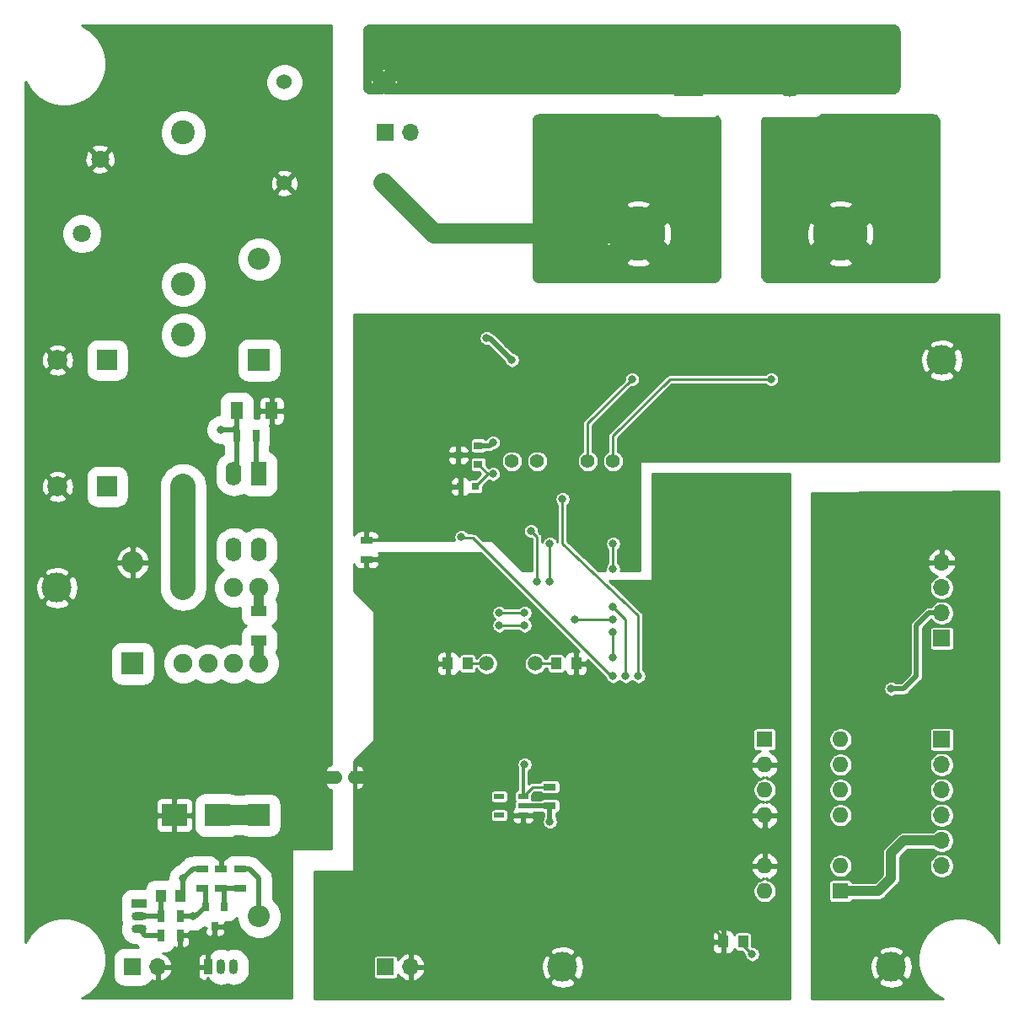
<source format=gbr>
%TF.GenerationSoftware,KiCad,Pcbnew,(5.1.6)-1*%
%TF.CreationDate,2020-06-29T23:41:48+02:00*%
%TF.ProjectId,EnergyMonitor,456e6572-6779-44d6-9f6e-69746f722e6b,1.0*%
%TF.SameCoordinates,Original*%
%TF.FileFunction,Copper,L2,Bot*%
%TF.FilePolarity,Positive*%
%FSLAX46Y46*%
G04 Gerber Fmt 4.6, Leading zero omitted, Abs format (unit mm)*
G04 Created by KiCad (PCBNEW (5.1.6)-1) date 2020-06-29 23:41:49*
%MOMM*%
%LPD*%
G01*
G04 APERTURE LIST*
%TA.AperFunction,ComponentPad*%
%ADD10C,3.000000*%
%TD*%
%TA.AperFunction,ComponentPad*%
%ADD11R,1.700000X1.700000*%
%TD*%
%TA.AperFunction,ComponentPad*%
%ADD12O,1.700000X1.700000*%
%TD*%
%TA.AperFunction,ComponentPad*%
%ADD13R,1.600000X1.600000*%
%TD*%
%TA.AperFunction,ComponentPad*%
%ADD14O,1.600000X1.600000*%
%TD*%
%TA.AperFunction,SMDPad,CuDef*%
%ADD15R,1.000000X1.250000*%
%TD*%
%TA.AperFunction,SMDPad,CuDef*%
%ADD16R,2.500000X2.300000*%
%TD*%
%TA.AperFunction,ComponentPad*%
%ADD17O,1.500000X0.900000*%
%TD*%
%TA.AperFunction,ComponentPad*%
%ADD18R,1.500000X0.900000*%
%TD*%
%TA.AperFunction,ComponentPad*%
%ADD19C,2.400000*%
%TD*%
%TA.AperFunction,ComponentPad*%
%ADD20O,2.400000X2.400000*%
%TD*%
%TA.AperFunction,ComponentPad*%
%ADD21R,2.000000X2.000000*%
%TD*%
%TA.AperFunction,ComponentPad*%
%ADD22C,2.000000*%
%TD*%
%TA.AperFunction,ComponentPad*%
%ADD23R,3.000000X3.000000*%
%TD*%
%TA.AperFunction,SMDPad,CuDef*%
%ADD24R,0.700000X1.300000*%
%TD*%
%TA.AperFunction,SMDPad,CuDef*%
%ADD25R,1.300000X0.700000*%
%TD*%
%TA.AperFunction,SMDPad,CuDef*%
%ADD26R,0.800000X0.750000*%
%TD*%
%TA.AperFunction,ComponentPad*%
%ADD27C,1.500000*%
%TD*%
%TA.AperFunction,ComponentPad*%
%ADD28C,1.905000*%
%TD*%
%TA.AperFunction,SMDPad,CuDef*%
%ADD29R,0.800000X0.900000*%
%TD*%
%TA.AperFunction,ComponentPad*%
%ADD30R,1.600000X2.400000*%
%TD*%
%TA.AperFunction,ComponentPad*%
%ADD31O,1.600000X2.400000*%
%TD*%
%TA.AperFunction,SMDPad,CuDef*%
%ADD32R,0.900000X0.800000*%
%TD*%
%TA.AperFunction,SMDPad,CuDef*%
%ADD33R,1.000000X0.600000*%
%TD*%
%TA.AperFunction,ComponentPad*%
%ADD34C,1.400000*%
%TD*%
%TA.AperFunction,ComponentPad*%
%ADD35C,1.800000*%
%TD*%
%TA.AperFunction,ComponentPad*%
%ADD36C,5.500000*%
%TD*%
%TA.AperFunction,ComponentPad*%
%ADD37C,1.524000*%
%TD*%
%TA.AperFunction,SMDPad,CuDef*%
%ADD38R,1.300000X1.700000*%
%TD*%
%TA.AperFunction,ComponentPad*%
%ADD39R,2.200000X2.200000*%
%TD*%
%TA.AperFunction,ComponentPad*%
%ADD40O,2.200000X2.200000*%
%TD*%
%TA.AperFunction,ComponentPad*%
%ADD41O,0.900000X1.500000*%
%TD*%
%TA.AperFunction,ComponentPad*%
%ADD42R,0.900000X1.500000*%
%TD*%
%TA.AperFunction,SMDPad,CuDef*%
%ADD43R,1.600000X1.000000*%
%TD*%
%TA.AperFunction,ViaPad*%
%ADD44C,0.800000*%
%TD*%
%TA.AperFunction,Conductor*%
%ADD45C,0.254000*%
%TD*%
%TA.AperFunction,Conductor*%
%ADD46C,0.508000*%
%TD*%
%TA.AperFunction,Conductor*%
%ADD47C,0.300000*%
%TD*%
%TA.AperFunction,Conductor*%
%ADD48C,1.270000*%
%TD*%
%TA.AperFunction,Conductor*%
%ADD49C,1.016000*%
%TD*%
%TA.AperFunction,Conductor*%
%ADD50C,2.000000*%
%TD*%
%TA.AperFunction,Conductor*%
%ADD51C,2.540000*%
%TD*%
G04 APERTURE END LIST*
D10*
%TO.P,TP15,1*%
%TO.N,GND*%
X138900000Y-164920000D03*
%TD*%
%TO.P,TP13,1*%
%TO.N,GNDA*%
X143980000Y-103960000D03*
%TD*%
D11*
%TO.P,JP1,1*%
%TO.N,/Lio*%
X88100000Y-81100000D03*
D12*
%TO.P,JP1,2*%
%TO.N,/V+*%
X90640000Y-81100000D03*
%TD*%
D10*
%TO.P,TP18,1*%
%TO.N,GNDD*%
X105880000Y-164920000D03*
%TD*%
D13*
%TO.P,U6,1*%
%TO.N,/D3_P*%
X133820000Y-157300000D03*
D14*
%TO.P,U6,3*%
%TO.N,GNDD*%
X126200000Y-154760000D03*
%TO.P,U6,2*%
%TO.N,/D3_N*%
X133820000Y-154760000D03*
%TO.P,U6,4*%
%TO.N,/~DI3*%
X126200000Y-157300000D03*
%TD*%
D15*
%TO.P,C14,1*%
%TO.N,+3V3*%
X124025000Y-162380000D03*
%TO.P,C14,2*%
%TO.N,GNDD*%
X122025000Y-162380000D03*
%TD*%
D16*
%TO.P,D5,1*%
%TO.N,/PSU 3V3 Referenced to mains/5V*%
X71200000Y-149680000D03*
%TO.P,D5,2*%
%TO.N,/N*%
X66900000Y-149680000D03*
%TD*%
D17*
%TO.P,Q1,2*%
%TO.N,/PSU 3V3 Referenced to mains/CrB*%
X63335000Y-159840000D03*
%TO.P,Q1,3*%
%TO.N,/PSU 3V3 Referenced to mains/CrG*%
X63335000Y-161110000D03*
D18*
%TO.P,Q1,1*%
%TO.N,+3V3*%
X63335000Y-158570000D03*
%TD*%
D10*
%TO.P,TP12,1*%
%TO.N,/N*%
X55080000Y-126820000D03*
%TD*%
D15*
%TO.P,C26,1*%
%TO.N,+3V3*%
X67510000Y-157808000D03*
%TO.P,C26,2*%
%TO.N,/PSU 3V3 Referenced to mains/CrB*%
X65510000Y-157808000D03*
%TD*%
D19*
%TO.P,RF1,1*%
%TO.N,/L*%
X67780000Y-81100000D03*
D20*
%TO.P,RF1,2*%
%TO.N,/PSU 3V3 Referenced to mains/LRF*%
X67780000Y-96340000D03*
%TD*%
D21*
%TO.P,C16,1*%
%TO.N,/PSU 3V3 Referenced to mains/LCC*%
X60160000Y-103960000D03*
D22*
%TO.P,C16,2*%
%TO.N,/N*%
X55160000Y-103960000D03*
%TD*%
D21*
%TO.P,C17,1*%
%TO.N,/PSU 3V3 Referenced to mains/D*%
X60160000Y-116660000D03*
D22*
%TO.P,C17,2*%
%TO.N,/N*%
X55160000Y-116660000D03*
%TD*%
D23*
%TO.P,J2,1*%
%TO.N,/Nout*%
X128740000Y-81100000D03*
D10*
%TO.P,J2,2*%
%TO.N,/Lio*%
X128740000Y-76020000D03*
%TD*%
D24*
%TO.P,NT1,1*%
%TO.N,GNDD*%
X84950000Y-145870000D03*
%TO.P,NT1,2*%
%TO.N,/N*%
X83050000Y-145870000D03*
%TD*%
D25*
%TO.P,FB6,1*%
%TO.N,GNDA*%
X86195000Y-122060000D03*
%TO.P,FB6,2*%
%TO.N,GNDD*%
X86195000Y-123960000D03*
%TD*%
D26*
%TO.P,C11,2*%
%TO.N,GNDA*%
X95605000Y-116660000D03*
%TO.P,C11,1*%
%TO.N,/TEMPIN*%
X97105000Y-116660000D03*
%TD*%
D27*
%TO.P,Y1,1*%
%TO.N,/OSCI*%
X98260000Y-134440000D03*
%TO.P,Y1,2*%
%TO.N,/OSCO*%
X103140000Y-134440000D03*
%TD*%
D28*
%TO.P,U10,1*%
%TO.N,/PSU 3V3 Referenced to mains/BP*%
X75400000Y-126820000D03*
%TO.P,U10,2*%
%TO.N,/PSU 3V3 Referenced to mains/FB*%
X72860000Y-126820000D03*
%TO.P,U10,4*%
%TO.N,/PSU 3V3 Referenced to mains/D*%
X67780000Y-126820000D03*
%TO.P,U10,5*%
%TO.N,/PSU 3V3 Referenced to mains/S*%
X67780000Y-134440000D03*
%TO.P,U10,6*%
X70320000Y-134440000D03*
%TO.P,U10,7*%
X72860000Y-134440000D03*
%TO.P,U10,8*%
X75400000Y-134440000D03*
%TD*%
D29*
%TO.P,U9,1*%
%TO.N,/PSU 3V3 Referenced to mains/Cr*%
X70005000Y-158840000D03*
%TO.P,U9,2*%
%TO.N,/PSU 3V3 Referenced to mains/Cr2V5*%
X71905000Y-158840000D03*
%TO.P,U9,3*%
%TO.N,/N*%
X70955000Y-160840000D03*
%TD*%
D30*
%TO.P,U11,1*%
%TO.N,/PSU 3V3 Referenced to mains/S+*%
X75400000Y-115390000D03*
D31*
%TO.P,U11,3*%
%TO.N,/PSU 3V3 Referenced to mains/FB*%
X72860000Y-123010000D03*
%TO.P,U11,2*%
%TO.N,/PSU 3V3 Referenced to mains/Vz*%
X72860000Y-115390000D03*
%TO.P,U11,4*%
%TO.N,/PSU 3V3 Referenced to mains/BP*%
X75400000Y-123010000D03*
%TD*%
D13*
%TO.P,U5,1*%
%TO.N,/DO0*%
X126200000Y-142060000D03*
D14*
%TO.P,U5,5*%
%TO.N,/D1_N*%
X133820000Y-149680000D03*
%TO.P,U5,2*%
%TO.N,GNDD*%
X126200000Y-144600000D03*
%TO.P,U5,6*%
%TO.N,/D1_P*%
X133820000Y-147140000D03*
%TO.P,U5,3*%
%TO.N,/DO1*%
X126200000Y-147140000D03*
%TO.P,U5,7*%
%TO.N,/D0_N*%
X133820000Y-144600000D03*
%TO.P,U5,4*%
%TO.N,GNDD*%
X126200000Y-149680000D03*
%TO.P,U5,8*%
%TO.N,/D0_P*%
X133820000Y-142060000D03*
%TD*%
D32*
%TO.P,U2,1*%
%TO.N,+3.3VA*%
X97420000Y-112535000D03*
%TO.P,U2,2*%
%TO.N,/TEMPIN*%
X97420000Y-114435000D03*
%TO.P,U2,3*%
%TO.N,GNDA*%
X95420000Y-113485000D03*
%TD*%
D33*
%TO.P,U13,3*%
%TO.N,GNDD*%
X101930000Y-149680000D03*
%TO.P,U13,4*%
%TO.N,Net-(U13-Pad4)*%
X99530000Y-149680000D03*
%TO.P,U13,2*%
%TO.N,+3V3*%
X101930000Y-148730000D03*
%TO.P,U13,1*%
%TO.N,~RESET*%
X101930000Y-147780000D03*
%TO.P,U13,5*%
%TO.N,Net-(U13-Pad5)*%
X99530000Y-147780000D03*
%TD*%
D34*
%TO.P,TP6,1*%
%TO.N,/V1+*%
X100800000Y-114120000D03*
%TO.P,TP6,2*%
%TO.N,/V1-*%
X103340000Y-114120000D03*
%TD*%
%TO.P,TP5,1*%
%TO.N,/I1+*%
X110960000Y-114120000D03*
%TO.P,TP5,2*%
%TO.N,/I1-*%
X108420000Y-114120000D03*
%TD*%
D24*
%TO.P,R26,1*%
%TO.N,/PSU 3V3 Referenced to mains/S+*%
X75080000Y-111580000D03*
%TO.P,R26,2*%
%TO.N,/PSU 3V3 Referenced to mains/Vz*%
X73180000Y-111580000D03*
%TD*%
%TO.P,R33,1*%
%TO.N,/N*%
X67460000Y-161745000D03*
%TO.P,R33,2*%
%TO.N,/PSU 3V3 Referenced to mains/CrG*%
X65560000Y-161745000D03*
%TD*%
%TO.P,R32,1*%
%TO.N,/PSU 3V3 Referenced to mains/Cr*%
X67460000Y-159840000D03*
%TO.P,R32,2*%
%TO.N,/PSU 3V3 Referenced to mains/CrB*%
X65560000Y-159840000D03*
%TD*%
D25*
%TO.P,R31,1*%
%TO.N,/PSU 3V3 Referenced to mains/Cr*%
X69685000Y-156980000D03*
%TO.P,R31,2*%
%TO.N,+3V3*%
X69685000Y-155080000D03*
%TD*%
%TO.P,R30,1*%
%TO.N,/N*%
X71590000Y-155080000D03*
%TO.P,R30,2*%
%TO.N,/PSU 3V3 Referenced to mains/Cr2V5*%
X71590000Y-156980000D03*
%TD*%
%TO.P,R29,1*%
%TO.N,/PSU 3V3 Referenced to mains/Cr2V5*%
X73495000Y-156980000D03*
%TO.P,R29,2*%
%TO.N,+3V3*%
X73495000Y-155080000D03*
%TD*%
D19*
%TO.P,R25,1*%
%TO.N,/PSU 3V3 Referenced to mains/LCC*%
X67780000Y-101420000D03*
D20*
%TO.P,R25,2*%
%TO.N,/PSU 3V3 Referenced to mains/D*%
X67780000Y-116660000D03*
%TD*%
D25*
%TO.P,R28,1*%
%TO.N,~RESET*%
X104610000Y-146825000D03*
%TO.P,R28,2*%
%TO.N,+3V3*%
X104610000Y-148725000D03*
%TD*%
D35*
%TO.P,MOV1,1*%
%TO.N,/PSU 3V3 Referenced to mains/LRF*%
X57620000Y-91260000D03*
%TO.P,MOV1,2*%
%TO.N,/N*%
X59420000Y-83760000D03*
%TD*%
D11*
%TO.P,J7,1*%
%TO.N,+3V3*%
X88100000Y-164920000D03*
D12*
%TO.P,J7,2*%
%TO.N,GNDD*%
X90640000Y-164920000D03*
%TD*%
D11*
%TO.P,J6,1*%
%TO.N,/PSU 3V3 Referenced to mains/5V*%
X62700000Y-164920000D03*
D12*
%TO.P,J6,2*%
%TO.N,/N*%
X65240000Y-164920000D03*
%TD*%
D11*
%TO.P,J5,1*%
%TO.N,/D0_P*%
X143980000Y-142060000D03*
D12*
%TO.P,J5,2*%
%TO.N,/D0_N*%
X143980000Y-144600000D03*
%TO.P,J5,3*%
%TO.N,/D1_P*%
X143980000Y-147140000D03*
%TO.P,J5,4*%
%TO.N,/D1_N*%
X143980000Y-149680000D03*
%TO.P,J5,5*%
%TO.N,/D3_P*%
X143980000Y-152220000D03*
%TO.P,J5,6*%
%TO.N,/D3_N*%
X143980000Y-154760000D03*
%TD*%
D11*
%TO.P,J4,1*%
%TO.N,VCC*%
X143980000Y-131900000D03*
D12*
%TO.P,J4,2*%
%TO.N,/TX*%
X143980000Y-129360000D03*
%TO.P,J4,3*%
%TO.N,/RX*%
X143980000Y-126820000D03*
%TO.P,J4,4*%
%TO.N,GND*%
X143980000Y-124280000D03*
%TD*%
D23*
%TO.P,J1,1*%
%TO.N,/Lio*%
X118580000Y-76020000D03*
D10*
%TO.P,J1,2*%
%TO.N,/Nin*%
X118580000Y-81100000D03*
%TD*%
D36*
%TO.P,H1,1*%
%TO.N,/Nin*%
X113500000Y-91260000D03*
%TD*%
%TO.P,H2,1*%
%TO.N,/Nout*%
X133820000Y-91260000D03*
%TD*%
D37*
%TO.P,FB5,2*%
%TO.N,/N*%
X77940000Y-86180000D03*
%TO.P,FB5,1*%
%TO.N,/Nin*%
X87940000Y-86180000D03*
%TD*%
%TO.P,FB4,2*%
%TO.N,/L*%
X77940000Y-76020000D03*
%TO.P,FB4,1*%
%TO.N,/Lio*%
X87940000Y-76020000D03*
%TD*%
D38*
%TO.P,DZ1,1*%
%TO.N,/PSU 3V3 Referenced to mains/Vz*%
X73170000Y-109040000D03*
%TO.P,DZ1,2*%
%TO.N,/N*%
X76670000Y-109040000D03*
%TD*%
D39*
%TO.P,D3,1*%
%TO.N,/PSU 3V3 Referenced to mains/5V*%
X75400000Y-149680000D03*
D40*
%TO.P,D3,2*%
%TO.N,+3V3*%
X75400000Y-159840000D03*
%TD*%
D41*
%TO.P,D4,2*%
%TO.N,/PSU 3V3 Referenced to mains/CrG*%
X71590000Y-164920000D03*
%TO.P,D4,3*%
%TO.N,+3V3*%
X72860000Y-164920000D03*
D42*
%TO.P,D4,1*%
%TO.N,/N*%
X70320000Y-164920000D03*
%TD*%
D39*
%TO.P,D2,1*%
%TO.N,/PSU 3V3 Referenced to mains/S*%
X62700000Y-134440000D03*
D40*
%TO.P,D2,2*%
%TO.N,/N*%
X62700000Y-124280000D03*
%TD*%
D39*
%TO.P,D1,1*%
%TO.N,/PSU 3V3 Referenced to mains/LCC*%
X75400000Y-103960000D03*
D40*
%TO.P,D1,2*%
%TO.N,/PSU 3V3 Referenced to mains/LRF*%
X75400000Y-93800000D03*
%TD*%
D15*
%TO.P,C10,1*%
%TO.N,/OSCO*%
X105245000Y-134440000D03*
%TO.P,C10,2*%
%TO.N,GNDD*%
X107245000Y-134440000D03*
%TD*%
D43*
%TO.P,C18,1*%
%TO.N,/PSU 3V3 Referenced to mains/BP*%
X75400000Y-129130000D03*
%TO.P,C18,2*%
%TO.N,/PSU 3V3 Referenced to mains/S*%
X75400000Y-132130000D03*
%TD*%
D15*
%TO.P,C9,1*%
%TO.N,/OSCI*%
X96355000Y-134440000D03*
%TO.P,C9,2*%
%TO.N,GNDD*%
X94355000Y-134440000D03*
%TD*%
D44*
%TO.N,/I1-*%
X112865000Y-105865000D03*
%TO.N,GNDA*%
X91275000Y-113485000D03*
X94450000Y-108405000D03*
X108420000Y-117930000D03*
X104610000Y-119200000D03*
X93815000Y-117930000D03*
X96990000Y-121105000D03*
X107150000Y-108405000D03*
X107150000Y-105865000D03*
X96990000Y-105865000D03*
X124930000Y-110310000D03*
X122390000Y-110310000D03*
X96990000Y-108405000D03*
%TO.N,/V1+*%
X98260000Y-101735000D03*
X100800000Y-103960000D03*
%TO.N,/I1+*%
X126835000Y-105865000D03*
%TO.N,+3.3VA*%
X98895000Y-112215000D03*
%TO.N,+3V3*%
X124930000Y-163650000D03*
X67780000Y-156030000D03*
X104610000Y-150315000D03*
%TO.N,GNDD*%
X95720000Y-126185000D03*
X123025000Y-134440000D03*
X118580000Y-124280000D03*
X121120000Y-161110000D03*
X113500000Y-147140000D03*
X113500000Y-152220000D03*
X113500000Y-142060000D03*
X91110000Y-133625000D03*
X89840000Y-133625000D03*
X88735000Y-124280000D03*
X95085000Y-123645000D03*
X103913000Y-138208000D03*
X102070000Y-128090000D03*
X96355000Y-127455000D03*
X113500000Y-157300000D03*
X88100000Y-150950000D03*
X88100000Y-152220000D03*
X88100000Y-153490000D03*
X88100000Y-154760000D03*
%TO.N,/TEMPIN*%
X98895000Y-115390000D03*
%TO.N,GND*%
X143980000Y-134440000D03*
%TO.N,/N*%
X58890000Y-138250000D03*
X58890000Y-156030000D03*
X63970000Y-138250000D03*
X63970000Y-156030000D03*
X80734000Y-146505000D03*
%TO.N,/PSU 3V3 Referenced to mains/Vz*%
X71590000Y-110945000D03*
%TO.N,/Nin*%
X105880000Y-81100000D03*
X108420000Y-81100000D03*
X105880000Y-83640000D03*
X110960000Y-86180000D03*
X118580000Y-86180000D03*
X116040000Y-86180000D03*
X113500000Y-86180000D03*
X110960000Y-83640000D03*
X108420000Y-83640000D03*
X110960000Y-81100000D03*
X105880000Y-86180000D03*
X108420000Y-86180000D03*
X118580000Y-88720000D03*
X118580000Y-93800000D03*
X105880000Y-88720000D03*
X105880000Y-91260000D03*
X105880000Y-93800000D03*
X108420000Y-93800000D03*
%TO.N,/Nout*%
X136360000Y-86180000D03*
X136360000Y-83640000D03*
X133820000Y-86180000D03*
X141440000Y-81100000D03*
X138900000Y-81100000D03*
X138900000Y-83640000D03*
X141440000Y-83640000D03*
X141440000Y-86180000D03*
X138900000Y-86180000D03*
X136360000Y-81100000D03*
X131280000Y-86180000D03*
X128740000Y-86180000D03*
X128740000Y-93800000D03*
X128740000Y-88720000D03*
X138900000Y-93800000D03*
X141440000Y-93800000D03*
X141440000Y-91260000D03*
X141440000Y-88720000D03*
%TO.N,/TX*%
X138900000Y-136980000D03*
%TO.N,~RESET*%
X110960000Y-133805000D03*
X110960000Y-131265000D03*
X102070000Y-144600000D03*
%TO.N,/DIO3*%
X95720000Y-121740000D03*
X110960000Y-135710000D03*
%TO.N,/DIO0*%
X105880000Y-117930000D03*
X113500000Y-135710000D03*
%TO.N,/DIO1*%
X112230000Y-135710000D03*
X110960000Y-128725000D03*
X110960000Y-124915000D03*
X110960000Y-122375000D03*
%TO.N,/TX_MON*%
X104610000Y-126185000D03*
X104610000Y-122375000D03*
%TO.N,/PSU 3V3 Referenced to mains/Cr*%
X68796000Y-159840000D03*
%TO.N,/COM*%
X103340000Y-126185000D03*
X102705000Y-121105000D03*
X99530000Y-129360000D03*
X102070000Y-129360000D03*
%TO.N,/RX_MON*%
X102070000Y-130630000D03*
X99530000Y-130630000D03*
X110960000Y-129995000D03*
X107150000Y-129995000D03*
%TD*%
D45*
%TO.N,/I1-*%
X112865000Y-105865000D02*
X108420000Y-110310000D01*
X108420000Y-110310000D02*
X108420000Y-114120000D01*
D46*
%TO.N,/V1+*%
X98575000Y-101735000D02*
X100800000Y-103960000D01*
X98260000Y-101735000D02*
X98575000Y-101735000D01*
D45*
%TO.N,/I1+*%
X116675000Y-105865000D02*
X126835000Y-105865000D01*
X110960000Y-111580000D02*
X116675000Y-105865000D01*
X110960000Y-114120000D02*
X110960000Y-111580000D01*
D46*
%TO.N,+3.3VA*%
X98575000Y-112535000D02*
X98895000Y-112215000D01*
X97420000Y-112535000D02*
X98575000Y-112535000D01*
%TO.N,+3V3*%
X68730000Y-155080000D02*
X67780000Y-156030000D01*
X69685000Y-155080000D02*
X68730000Y-155080000D01*
X67780000Y-157538000D02*
X67510000Y-157808000D01*
X67780000Y-156030000D02*
X67780000Y-157538000D01*
X73495000Y-155080000D02*
X74450000Y-155080000D01*
X75400000Y-156030000D02*
X75400000Y-159840000D01*
X74450000Y-155080000D02*
X75400000Y-156030000D01*
D47*
X124025000Y-162745000D02*
X124930000Y-163650000D01*
X124025000Y-162380000D02*
X124025000Y-162745000D01*
D46*
X104605000Y-148730000D02*
X104610000Y-148725000D01*
X101930000Y-148730000D02*
X104605000Y-148730000D01*
X104610000Y-150315000D02*
X104610000Y-148725000D01*
D48*
%TO.N,GNDD*%
X84950000Y-145870000D02*
X88100000Y-145870000D01*
X88100000Y-145870000D02*
X88100000Y-150950000D01*
D47*
X122025000Y-162015000D02*
X121120000Y-161110000D01*
X122025000Y-162380000D02*
X122025000Y-162015000D01*
D45*
%TO.N,/TEMPIN*%
X98375000Y-115390000D02*
X97420000Y-114435000D01*
X98375000Y-115390000D02*
X97105000Y-116660000D01*
X98895000Y-115390000D02*
X98375000Y-115390000D01*
%TO.N,/OSCI*%
X96355000Y-134440000D02*
X98260000Y-134440000D01*
D49*
%TO.N,/PSU 3V3 Referenced to mains/BP*%
X75400000Y-129130000D02*
X75400000Y-126820000D01*
%TO.N,/PSU 3V3 Referenced to mains/S*%
X75400000Y-134440000D02*
X75400000Y-132130000D01*
D46*
%TO.N,/PSU 3V3 Referenced to mains/CrB*%
X63335000Y-159840000D02*
X65560000Y-159840000D01*
X65510000Y-159790000D02*
X65560000Y-159840000D01*
X65510000Y-157808000D02*
X65510000Y-159790000D01*
D50*
%TO.N,/PSU 3V3 Referenced to mains/5V*%
X71200000Y-149680000D02*
X75400000Y-149680000D01*
D46*
%TO.N,/N*%
X70955000Y-160840000D02*
X70955000Y-161745000D01*
X70320000Y-162380000D02*
X70320000Y-164920000D01*
X70955000Y-161745000D02*
X70320000Y-162380000D01*
D48*
X81369000Y-145870000D02*
X80734000Y-146505000D01*
X83050000Y-145870000D02*
X81369000Y-145870000D01*
D45*
%TO.N,/OSCO*%
X103140000Y-134440000D02*
X105245000Y-134440000D01*
D46*
%TO.N,/PSU 3V3 Referenced to mains/CrG*%
X63970000Y-161745000D02*
X63335000Y-161110000D01*
X65560000Y-161745000D02*
X63970000Y-161745000D01*
%TO.N,/PSU 3V3 Referenced to mains/Vz*%
X73180000Y-115070000D02*
X72860000Y-115390000D01*
X73180000Y-111580000D02*
X73180000Y-115070000D01*
X73170000Y-111570000D02*
X73180000Y-111580000D01*
X71590000Y-110945000D02*
X72845000Y-110945000D01*
X73170000Y-109040000D02*
X73170000Y-110620000D01*
X72845000Y-110945000D02*
X73170000Y-110620000D01*
X73170000Y-110620000D02*
X73170000Y-111570000D01*
D50*
%TO.N,/Nin*%
X93020000Y-91260000D02*
X87940000Y-86180000D01*
X113500000Y-91260000D02*
X105880000Y-91260000D01*
X105880000Y-91260000D02*
X93020000Y-91260000D01*
D46*
%TO.N,/TX*%
X143980000Y-129360000D02*
X142710000Y-129360000D01*
X142710000Y-129360000D02*
X141440000Y-130630000D01*
X141440000Y-130630000D02*
X141440000Y-135710000D01*
X141440000Y-135710000D02*
X140170000Y-136980000D01*
X140170000Y-136980000D02*
X138900000Y-136980000D01*
D49*
%TO.N,/D3_P*%
X143980000Y-152220000D02*
X140170000Y-152220000D01*
X140170000Y-152220000D02*
X138900000Y-153490000D01*
X138900000Y-153490000D02*
X138900000Y-156030000D01*
X138900000Y-156030000D02*
X137630000Y-157300000D01*
X137630000Y-157300000D02*
X133820000Y-157300000D01*
D45*
%TO.N,~RESET*%
X102885000Y-146825000D02*
X101930000Y-147780000D01*
X104610000Y-146825000D02*
X102885000Y-146825000D01*
D47*
X101930000Y-144740000D02*
X102070000Y-144600000D01*
X101930000Y-147780000D02*
X101930000Y-144740000D01*
D45*
X110960000Y-131265000D02*
X110960000Y-133805000D01*
%TO.N,/DIO3*%
X96887963Y-121832001D02*
X95812001Y-121832001D01*
X110765962Y-135710000D02*
X96887963Y-121832001D01*
X95812001Y-121832001D02*
X95720000Y-121740000D01*
X110960000Y-135710000D02*
X110765962Y-135710000D01*
%TO.N,/DIO0*%
X113500000Y-129595001D02*
X113500000Y-135710000D01*
X105880000Y-122375000D02*
X113500000Y-129595001D01*
X105880000Y-119835000D02*
X105880000Y-117930000D01*
X105880000Y-122375000D02*
X105880000Y-119835000D01*
%TO.N,/DIO1*%
X112230000Y-135710000D02*
X112230000Y-129995000D01*
X112230000Y-129995000D02*
X110960000Y-128725000D01*
X110960000Y-124915000D02*
X110960000Y-122375000D01*
%TO.N,/TX_MON*%
X104610000Y-122375000D02*
X104610000Y-126185000D01*
D51*
%TO.N,/PSU 3V3 Referenced to mains/D*%
X67780000Y-116660000D02*
X67780000Y-126820000D01*
D46*
%TO.N,/PSU 3V3 Referenced to mains/Cr2V5*%
X71905000Y-157295000D02*
X71590000Y-156980000D01*
X71905000Y-158840000D02*
X71905000Y-157295000D01*
X71590000Y-156980000D02*
X73495000Y-156980000D01*
%TO.N,/PSU 3V3 Referenced to mains/Cr*%
X70005000Y-157300000D02*
X69685000Y-156980000D01*
X70005000Y-158840000D02*
X70005000Y-157300000D01*
X68796000Y-159840000D02*
X67460000Y-159840000D01*
X69005000Y-159840000D02*
X70005000Y-158840000D01*
X68796000Y-159840000D02*
X69005000Y-159840000D01*
D45*
%TO.N,/COM*%
X102070000Y-129360000D02*
X99530000Y-129360000D01*
X103340000Y-121740000D02*
X102705000Y-121105000D01*
X103340000Y-126185000D02*
X103340000Y-121740000D01*
%TO.N,/RX_MON*%
X102070000Y-130630000D02*
X99530000Y-130630000D01*
X110960000Y-129995000D02*
X107150000Y-129995000D01*
D46*
%TO.N,/PSU 3V3 Referenced to mains/S+*%
X75080000Y-115070000D02*
X75400000Y-115390000D01*
X75080000Y-111580000D02*
X75080000Y-115070000D01*
%TD*%
D45*
%TO.N,/N*%
G36*
X82673000Y-144584587D02*
G01*
X82575518Y-144594188D01*
X82455820Y-144630498D01*
X82345506Y-144689463D01*
X82248815Y-144768815D01*
X82169463Y-144865506D01*
X82110498Y-144975820D01*
X82074188Y-145095518D01*
X82061928Y-145220000D01*
X82065000Y-145584250D01*
X82223750Y-145743000D01*
X82673000Y-145743000D01*
X82673000Y-145997000D01*
X82223750Y-145997000D01*
X82065000Y-146155750D01*
X82061928Y-146520000D01*
X82074188Y-146644482D01*
X82110498Y-146764180D01*
X82169463Y-146874494D01*
X82248815Y-146971185D01*
X82345506Y-147050537D01*
X82455820Y-147109502D01*
X82575518Y-147145812D01*
X82673000Y-147155413D01*
X82673000Y-153073000D01*
X78800000Y-153073000D01*
X78775224Y-153075440D01*
X78751399Y-153082667D01*
X78729443Y-153094403D01*
X78710197Y-153110197D01*
X78694403Y-153129443D01*
X78682667Y-153151399D01*
X78675440Y-153175224D01*
X78673000Y-153200000D01*
X78673000Y-168048000D01*
X57555790Y-168048000D01*
X57802235Y-167945919D01*
X58494556Y-167483326D01*
X59083326Y-166894556D01*
X59545919Y-166202235D01*
X59864559Y-165432971D01*
X60027000Y-164616323D01*
X60027000Y-164070000D01*
X60717547Y-164070000D01*
X60717547Y-165770000D01*
X60739307Y-165990931D01*
X60803750Y-166203371D01*
X60908400Y-166399157D01*
X61049235Y-166570765D01*
X61220843Y-166711600D01*
X61416629Y-166816250D01*
X61629069Y-166880693D01*
X61850000Y-166902453D01*
X63550000Y-166902453D01*
X63770931Y-166880693D01*
X63983371Y-166816250D01*
X64179157Y-166711600D01*
X64350765Y-166570765D01*
X64491600Y-166399157D01*
X64576253Y-166240783D01*
X64735901Y-166316825D01*
X64883110Y-166361476D01*
X65113000Y-166240155D01*
X65113000Y-165047000D01*
X65367000Y-165047000D01*
X65367000Y-166240155D01*
X65596890Y-166361476D01*
X65744099Y-166316825D01*
X66006920Y-166191641D01*
X66240269Y-166017588D01*
X66435178Y-165801355D01*
X66584157Y-165551252D01*
X66681481Y-165276891D01*
X66560814Y-165047000D01*
X65367000Y-165047000D01*
X65113000Y-165047000D01*
X65093000Y-165047000D01*
X65093000Y-164793000D01*
X65113000Y-164793000D01*
X65113000Y-164773000D01*
X65367000Y-164773000D01*
X65367000Y-164793000D01*
X66560814Y-164793000D01*
X66681481Y-164563109D01*
X66584157Y-164288748D01*
X66513423Y-164170000D01*
X69231928Y-164170000D01*
X69235000Y-164634250D01*
X69393750Y-164793000D01*
X70013000Y-164793000D01*
X70013000Y-165047000D01*
X69393750Y-165047000D01*
X69235000Y-165205750D01*
X69231928Y-165670000D01*
X69244188Y-165794482D01*
X69280498Y-165914180D01*
X69339463Y-166024494D01*
X69418815Y-166121185D01*
X69515506Y-166200537D01*
X69625820Y-166259502D01*
X69745518Y-166295812D01*
X69870000Y-166308072D01*
X70034250Y-166305000D01*
X70193000Y-166146250D01*
X70193000Y-165951772D01*
X70272428Y-166100372D01*
X70469497Y-166340503D01*
X70709627Y-166537572D01*
X70983588Y-166684007D01*
X71280854Y-166774182D01*
X71590000Y-166804630D01*
X71899145Y-166774182D01*
X72196411Y-166684007D01*
X72225000Y-166668726D01*
X72253588Y-166684007D01*
X72550854Y-166774182D01*
X72860000Y-166804630D01*
X73169145Y-166774182D01*
X73466411Y-166684007D01*
X73740372Y-166537572D01*
X73980503Y-166340503D01*
X74177572Y-166100373D01*
X74324007Y-165826412D01*
X74414182Y-165529146D01*
X74437000Y-165297469D01*
X74437000Y-164542532D01*
X74414182Y-164310855D01*
X74324007Y-164013588D01*
X74177572Y-163739627D01*
X73980503Y-163499497D01*
X73740373Y-163302428D01*
X73466412Y-163155993D01*
X73169146Y-163065818D01*
X72860000Y-163035370D01*
X72550855Y-163065818D01*
X72253589Y-163155993D01*
X72225001Y-163171274D01*
X72196412Y-163155993D01*
X71899146Y-163065818D01*
X71590000Y-163035370D01*
X71280855Y-163065818D01*
X70983589Y-163155993D01*
X70709628Y-163302428D01*
X70469497Y-163499497D01*
X70272428Y-163739627D01*
X70193000Y-163888227D01*
X70193000Y-163693750D01*
X70034250Y-163535000D01*
X69870000Y-163531928D01*
X69745518Y-163544188D01*
X69625820Y-163580498D01*
X69515506Y-163639463D01*
X69418815Y-163718815D01*
X69339463Y-163815506D01*
X69280498Y-163925820D01*
X69244188Y-164045518D01*
X69231928Y-164170000D01*
X66513423Y-164170000D01*
X66435178Y-164038645D01*
X66240269Y-163822412D01*
X66006920Y-163648359D01*
X65753081Y-163527453D01*
X65910000Y-163527453D01*
X66130931Y-163505693D01*
X66343371Y-163441250D01*
X66539157Y-163336600D01*
X66710765Y-163195765D01*
X66851600Y-163024157D01*
X66871823Y-162986323D01*
X66985518Y-163020812D01*
X67110000Y-163033072D01*
X67174250Y-163030000D01*
X67333000Y-162871250D01*
X67333000Y-161872000D01*
X67587000Y-161872000D01*
X67587000Y-162871250D01*
X67745750Y-163030000D01*
X67810000Y-163033072D01*
X67934482Y-163020812D01*
X68054180Y-162984502D01*
X68164494Y-162925537D01*
X68261185Y-162846185D01*
X68340537Y-162749494D01*
X68399502Y-162639180D01*
X68435812Y-162519482D01*
X68448072Y-162395000D01*
X68445000Y-162030750D01*
X68286250Y-161872000D01*
X67587000Y-161872000D01*
X67333000Y-161872000D01*
X67313000Y-161872000D01*
X67313000Y-161622453D01*
X67810000Y-161622453D01*
X67855212Y-161618000D01*
X68286250Y-161618000D01*
X68445000Y-161459250D01*
X68445276Y-161426579D01*
X68542791Y-161346550D01*
X68645604Y-161367000D01*
X68946396Y-161367000D01*
X69241410Y-161308319D01*
X69519306Y-161193210D01*
X69769406Y-161026099D01*
X69919470Y-160876035D01*
X69920000Y-160875600D01*
X69920000Y-160967002D01*
X70078748Y-160967002D01*
X69920000Y-161125750D01*
X69916928Y-161290000D01*
X69929188Y-161414482D01*
X69965498Y-161534180D01*
X70024463Y-161644494D01*
X70103815Y-161741185D01*
X70200506Y-161820537D01*
X70310820Y-161879502D01*
X70430518Y-161915812D01*
X70555000Y-161928072D01*
X70669250Y-161925000D01*
X70828000Y-161766250D01*
X70828000Y-160967000D01*
X71082000Y-160967000D01*
X71082000Y-161766250D01*
X71240750Y-161925000D01*
X71355000Y-161928072D01*
X71479482Y-161915812D01*
X71599180Y-161879502D01*
X71709494Y-161820537D01*
X71806185Y-161741185D01*
X71885537Y-161644494D01*
X71944502Y-161534180D01*
X71980812Y-161414482D01*
X71993072Y-161290000D01*
X71990000Y-161125750D01*
X71831250Y-160967000D01*
X71082000Y-160967000D01*
X70828000Y-160967000D01*
X70808000Y-160967000D01*
X70808000Y-160713000D01*
X70828000Y-160713000D01*
X70828000Y-160693000D01*
X71082000Y-160693000D01*
X71082000Y-160713000D01*
X71831250Y-160713000D01*
X71990000Y-160554250D01*
X71992465Y-160422453D01*
X72305000Y-160422453D01*
X72525931Y-160400693D01*
X72738371Y-160336250D01*
X72934157Y-160231600D01*
X73105765Y-160090765D01*
X73173000Y-160008839D01*
X73173000Y-160059340D01*
X73258582Y-160489592D01*
X73426458Y-160894880D01*
X73670176Y-161259630D01*
X73980370Y-161569824D01*
X74345120Y-161813542D01*
X74750408Y-161981418D01*
X75180660Y-162067000D01*
X75619340Y-162067000D01*
X76049592Y-161981418D01*
X76454880Y-161813542D01*
X76819630Y-161569824D01*
X77129824Y-161259630D01*
X77373542Y-160894880D01*
X77541418Y-160489592D01*
X77627000Y-160059340D01*
X77627000Y-159620660D01*
X77541418Y-159190408D01*
X77373542Y-158785120D01*
X77129824Y-158420370D01*
X76819630Y-158110176D01*
X76781000Y-158084364D01*
X76781000Y-156097835D01*
X76787681Y-156030000D01*
X76781000Y-155962164D01*
X76781000Y-155962157D01*
X76761018Y-155759277D01*
X76682051Y-155498957D01*
X76553815Y-155259045D01*
X76424486Y-155101457D01*
X76424480Y-155101451D01*
X76381238Y-155048761D01*
X76328549Y-155005520D01*
X75474488Y-154151460D01*
X75431239Y-154098761D01*
X75220955Y-153926185D01*
X74981043Y-153797949D01*
X74720723Y-153718982D01*
X74627019Y-153709753D01*
X74578371Y-153683750D01*
X74365931Y-153619307D01*
X74145000Y-153597547D01*
X72845000Y-153597547D01*
X72624069Y-153619307D01*
X72411629Y-153683750D01*
X72215843Y-153788400D01*
X72044235Y-153929235D01*
X71908421Y-154094724D01*
X71875750Y-154095000D01*
X71717000Y-154253750D01*
X71717000Y-154684788D01*
X71712547Y-154730000D01*
X71712547Y-155227000D01*
X71467453Y-155227000D01*
X71467453Y-154730000D01*
X71463000Y-154684788D01*
X71463000Y-154253750D01*
X71304250Y-154095000D01*
X71271579Y-154094724D01*
X71135765Y-153929235D01*
X70964157Y-153788400D01*
X70768371Y-153683750D01*
X70555931Y-153619307D01*
X70335000Y-153597547D01*
X69035000Y-153597547D01*
X68814069Y-153619307D01*
X68601629Y-153683750D01*
X68552981Y-153709753D01*
X68459277Y-153718982D01*
X68198957Y-153797949D01*
X67959045Y-153926185D01*
X67801457Y-154055514D01*
X67801455Y-154055516D01*
X67748761Y-154098761D01*
X67705516Y-154151455D01*
X67267501Y-154589470D01*
X67056694Y-154676790D01*
X66806594Y-154843901D01*
X66593901Y-155056594D01*
X66426790Y-155306694D01*
X66311681Y-155584590D01*
X66253000Y-155879604D01*
X66253000Y-156079002D01*
X66230931Y-156072307D01*
X66010000Y-156050547D01*
X65010000Y-156050547D01*
X64789069Y-156072307D01*
X64576629Y-156136750D01*
X64380843Y-156241400D01*
X64209235Y-156382235D01*
X64068400Y-156553843D01*
X63963750Y-156749629D01*
X63899307Y-156962069D01*
X63896798Y-156987547D01*
X62585000Y-156987547D01*
X62364069Y-157009307D01*
X62151629Y-157073750D01*
X61955843Y-157178400D01*
X61784235Y-157319235D01*
X61643400Y-157490843D01*
X61538750Y-157686629D01*
X61474307Y-157899069D01*
X61452547Y-158120000D01*
X61452547Y-159020000D01*
X61474307Y-159240931D01*
X61521536Y-159396625D01*
X61480818Y-159530854D01*
X61450370Y-159840000D01*
X61480818Y-160149146D01*
X61570993Y-160446412D01*
X61586274Y-160475000D01*
X61570993Y-160503588D01*
X61480818Y-160800854D01*
X61450370Y-161110000D01*
X61480818Y-161419146D01*
X61570993Y-161716412D01*
X61717428Y-161990373D01*
X61914497Y-162230503D01*
X62154627Y-162427572D01*
X62428588Y-162574007D01*
X62725854Y-162664182D01*
X62956473Y-162686896D01*
X62988761Y-162726239D01*
X63199045Y-162898815D01*
X63271507Y-162937547D01*
X61850000Y-162937547D01*
X61629069Y-162959307D01*
X61416629Y-163023750D01*
X61220843Y-163128400D01*
X61049235Y-163269235D01*
X60908400Y-163440843D01*
X60803750Y-163636629D01*
X60739307Y-163849069D01*
X60717547Y-164070000D01*
X60027000Y-164070000D01*
X60027000Y-163783677D01*
X59864559Y-162967029D01*
X59545919Y-162197765D01*
X59083326Y-161505444D01*
X58494556Y-160916674D01*
X57802235Y-160454081D01*
X57032971Y-160135441D01*
X56216323Y-159973000D01*
X55383677Y-159973000D01*
X54567029Y-160135441D01*
X53797765Y-160454081D01*
X53105444Y-160916674D01*
X52516674Y-161505444D01*
X52054081Y-162197765D01*
X51952000Y-162444210D01*
X51952000Y-150830000D01*
X65011928Y-150830000D01*
X65024188Y-150954482D01*
X65060498Y-151074180D01*
X65119463Y-151184494D01*
X65198815Y-151281185D01*
X65295506Y-151360537D01*
X65405820Y-151419502D01*
X65525518Y-151455812D01*
X65650000Y-151468072D01*
X66614250Y-151465000D01*
X66773000Y-151306250D01*
X66773000Y-149807000D01*
X67027000Y-149807000D01*
X67027000Y-151306250D01*
X67185750Y-151465000D01*
X68150000Y-151468072D01*
X68274482Y-151455812D01*
X68394180Y-151419502D01*
X68504494Y-151360537D01*
X68601185Y-151281185D01*
X68680537Y-151184494D01*
X68739502Y-151074180D01*
X68775812Y-150954482D01*
X68788072Y-150830000D01*
X68785000Y-149965750D01*
X68626250Y-149807000D01*
X67027000Y-149807000D01*
X66773000Y-149807000D01*
X65173750Y-149807000D01*
X65015000Y-149965750D01*
X65011928Y-150830000D01*
X51952000Y-150830000D01*
X51952000Y-148530000D01*
X65011928Y-148530000D01*
X65015000Y-149394250D01*
X65173750Y-149553000D01*
X66773000Y-149553000D01*
X66773000Y-148053750D01*
X67027000Y-148053750D01*
X67027000Y-149553000D01*
X68626250Y-149553000D01*
X68785000Y-149394250D01*
X68788072Y-148530000D01*
X68817547Y-148530000D01*
X68817547Y-150830000D01*
X68839307Y-151050931D01*
X68903750Y-151263371D01*
X69008400Y-151459157D01*
X69149235Y-151630765D01*
X69320843Y-151771600D01*
X69516629Y-151876250D01*
X69729069Y-151940693D01*
X69950000Y-151962453D01*
X72450000Y-151962453D01*
X72670931Y-151940693D01*
X72883371Y-151876250D01*
X73012928Y-151807000D01*
X73830615Y-151807000D01*
X73866629Y-151826250D01*
X74079069Y-151890693D01*
X74300000Y-151912453D01*
X76500000Y-151912453D01*
X76720931Y-151890693D01*
X76933371Y-151826250D01*
X77129157Y-151721600D01*
X77300765Y-151580765D01*
X77441600Y-151409157D01*
X77546250Y-151213371D01*
X77610693Y-151000931D01*
X77632453Y-150780000D01*
X77632453Y-148580000D01*
X77610693Y-148359069D01*
X77546250Y-148146629D01*
X77441600Y-147950843D01*
X77300765Y-147779235D01*
X77129157Y-147638400D01*
X76933371Y-147533750D01*
X76720931Y-147469307D01*
X76500000Y-147447547D01*
X74300000Y-147447547D01*
X74079069Y-147469307D01*
X73866629Y-147533750D01*
X73830615Y-147553000D01*
X73012928Y-147553000D01*
X72883371Y-147483750D01*
X72670931Y-147419307D01*
X72450000Y-147397547D01*
X69950000Y-147397547D01*
X69729069Y-147419307D01*
X69516629Y-147483750D01*
X69320843Y-147588400D01*
X69149235Y-147729235D01*
X69008400Y-147900843D01*
X68903750Y-148096629D01*
X68839307Y-148309069D01*
X68817547Y-148530000D01*
X68788072Y-148530000D01*
X68775812Y-148405518D01*
X68739502Y-148285820D01*
X68680537Y-148175506D01*
X68601185Y-148078815D01*
X68504494Y-147999463D01*
X68394180Y-147940498D01*
X68274482Y-147904188D01*
X68150000Y-147891928D01*
X67185750Y-147895000D01*
X67027000Y-148053750D01*
X66773000Y-148053750D01*
X66614250Y-147895000D01*
X65650000Y-147891928D01*
X65525518Y-147904188D01*
X65405820Y-147940498D01*
X65295506Y-147999463D01*
X65198815Y-148078815D01*
X65119463Y-148175506D01*
X65060498Y-148285820D01*
X65024188Y-148405518D01*
X65011928Y-148530000D01*
X51952000Y-148530000D01*
X51952000Y-133340000D01*
X60467547Y-133340000D01*
X60467547Y-135540000D01*
X60489307Y-135760931D01*
X60553750Y-135973371D01*
X60658400Y-136169157D01*
X60799235Y-136340765D01*
X60970843Y-136481600D01*
X61166629Y-136586250D01*
X61379069Y-136650693D01*
X61600000Y-136672453D01*
X63800000Y-136672453D01*
X64020931Y-136650693D01*
X64233371Y-136586250D01*
X64429157Y-136481600D01*
X64600765Y-136340765D01*
X64741600Y-136169157D01*
X64846250Y-135973371D01*
X64910693Y-135760931D01*
X64932453Y-135540000D01*
X64932453Y-134235187D01*
X65700500Y-134235187D01*
X65700500Y-134644813D01*
X65780414Y-135046568D01*
X65937171Y-135425013D01*
X66164747Y-135765604D01*
X66454396Y-136055253D01*
X66794987Y-136282829D01*
X67173432Y-136439586D01*
X67575187Y-136519500D01*
X67984813Y-136519500D01*
X68386568Y-136439586D01*
X68765013Y-136282829D01*
X69050000Y-136092406D01*
X69334987Y-136282829D01*
X69713432Y-136439586D01*
X70115187Y-136519500D01*
X70524813Y-136519500D01*
X70926568Y-136439586D01*
X71305013Y-136282829D01*
X71590000Y-136092406D01*
X71874987Y-136282829D01*
X72253432Y-136439586D01*
X72655187Y-136519500D01*
X73064813Y-136519500D01*
X73466568Y-136439586D01*
X73845013Y-136282829D01*
X74130000Y-136092406D01*
X74414987Y-136282829D01*
X74793432Y-136439586D01*
X75195187Y-136519500D01*
X75604813Y-136519500D01*
X76006568Y-136439586D01*
X76385013Y-136282829D01*
X76725604Y-136055253D01*
X77015253Y-135765604D01*
X77242829Y-135425013D01*
X77399586Y-135046568D01*
X77479500Y-134644813D01*
X77479500Y-134235187D01*
X77399586Y-133833432D01*
X77242829Y-133454987D01*
X77125273Y-133279052D01*
X77141600Y-133259157D01*
X77246250Y-133063371D01*
X77310693Y-132850931D01*
X77332453Y-132630000D01*
X77332453Y-131630000D01*
X77310693Y-131409069D01*
X77246250Y-131196629D01*
X77141600Y-131000843D01*
X77000765Y-130829235D01*
X76829157Y-130688400D01*
X76719898Y-130630000D01*
X76829157Y-130571600D01*
X77000765Y-130430765D01*
X77141600Y-130259157D01*
X77246250Y-130063371D01*
X77310693Y-129850931D01*
X77332453Y-129630000D01*
X77332453Y-128630000D01*
X77310693Y-128409069D01*
X77246250Y-128196629D01*
X77141600Y-128000843D01*
X77125273Y-127980948D01*
X77242829Y-127805013D01*
X77399586Y-127426568D01*
X77479500Y-127024813D01*
X77479500Y-126615187D01*
X77399586Y-126213432D01*
X77242829Y-125834987D01*
X77015253Y-125494396D01*
X76725604Y-125204747D01*
X76460951Y-125027911D01*
X76475763Y-125019994D01*
X76769187Y-124779187D01*
X77009994Y-124485763D01*
X77188929Y-124150999D01*
X77299117Y-123787758D01*
X77327000Y-123504658D01*
X77327000Y-122515343D01*
X77299117Y-122232242D01*
X77188929Y-121869001D01*
X77009994Y-121534237D01*
X76769187Y-121240813D01*
X76475763Y-121000006D01*
X76140999Y-120821071D01*
X75777758Y-120710883D01*
X75400000Y-120673677D01*
X75022243Y-120710883D01*
X74659002Y-120821071D01*
X74324238Y-121000006D01*
X74130001Y-121159413D01*
X73935763Y-121000006D01*
X73600999Y-120821071D01*
X73237758Y-120710883D01*
X72860000Y-120673677D01*
X72482243Y-120710883D01*
X72119002Y-120821071D01*
X71784238Y-121000006D01*
X71490814Y-121240813D01*
X71250006Y-121534237D01*
X71071071Y-121869001D01*
X70960883Y-122232242D01*
X70933000Y-122515342D01*
X70933000Y-123504657D01*
X70960883Y-123787757D01*
X71071071Y-124150998D01*
X71250006Y-124485763D01*
X71490813Y-124779187D01*
X71784237Y-125019994D01*
X71799049Y-125027911D01*
X71534396Y-125204747D01*
X71244747Y-125494396D01*
X71017171Y-125834987D01*
X70860414Y-126213432D01*
X70780500Y-126615187D01*
X70780500Y-127024813D01*
X70860414Y-127426568D01*
X71017171Y-127805013D01*
X71244747Y-128145604D01*
X71534396Y-128435253D01*
X71874987Y-128662829D01*
X72253432Y-128819586D01*
X72655187Y-128899500D01*
X73064813Y-128899500D01*
X73466568Y-128819586D01*
X73467547Y-128819180D01*
X73467547Y-129630000D01*
X73489307Y-129850931D01*
X73553750Y-130063371D01*
X73658400Y-130259157D01*
X73799235Y-130430765D01*
X73970843Y-130571600D01*
X74080102Y-130630000D01*
X73970843Y-130688400D01*
X73799235Y-130829235D01*
X73658400Y-131000843D01*
X73553750Y-131196629D01*
X73489307Y-131409069D01*
X73467547Y-131630000D01*
X73467547Y-132440820D01*
X73466568Y-132440414D01*
X73064813Y-132360500D01*
X72655187Y-132360500D01*
X72253432Y-132440414D01*
X71874987Y-132597171D01*
X71590000Y-132787594D01*
X71305013Y-132597171D01*
X70926568Y-132440414D01*
X70524813Y-132360500D01*
X70115187Y-132360500D01*
X69713432Y-132440414D01*
X69334987Y-132597171D01*
X69050000Y-132787594D01*
X68765013Y-132597171D01*
X68386568Y-132440414D01*
X67984813Y-132360500D01*
X67575187Y-132360500D01*
X67173432Y-132440414D01*
X66794987Y-132597171D01*
X66454396Y-132824747D01*
X66164747Y-133114396D01*
X65937171Y-133454987D01*
X65780414Y-133833432D01*
X65700500Y-134235187D01*
X64932453Y-134235187D01*
X64932453Y-133340000D01*
X64910693Y-133119069D01*
X64846250Y-132906629D01*
X64741600Y-132710843D01*
X64600765Y-132539235D01*
X64429157Y-132398400D01*
X64233371Y-132293750D01*
X64020931Y-132229307D01*
X63800000Y-132207547D01*
X61600000Y-132207547D01*
X61379069Y-132229307D01*
X61166629Y-132293750D01*
X60970843Y-132398400D01*
X60799235Y-132539235D01*
X60658400Y-132710843D01*
X60553750Y-132906629D01*
X60489307Y-133119069D01*
X60467547Y-133340000D01*
X51952000Y-133340000D01*
X51952000Y-128311653D01*
X53767952Y-128311653D01*
X53923962Y-128627214D01*
X54298745Y-128818020D01*
X54703551Y-128932044D01*
X55122824Y-128964902D01*
X55540451Y-128915334D01*
X55940383Y-128785243D01*
X56236038Y-128627214D01*
X56392048Y-128311653D01*
X55080000Y-126999605D01*
X53767952Y-128311653D01*
X51952000Y-128311653D01*
X51952000Y-126862824D01*
X52935098Y-126862824D01*
X52984666Y-127280451D01*
X53114757Y-127680383D01*
X53272786Y-127976038D01*
X53588347Y-128132048D01*
X54900395Y-126820000D01*
X55259605Y-126820000D01*
X56571653Y-128132048D01*
X56887214Y-127976038D01*
X57078020Y-127601255D01*
X57192044Y-127196449D01*
X57224902Y-126777176D01*
X57175334Y-126359549D01*
X57045243Y-125959617D01*
X56887214Y-125663962D01*
X56571653Y-125507952D01*
X55259605Y-126820000D01*
X54900395Y-126820000D01*
X53588347Y-125507952D01*
X53272786Y-125663962D01*
X53081980Y-126038745D01*
X52967956Y-126443551D01*
X52935098Y-126862824D01*
X51952000Y-126862824D01*
X51952000Y-125328347D01*
X53767952Y-125328347D01*
X55080000Y-126640395D01*
X56392048Y-125328347D01*
X56236038Y-125012786D01*
X55861255Y-124821980D01*
X55456449Y-124707956D01*
X55050256Y-124676123D01*
X61010821Y-124676123D01*
X61120558Y-124998054D01*
X61290992Y-125292391D01*
X61515573Y-125547822D01*
X61785671Y-125754531D01*
X62090906Y-125904575D01*
X62303878Y-125969175D01*
X62573000Y-125851125D01*
X62573000Y-124407000D01*
X62827000Y-124407000D01*
X62827000Y-125851125D01*
X63096122Y-125969175D01*
X63309094Y-125904575D01*
X63614329Y-125754531D01*
X63884427Y-125547822D01*
X64109008Y-125292391D01*
X64279442Y-124998054D01*
X64389179Y-124676123D01*
X64271600Y-124407000D01*
X62827000Y-124407000D01*
X62573000Y-124407000D01*
X61128400Y-124407000D01*
X61010821Y-124676123D01*
X55050256Y-124676123D01*
X55037176Y-124675098D01*
X54619549Y-124724666D01*
X54219617Y-124854757D01*
X53923962Y-125012786D01*
X53767952Y-125328347D01*
X51952000Y-125328347D01*
X51952000Y-123883877D01*
X61010821Y-123883877D01*
X61128400Y-124153000D01*
X62573000Y-124153000D01*
X62573000Y-122708875D01*
X62827000Y-122708875D01*
X62827000Y-124153000D01*
X64271600Y-124153000D01*
X64389179Y-123883877D01*
X64279442Y-123561946D01*
X64109008Y-123267609D01*
X63884427Y-123012178D01*
X63614329Y-122805469D01*
X63309094Y-122655425D01*
X63096122Y-122590825D01*
X62827000Y-122708875D01*
X62573000Y-122708875D01*
X62303878Y-122590825D01*
X62090906Y-122655425D01*
X61785671Y-122805469D01*
X61515573Y-123012178D01*
X61290992Y-123267609D01*
X61120558Y-123561946D01*
X61010821Y-123883877D01*
X51952000Y-123883877D01*
X51952000Y-117795413D01*
X54204192Y-117795413D01*
X54299956Y-118059814D01*
X54589571Y-118200704D01*
X54901108Y-118282384D01*
X55222595Y-118301718D01*
X55541675Y-118257961D01*
X55846088Y-118152795D01*
X56020044Y-118059814D01*
X56115808Y-117795413D01*
X55160000Y-116839605D01*
X54204192Y-117795413D01*
X51952000Y-117795413D01*
X51952000Y-116722595D01*
X53518282Y-116722595D01*
X53562039Y-117041675D01*
X53667205Y-117346088D01*
X53760186Y-117520044D01*
X54024587Y-117615808D01*
X54980395Y-116660000D01*
X55339605Y-116660000D01*
X56295413Y-117615808D01*
X56559814Y-117520044D01*
X56700704Y-117230429D01*
X56782384Y-116918892D01*
X56801718Y-116597405D01*
X56757961Y-116278325D01*
X56652795Y-115973912D01*
X56559814Y-115799956D01*
X56295413Y-115704192D01*
X55339605Y-116660000D01*
X54980395Y-116660000D01*
X54024587Y-115704192D01*
X53760186Y-115799956D01*
X53619296Y-116089571D01*
X53537616Y-116401108D01*
X53518282Y-116722595D01*
X51952000Y-116722595D01*
X51952000Y-115524587D01*
X54204192Y-115524587D01*
X55160000Y-116480395D01*
X55980395Y-115660000D01*
X58027547Y-115660000D01*
X58027547Y-117660000D01*
X58049307Y-117880931D01*
X58113750Y-118093371D01*
X58218400Y-118289157D01*
X58359235Y-118460765D01*
X58530843Y-118601600D01*
X58726629Y-118706250D01*
X58939069Y-118770693D01*
X59160000Y-118792453D01*
X61160000Y-118792453D01*
X61380931Y-118770693D01*
X61593371Y-118706250D01*
X61789157Y-118601600D01*
X61960765Y-118460765D01*
X62101600Y-118289157D01*
X62206250Y-118093371D01*
X62270693Y-117880931D01*
X62292453Y-117660000D01*
X62292453Y-116542246D01*
X65383000Y-116542246D01*
X65383001Y-126937755D01*
X65417684Y-127289894D01*
X65554747Y-127741731D01*
X65777325Y-128158145D01*
X66076865Y-128523136D01*
X66441856Y-128822676D01*
X66858270Y-129045254D01*
X67310107Y-129182317D01*
X67780000Y-129228598D01*
X68249894Y-129182317D01*
X68701731Y-129045254D01*
X69118145Y-128822676D01*
X69483136Y-128523136D01*
X69782676Y-128158145D01*
X70005254Y-127741731D01*
X70142317Y-127289894D01*
X70177000Y-126937755D01*
X70177000Y-116542245D01*
X70142317Y-116190106D01*
X70005254Y-115738269D01*
X69782676Y-115321855D01*
X69483136Y-114956864D01*
X69118144Y-114657324D01*
X68701730Y-114434746D01*
X68249893Y-114297683D01*
X67780000Y-114251402D01*
X67310106Y-114297683D01*
X66858269Y-114434746D01*
X66441855Y-114657324D01*
X66076864Y-114956864D01*
X65777324Y-115321856D01*
X65554746Y-115738270D01*
X65417683Y-116190107D01*
X65383000Y-116542246D01*
X62292453Y-116542246D01*
X62292453Y-115660000D01*
X62270693Y-115439069D01*
X62206250Y-115226629D01*
X62101600Y-115030843D01*
X61960765Y-114859235D01*
X61789157Y-114718400D01*
X61593371Y-114613750D01*
X61380931Y-114549307D01*
X61160000Y-114527547D01*
X59160000Y-114527547D01*
X58939069Y-114549307D01*
X58726629Y-114613750D01*
X58530843Y-114718400D01*
X58359235Y-114859235D01*
X58218400Y-115030843D01*
X58113750Y-115226629D01*
X58049307Y-115439069D01*
X58027547Y-115660000D01*
X55980395Y-115660000D01*
X56115808Y-115524587D01*
X56020044Y-115260186D01*
X55730429Y-115119296D01*
X55418892Y-115037616D01*
X55097405Y-115018282D01*
X54778325Y-115062039D01*
X54473912Y-115167205D01*
X54299956Y-115260186D01*
X54204192Y-115524587D01*
X51952000Y-115524587D01*
X51952000Y-110794604D01*
X70063000Y-110794604D01*
X70063000Y-111095396D01*
X70121681Y-111390410D01*
X70236790Y-111668306D01*
X70403901Y-111918406D01*
X70616594Y-112131099D01*
X70866694Y-112298210D01*
X71144590Y-112413319D01*
X71439604Y-112472000D01*
X71725698Y-112472000D01*
X71783750Y-112663371D01*
X71799000Y-112691902D01*
X71799001Y-113372115D01*
X71784238Y-113380006D01*
X71490814Y-113620813D01*
X71250006Y-113914237D01*
X71071071Y-114249001D01*
X70960883Y-114612242D01*
X70933000Y-114895342D01*
X70933000Y-115884657D01*
X70960883Y-116167757D01*
X71071071Y-116530998D01*
X71250006Y-116865763D01*
X71490813Y-117159187D01*
X71784237Y-117399994D01*
X72119001Y-117578929D01*
X72482242Y-117689117D01*
X72860000Y-117726323D01*
X73237757Y-117689117D01*
X73600998Y-117578929D01*
X73859894Y-117440547D01*
X73970843Y-117531600D01*
X74166629Y-117636250D01*
X74379069Y-117700693D01*
X74600000Y-117722453D01*
X76200000Y-117722453D01*
X76420931Y-117700693D01*
X76633371Y-117636250D01*
X76829157Y-117531600D01*
X77000765Y-117390765D01*
X77141600Y-117219157D01*
X77246250Y-117023371D01*
X77310693Y-116810931D01*
X77332453Y-116590000D01*
X77332453Y-114190000D01*
X77310693Y-113969069D01*
X77246250Y-113756629D01*
X77141600Y-113560843D01*
X77000765Y-113389235D01*
X76829157Y-113248400D01*
X76633371Y-113143750D01*
X76461000Y-113091462D01*
X76461000Y-112691902D01*
X76476250Y-112663371D01*
X76540693Y-112450931D01*
X76562453Y-112230000D01*
X76562453Y-110930000D01*
X76540693Y-110709069D01*
X76476250Y-110496629D01*
X76454086Y-110455164D01*
X76543000Y-110366250D01*
X76543000Y-109167000D01*
X76797000Y-109167000D01*
X76797000Y-110366250D01*
X76955750Y-110525000D01*
X77320000Y-110528072D01*
X77444482Y-110515812D01*
X77564180Y-110479502D01*
X77674494Y-110420537D01*
X77771185Y-110341185D01*
X77850537Y-110244494D01*
X77909502Y-110134180D01*
X77945812Y-110014482D01*
X77958072Y-109890000D01*
X77955000Y-109325750D01*
X77796250Y-109167000D01*
X76797000Y-109167000D01*
X76543000Y-109167000D01*
X75543750Y-109167000D01*
X75385000Y-109325750D01*
X75382431Y-109797547D01*
X74952453Y-109797547D01*
X74952453Y-108190000D01*
X75381928Y-108190000D01*
X75385000Y-108754250D01*
X75543750Y-108913000D01*
X76543000Y-108913000D01*
X76543000Y-107713750D01*
X76797000Y-107713750D01*
X76797000Y-108913000D01*
X77796250Y-108913000D01*
X77955000Y-108754250D01*
X77958072Y-108190000D01*
X77945812Y-108065518D01*
X77909502Y-107945820D01*
X77850537Y-107835506D01*
X77771185Y-107738815D01*
X77674494Y-107659463D01*
X77564180Y-107600498D01*
X77444482Y-107564188D01*
X77320000Y-107551928D01*
X76955750Y-107555000D01*
X76797000Y-107713750D01*
X76543000Y-107713750D01*
X76384250Y-107555000D01*
X76020000Y-107551928D01*
X75895518Y-107564188D01*
X75775820Y-107600498D01*
X75665506Y-107659463D01*
X75568815Y-107738815D01*
X75489463Y-107835506D01*
X75430498Y-107945820D01*
X75394188Y-108065518D01*
X75381928Y-108190000D01*
X74952453Y-108190000D01*
X74930693Y-107969069D01*
X74866250Y-107756629D01*
X74761600Y-107560843D01*
X74620765Y-107389235D01*
X74449157Y-107248400D01*
X74253371Y-107143750D01*
X74040931Y-107079307D01*
X73820000Y-107057547D01*
X72520000Y-107057547D01*
X72299069Y-107079307D01*
X72086629Y-107143750D01*
X71890843Y-107248400D01*
X71719235Y-107389235D01*
X71578400Y-107560843D01*
X71473750Y-107756629D01*
X71409307Y-107969069D01*
X71387547Y-108190000D01*
X71387547Y-109428355D01*
X71144590Y-109476681D01*
X70866694Y-109591790D01*
X70616594Y-109758901D01*
X70403901Y-109971594D01*
X70236790Y-110221694D01*
X70121681Y-110499590D01*
X70063000Y-110794604D01*
X51952000Y-110794604D01*
X51952000Y-105095413D01*
X54204192Y-105095413D01*
X54299956Y-105359814D01*
X54589571Y-105500704D01*
X54901108Y-105582384D01*
X55222595Y-105601718D01*
X55541675Y-105557961D01*
X55846088Y-105452795D01*
X56020044Y-105359814D01*
X56115808Y-105095413D01*
X55160000Y-104139605D01*
X54204192Y-105095413D01*
X51952000Y-105095413D01*
X51952000Y-104022595D01*
X53518282Y-104022595D01*
X53562039Y-104341675D01*
X53667205Y-104646088D01*
X53760186Y-104820044D01*
X54024587Y-104915808D01*
X54980395Y-103960000D01*
X55339605Y-103960000D01*
X56295413Y-104915808D01*
X56559814Y-104820044D01*
X56700704Y-104530429D01*
X56782384Y-104218892D01*
X56801718Y-103897405D01*
X56757961Y-103578325D01*
X56652795Y-103273912D01*
X56559814Y-103099956D01*
X56295413Y-103004192D01*
X55339605Y-103960000D01*
X54980395Y-103960000D01*
X54024587Y-103004192D01*
X53760186Y-103099956D01*
X53619296Y-103389571D01*
X53537616Y-103701108D01*
X53518282Y-104022595D01*
X51952000Y-104022595D01*
X51952000Y-102824587D01*
X54204192Y-102824587D01*
X55160000Y-103780395D01*
X55980395Y-102960000D01*
X58027547Y-102960000D01*
X58027547Y-104960000D01*
X58049307Y-105180931D01*
X58113750Y-105393371D01*
X58218400Y-105589157D01*
X58359235Y-105760765D01*
X58530843Y-105901600D01*
X58726629Y-106006250D01*
X58939069Y-106070693D01*
X59160000Y-106092453D01*
X61160000Y-106092453D01*
X61380931Y-106070693D01*
X61593371Y-106006250D01*
X61789157Y-105901600D01*
X61960765Y-105760765D01*
X62101600Y-105589157D01*
X62206250Y-105393371D01*
X62270693Y-105180931D01*
X62292453Y-104960000D01*
X62292453Y-102960000D01*
X62270693Y-102739069D01*
X62206250Y-102526629D01*
X62101600Y-102330843D01*
X61960765Y-102159235D01*
X61789157Y-102018400D01*
X61593371Y-101913750D01*
X61380931Y-101849307D01*
X61160000Y-101827547D01*
X59160000Y-101827547D01*
X58939069Y-101849307D01*
X58726629Y-101913750D01*
X58530843Y-102018400D01*
X58359235Y-102159235D01*
X58218400Y-102330843D01*
X58113750Y-102526629D01*
X58049307Y-102739069D01*
X58027547Y-102960000D01*
X55980395Y-102960000D01*
X56115808Y-102824587D01*
X56020044Y-102560186D01*
X55730429Y-102419296D01*
X55418892Y-102337616D01*
X55097405Y-102318282D01*
X54778325Y-102362039D01*
X54473912Y-102467205D01*
X54299956Y-102560186D01*
X54204192Y-102824587D01*
X51952000Y-102824587D01*
X51952000Y-101190811D01*
X65453000Y-101190811D01*
X65453000Y-101649189D01*
X65542426Y-102098761D01*
X65717840Y-102522248D01*
X65972501Y-102903376D01*
X66296624Y-103227499D01*
X66677752Y-103482160D01*
X67101239Y-103657574D01*
X67550811Y-103747000D01*
X68009189Y-103747000D01*
X68458761Y-103657574D01*
X68882248Y-103482160D01*
X69263376Y-103227499D01*
X69587499Y-102903376D01*
X69616481Y-102860000D01*
X73167547Y-102860000D01*
X73167547Y-105060000D01*
X73189307Y-105280931D01*
X73253750Y-105493371D01*
X73358400Y-105689157D01*
X73499235Y-105860765D01*
X73670843Y-106001600D01*
X73866629Y-106106250D01*
X74079069Y-106170693D01*
X74300000Y-106192453D01*
X76500000Y-106192453D01*
X76720931Y-106170693D01*
X76933371Y-106106250D01*
X77129157Y-106001600D01*
X77300765Y-105860765D01*
X77441600Y-105689157D01*
X77546250Y-105493371D01*
X77610693Y-105280931D01*
X77632453Y-105060000D01*
X77632453Y-102860000D01*
X77610693Y-102639069D01*
X77546250Y-102426629D01*
X77441600Y-102230843D01*
X77300765Y-102059235D01*
X77129157Y-101918400D01*
X76933371Y-101813750D01*
X76720931Y-101749307D01*
X76500000Y-101727547D01*
X74300000Y-101727547D01*
X74079069Y-101749307D01*
X73866629Y-101813750D01*
X73670843Y-101918400D01*
X73499235Y-102059235D01*
X73358400Y-102230843D01*
X73253750Y-102426629D01*
X73189307Y-102639069D01*
X73167547Y-102860000D01*
X69616481Y-102860000D01*
X69842160Y-102522248D01*
X70017574Y-102098761D01*
X70107000Y-101649189D01*
X70107000Y-101190811D01*
X70017574Y-100741239D01*
X69842160Y-100317752D01*
X69587499Y-99936624D01*
X69263376Y-99612501D01*
X68882248Y-99357840D01*
X68458761Y-99182426D01*
X68009189Y-99093000D01*
X67550811Y-99093000D01*
X67101239Y-99182426D01*
X66677752Y-99357840D01*
X66296624Y-99612501D01*
X65972501Y-99936624D01*
X65717840Y-100317752D01*
X65542426Y-100741239D01*
X65453000Y-101190811D01*
X51952000Y-101190811D01*
X51952000Y-96110811D01*
X65453000Y-96110811D01*
X65453000Y-96569189D01*
X65542426Y-97018761D01*
X65717840Y-97442248D01*
X65972501Y-97823376D01*
X66296624Y-98147499D01*
X66677752Y-98402160D01*
X67101239Y-98577574D01*
X67550811Y-98667000D01*
X68009189Y-98667000D01*
X68458761Y-98577574D01*
X68882248Y-98402160D01*
X69263376Y-98147499D01*
X69587499Y-97823376D01*
X69842160Y-97442248D01*
X70017574Y-97018761D01*
X70107000Y-96569189D01*
X70107000Y-96110811D01*
X70017574Y-95661239D01*
X69842160Y-95237752D01*
X69587499Y-94856624D01*
X69263376Y-94532501D01*
X68882248Y-94277840D01*
X68458761Y-94102426D01*
X68009189Y-94013000D01*
X67550811Y-94013000D01*
X67101239Y-94102426D01*
X66677752Y-94277840D01*
X66296624Y-94532501D01*
X65972501Y-94856624D01*
X65717840Y-95237752D01*
X65542426Y-95661239D01*
X65453000Y-96110811D01*
X51952000Y-96110811D01*
X51952000Y-93580660D01*
X73173000Y-93580660D01*
X73173000Y-94019340D01*
X73258582Y-94449592D01*
X73426458Y-94854880D01*
X73670176Y-95219630D01*
X73980370Y-95529824D01*
X74345120Y-95773542D01*
X74750408Y-95941418D01*
X75180660Y-96027000D01*
X75619340Y-96027000D01*
X76049592Y-95941418D01*
X76454880Y-95773542D01*
X76819630Y-95529824D01*
X77129824Y-95219630D01*
X77373542Y-94854880D01*
X77541418Y-94449592D01*
X77627000Y-94019340D01*
X77627000Y-93580660D01*
X77541418Y-93150408D01*
X77373542Y-92745120D01*
X77129824Y-92380370D01*
X76819630Y-92070176D01*
X76454880Y-91826458D01*
X76049592Y-91658582D01*
X75619340Y-91573000D01*
X75180660Y-91573000D01*
X74750408Y-91658582D01*
X74345120Y-91826458D01*
X73980370Y-92070176D01*
X73670176Y-92380370D01*
X73426458Y-92745120D01*
X73258582Y-93150408D01*
X73173000Y-93580660D01*
X51952000Y-93580660D01*
X51952000Y-91060358D01*
X55593000Y-91060358D01*
X55593000Y-91459642D01*
X55670896Y-91851254D01*
X55823696Y-92220145D01*
X56045526Y-92552137D01*
X56327863Y-92834474D01*
X56659855Y-93056304D01*
X57028746Y-93209104D01*
X57420358Y-93287000D01*
X57819642Y-93287000D01*
X58211254Y-93209104D01*
X58580145Y-93056304D01*
X58912137Y-92834474D01*
X59194474Y-92552137D01*
X59416304Y-92220145D01*
X59569104Y-91851254D01*
X59647000Y-91459642D01*
X59647000Y-91060358D01*
X59569104Y-90668746D01*
X59416304Y-90299855D01*
X59194474Y-89967863D01*
X58912137Y-89685526D01*
X58580145Y-89463696D01*
X58211254Y-89310896D01*
X57819642Y-89233000D01*
X57420358Y-89233000D01*
X57028746Y-89310896D01*
X56659855Y-89463696D01*
X56327863Y-89685526D01*
X56045526Y-89967863D01*
X55823696Y-90299855D01*
X55670896Y-90668746D01*
X55593000Y-91060358D01*
X51952000Y-91060358D01*
X51952000Y-87145565D01*
X77154040Y-87145565D01*
X77221020Y-87385656D01*
X77470048Y-87502756D01*
X77737135Y-87569023D01*
X78012017Y-87581910D01*
X78284133Y-87540922D01*
X78543023Y-87447636D01*
X78658980Y-87385656D01*
X78725960Y-87145565D01*
X77940000Y-86359605D01*
X77154040Y-87145565D01*
X51952000Y-87145565D01*
X51952000Y-86252017D01*
X76538090Y-86252017D01*
X76579078Y-86524133D01*
X76672364Y-86783023D01*
X76734344Y-86898980D01*
X76974435Y-86965960D01*
X77760395Y-86180000D01*
X78119605Y-86180000D01*
X78905565Y-86965960D01*
X79145656Y-86898980D01*
X79262756Y-86649952D01*
X79329023Y-86382865D01*
X79341910Y-86107983D01*
X79300922Y-85835867D01*
X79207636Y-85576977D01*
X79145656Y-85461020D01*
X78905565Y-85394040D01*
X78119605Y-86180000D01*
X77760395Y-86180000D01*
X76974435Y-85394040D01*
X76734344Y-85461020D01*
X76617244Y-85710048D01*
X76550977Y-85977135D01*
X76538090Y-86252017D01*
X51952000Y-86252017D01*
X51952000Y-84824080D01*
X58535525Y-84824080D01*
X58619208Y-85078261D01*
X58891775Y-85209158D01*
X59184642Y-85284365D01*
X59486553Y-85300991D01*
X59785907Y-85258397D01*
X59911107Y-85214435D01*
X77154040Y-85214435D01*
X77940000Y-86000395D01*
X78725960Y-85214435D01*
X78658980Y-84974344D01*
X78409952Y-84857244D01*
X78142865Y-84790977D01*
X77867983Y-84778090D01*
X77595867Y-84819078D01*
X77336977Y-84912364D01*
X77221020Y-84974344D01*
X77154040Y-85214435D01*
X59911107Y-85214435D01*
X60071199Y-85158222D01*
X60220792Y-85078261D01*
X60304475Y-84824080D01*
X59420000Y-83939605D01*
X58535525Y-84824080D01*
X51952000Y-84824080D01*
X51952000Y-83826553D01*
X57879009Y-83826553D01*
X57921603Y-84125907D01*
X58021778Y-84411199D01*
X58101739Y-84560792D01*
X58355920Y-84644475D01*
X59240395Y-83760000D01*
X59599605Y-83760000D01*
X60484080Y-84644475D01*
X60738261Y-84560792D01*
X60869158Y-84288225D01*
X60944365Y-83995358D01*
X60960991Y-83693447D01*
X60918397Y-83394093D01*
X60818222Y-83108801D01*
X60738261Y-82959208D01*
X60484080Y-82875525D01*
X59599605Y-83760000D01*
X59240395Y-83760000D01*
X58355920Y-82875525D01*
X58101739Y-82959208D01*
X57970842Y-83231775D01*
X57895635Y-83524642D01*
X57879009Y-83826553D01*
X51952000Y-83826553D01*
X51952000Y-82695920D01*
X58535525Y-82695920D01*
X59420000Y-83580395D01*
X60304475Y-82695920D01*
X60220792Y-82441739D01*
X59948225Y-82310842D01*
X59655358Y-82235635D01*
X59353447Y-82219009D01*
X59054093Y-82261603D01*
X58768801Y-82361778D01*
X58619208Y-82441739D01*
X58535525Y-82695920D01*
X51952000Y-82695920D01*
X51952000Y-80870811D01*
X65453000Y-80870811D01*
X65453000Y-81329189D01*
X65542426Y-81778761D01*
X65717840Y-82202248D01*
X65972501Y-82583376D01*
X66296624Y-82907499D01*
X66677752Y-83162160D01*
X67101239Y-83337574D01*
X67550811Y-83427000D01*
X68009189Y-83427000D01*
X68458761Y-83337574D01*
X68882248Y-83162160D01*
X69263376Y-82907499D01*
X69587499Y-82583376D01*
X69842160Y-82202248D01*
X70017574Y-81778761D01*
X70107000Y-81329189D01*
X70107000Y-80870811D01*
X70017574Y-80421239D01*
X69842160Y-79997752D01*
X69587499Y-79616624D01*
X69263376Y-79292501D01*
X68882248Y-79037840D01*
X68458761Y-78862426D01*
X68009189Y-78773000D01*
X67550811Y-78773000D01*
X67101239Y-78862426D01*
X66677752Y-79037840D01*
X66296624Y-79292501D01*
X65972501Y-79616624D01*
X65717840Y-79997752D01*
X65542426Y-80421239D01*
X65453000Y-80870811D01*
X51952000Y-80870811D01*
X51952000Y-75955790D01*
X52054081Y-76202235D01*
X52516674Y-76894556D01*
X53105444Y-77483326D01*
X53797765Y-77945919D01*
X54567029Y-78264559D01*
X55383677Y-78427000D01*
X56216323Y-78427000D01*
X57032971Y-78264559D01*
X57802235Y-77945919D01*
X58494556Y-77483326D01*
X59083326Y-76894556D01*
X59545919Y-76202235D01*
X59698467Y-75833950D01*
X76051000Y-75833950D01*
X76051000Y-76206050D01*
X76123593Y-76571001D01*
X76265990Y-76914777D01*
X76472718Y-77224167D01*
X76735833Y-77487282D01*
X77045223Y-77694010D01*
X77388999Y-77836407D01*
X77753950Y-77909000D01*
X78126050Y-77909000D01*
X78491001Y-77836407D01*
X78834777Y-77694010D01*
X79144167Y-77487282D01*
X79407282Y-77224167D01*
X79614010Y-76914777D01*
X79756407Y-76571001D01*
X79829000Y-76206050D01*
X79829000Y-75833950D01*
X79756407Y-75468999D01*
X79614010Y-75125223D01*
X79407282Y-74815833D01*
X79144167Y-74552718D01*
X78834777Y-74345990D01*
X78491001Y-74203593D01*
X78126050Y-74131000D01*
X77753950Y-74131000D01*
X77388999Y-74203593D01*
X77045223Y-74345990D01*
X76735833Y-74552718D01*
X76472718Y-74815833D01*
X76265990Y-75125223D01*
X76123593Y-75468999D01*
X76051000Y-75833950D01*
X59698467Y-75833950D01*
X59864559Y-75432971D01*
X60027000Y-74616323D01*
X60027000Y-73783677D01*
X59864559Y-72967029D01*
X59545919Y-72197765D01*
X59083326Y-71505444D01*
X58494556Y-70916674D01*
X57802235Y-70454081D01*
X57555790Y-70352000D01*
X82673000Y-70352000D01*
X82673000Y-144584587D01*
G37*
X82673000Y-144584587D02*
X82575518Y-144594188D01*
X82455820Y-144630498D01*
X82345506Y-144689463D01*
X82248815Y-144768815D01*
X82169463Y-144865506D01*
X82110498Y-144975820D01*
X82074188Y-145095518D01*
X82061928Y-145220000D01*
X82065000Y-145584250D01*
X82223750Y-145743000D01*
X82673000Y-145743000D01*
X82673000Y-145997000D01*
X82223750Y-145997000D01*
X82065000Y-146155750D01*
X82061928Y-146520000D01*
X82074188Y-146644482D01*
X82110498Y-146764180D01*
X82169463Y-146874494D01*
X82248815Y-146971185D01*
X82345506Y-147050537D01*
X82455820Y-147109502D01*
X82575518Y-147145812D01*
X82673000Y-147155413D01*
X82673000Y-153073000D01*
X78800000Y-153073000D01*
X78775224Y-153075440D01*
X78751399Y-153082667D01*
X78729443Y-153094403D01*
X78710197Y-153110197D01*
X78694403Y-153129443D01*
X78682667Y-153151399D01*
X78675440Y-153175224D01*
X78673000Y-153200000D01*
X78673000Y-168048000D01*
X57555790Y-168048000D01*
X57802235Y-167945919D01*
X58494556Y-167483326D01*
X59083326Y-166894556D01*
X59545919Y-166202235D01*
X59864559Y-165432971D01*
X60027000Y-164616323D01*
X60027000Y-164070000D01*
X60717547Y-164070000D01*
X60717547Y-165770000D01*
X60739307Y-165990931D01*
X60803750Y-166203371D01*
X60908400Y-166399157D01*
X61049235Y-166570765D01*
X61220843Y-166711600D01*
X61416629Y-166816250D01*
X61629069Y-166880693D01*
X61850000Y-166902453D01*
X63550000Y-166902453D01*
X63770931Y-166880693D01*
X63983371Y-166816250D01*
X64179157Y-166711600D01*
X64350765Y-166570765D01*
X64491600Y-166399157D01*
X64576253Y-166240783D01*
X64735901Y-166316825D01*
X64883110Y-166361476D01*
X65113000Y-166240155D01*
X65113000Y-165047000D01*
X65367000Y-165047000D01*
X65367000Y-166240155D01*
X65596890Y-166361476D01*
X65744099Y-166316825D01*
X66006920Y-166191641D01*
X66240269Y-166017588D01*
X66435178Y-165801355D01*
X66584157Y-165551252D01*
X66681481Y-165276891D01*
X66560814Y-165047000D01*
X65367000Y-165047000D01*
X65113000Y-165047000D01*
X65093000Y-165047000D01*
X65093000Y-164793000D01*
X65113000Y-164793000D01*
X65113000Y-164773000D01*
X65367000Y-164773000D01*
X65367000Y-164793000D01*
X66560814Y-164793000D01*
X66681481Y-164563109D01*
X66584157Y-164288748D01*
X66513423Y-164170000D01*
X69231928Y-164170000D01*
X69235000Y-164634250D01*
X69393750Y-164793000D01*
X70013000Y-164793000D01*
X70013000Y-165047000D01*
X69393750Y-165047000D01*
X69235000Y-165205750D01*
X69231928Y-165670000D01*
X69244188Y-165794482D01*
X69280498Y-165914180D01*
X69339463Y-166024494D01*
X69418815Y-166121185D01*
X69515506Y-166200537D01*
X69625820Y-166259502D01*
X69745518Y-166295812D01*
X69870000Y-166308072D01*
X70034250Y-166305000D01*
X70193000Y-166146250D01*
X70193000Y-165951772D01*
X70272428Y-166100372D01*
X70469497Y-166340503D01*
X70709627Y-166537572D01*
X70983588Y-166684007D01*
X71280854Y-166774182D01*
X71590000Y-166804630D01*
X71899145Y-166774182D01*
X72196411Y-166684007D01*
X72225000Y-166668726D01*
X72253588Y-166684007D01*
X72550854Y-166774182D01*
X72860000Y-166804630D01*
X73169145Y-166774182D01*
X73466411Y-166684007D01*
X73740372Y-166537572D01*
X73980503Y-166340503D01*
X74177572Y-166100373D01*
X74324007Y-165826412D01*
X74414182Y-165529146D01*
X74437000Y-165297469D01*
X74437000Y-164542532D01*
X74414182Y-164310855D01*
X74324007Y-164013588D01*
X74177572Y-163739627D01*
X73980503Y-163499497D01*
X73740373Y-163302428D01*
X73466412Y-163155993D01*
X73169146Y-163065818D01*
X72860000Y-163035370D01*
X72550855Y-163065818D01*
X72253589Y-163155993D01*
X72225001Y-163171274D01*
X72196412Y-163155993D01*
X71899146Y-163065818D01*
X71590000Y-163035370D01*
X71280855Y-163065818D01*
X70983589Y-163155993D01*
X70709628Y-163302428D01*
X70469497Y-163499497D01*
X70272428Y-163739627D01*
X70193000Y-163888227D01*
X70193000Y-163693750D01*
X70034250Y-163535000D01*
X69870000Y-163531928D01*
X69745518Y-163544188D01*
X69625820Y-163580498D01*
X69515506Y-163639463D01*
X69418815Y-163718815D01*
X69339463Y-163815506D01*
X69280498Y-163925820D01*
X69244188Y-164045518D01*
X69231928Y-164170000D01*
X66513423Y-164170000D01*
X66435178Y-164038645D01*
X66240269Y-163822412D01*
X66006920Y-163648359D01*
X65753081Y-163527453D01*
X65910000Y-163527453D01*
X66130931Y-163505693D01*
X66343371Y-163441250D01*
X66539157Y-163336600D01*
X66710765Y-163195765D01*
X66851600Y-163024157D01*
X66871823Y-162986323D01*
X66985518Y-163020812D01*
X67110000Y-163033072D01*
X67174250Y-163030000D01*
X67333000Y-162871250D01*
X67333000Y-161872000D01*
X67587000Y-161872000D01*
X67587000Y-162871250D01*
X67745750Y-163030000D01*
X67810000Y-163033072D01*
X67934482Y-163020812D01*
X68054180Y-162984502D01*
X68164494Y-162925537D01*
X68261185Y-162846185D01*
X68340537Y-162749494D01*
X68399502Y-162639180D01*
X68435812Y-162519482D01*
X68448072Y-162395000D01*
X68445000Y-162030750D01*
X68286250Y-161872000D01*
X67587000Y-161872000D01*
X67333000Y-161872000D01*
X67313000Y-161872000D01*
X67313000Y-161622453D01*
X67810000Y-161622453D01*
X67855212Y-161618000D01*
X68286250Y-161618000D01*
X68445000Y-161459250D01*
X68445276Y-161426579D01*
X68542791Y-161346550D01*
X68645604Y-161367000D01*
X68946396Y-161367000D01*
X69241410Y-161308319D01*
X69519306Y-161193210D01*
X69769406Y-161026099D01*
X69919470Y-160876035D01*
X69920000Y-160875600D01*
X69920000Y-160967002D01*
X70078748Y-160967002D01*
X69920000Y-161125750D01*
X69916928Y-161290000D01*
X69929188Y-161414482D01*
X69965498Y-161534180D01*
X70024463Y-161644494D01*
X70103815Y-161741185D01*
X70200506Y-161820537D01*
X70310820Y-161879502D01*
X70430518Y-161915812D01*
X70555000Y-161928072D01*
X70669250Y-161925000D01*
X70828000Y-161766250D01*
X70828000Y-160967000D01*
X71082000Y-160967000D01*
X71082000Y-161766250D01*
X71240750Y-161925000D01*
X71355000Y-161928072D01*
X71479482Y-161915812D01*
X71599180Y-161879502D01*
X71709494Y-161820537D01*
X71806185Y-161741185D01*
X71885537Y-161644494D01*
X71944502Y-161534180D01*
X71980812Y-161414482D01*
X71993072Y-161290000D01*
X71990000Y-161125750D01*
X71831250Y-160967000D01*
X71082000Y-160967000D01*
X70828000Y-160967000D01*
X70808000Y-160967000D01*
X70808000Y-160713000D01*
X70828000Y-160713000D01*
X70828000Y-160693000D01*
X71082000Y-160693000D01*
X71082000Y-160713000D01*
X71831250Y-160713000D01*
X71990000Y-160554250D01*
X71992465Y-160422453D01*
X72305000Y-160422453D01*
X72525931Y-160400693D01*
X72738371Y-160336250D01*
X72934157Y-160231600D01*
X73105765Y-160090765D01*
X73173000Y-160008839D01*
X73173000Y-160059340D01*
X73258582Y-160489592D01*
X73426458Y-160894880D01*
X73670176Y-161259630D01*
X73980370Y-161569824D01*
X74345120Y-161813542D01*
X74750408Y-161981418D01*
X75180660Y-162067000D01*
X75619340Y-162067000D01*
X76049592Y-161981418D01*
X76454880Y-161813542D01*
X76819630Y-161569824D01*
X77129824Y-161259630D01*
X77373542Y-160894880D01*
X77541418Y-160489592D01*
X77627000Y-160059340D01*
X77627000Y-159620660D01*
X77541418Y-159190408D01*
X77373542Y-158785120D01*
X77129824Y-158420370D01*
X76819630Y-158110176D01*
X76781000Y-158084364D01*
X76781000Y-156097835D01*
X76787681Y-156030000D01*
X76781000Y-155962164D01*
X76781000Y-155962157D01*
X76761018Y-155759277D01*
X76682051Y-155498957D01*
X76553815Y-155259045D01*
X76424486Y-155101457D01*
X76424480Y-155101451D01*
X76381238Y-155048761D01*
X76328549Y-155005520D01*
X75474488Y-154151460D01*
X75431239Y-154098761D01*
X75220955Y-153926185D01*
X74981043Y-153797949D01*
X74720723Y-153718982D01*
X74627019Y-153709753D01*
X74578371Y-153683750D01*
X74365931Y-153619307D01*
X74145000Y-153597547D01*
X72845000Y-153597547D01*
X72624069Y-153619307D01*
X72411629Y-153683750D01*
X72215843Y-153788400D01*
X72044235Y-153929235D01*
X71908421Y-154094724D01*
X71875750Y-154095000D01*
X71717000Y-154253750D01*
X71717000Y-154684788D01*
X71712547Y-154730000D01*
X71712547Y-155227000D01*
X71467453Y-155227000D01*
X71467453Y-154730000D01*
X71463000Y-154684788D01*
X71463000Y-154253750D01*
X71304250Y-154095000D01*
X71271579Y-154094724D01*
X71135765Y-153929235D01*
X70964157Y-153788400D01*
X70768371Y-153683750D01*
X70555931Y-153619307D01*
X70335000Y-153597547D01*
X69035000Y-153597547D01*
X68814069Y-153619307D01*
X68601629Y-153683750D01*
X68552981Y-153709753D01*
X68459277Y-153718982D01*
X68198957Y-153797949D01*
X67959045Y-153926185D01*
X67801457Y-154055514D01*
X67801455Y-154055516D01*
X67748761Y-154098761D01*
X67705516Y-154151455D01*
X67267501Y-154589470D01*
X67056694Y-154676790D01*
X66806594Y-154843901D01*
X66593901Y-155056594D01*
X66426790Y-155306694D01*
X66311681Y-155584590D01*
X66253000Y-155879604D01*
X66253000Y-156079002D01*
X66230931Y-156072307D01*
X66010000Y-156050547D01*
X65010000Y-156050547D01*
X64789069Y-156072307D01*
X64576629Y-156136750D01*
X64380843Y-156241400D01*
X64209235Y-156382235D01*
X64068400Y-156553843D01*
X63963750Y-156749629D01*
X63899307Y-156962069D01*
X63896798Y-156987547D01*
X62585000Y-156987547D01*
X62364069Y-157009307D01*
X62151629Y-157073750D01*
X61955843Y-157178400D01*
X61784235Y-157319235D01*
X61643400Y-157490843D01*
X61538750Y-157686629D01*
X61474307Y-157899069D01*
X61452547Y-158120000D01*
X61452547Y-159020000D01*
X61474307Y-159240931D01*
X61521536Y-159396625D01*
X61480818Y-159530854D01*
X61450370Y-159840000D01*
X61480818Y-160149146D01*
X61570993Y-160446412D01*
X61586274Y-160475000D01*
X61570993Y-160503588D01*
X61480818Y-160800854D01*
X61450370Y-161110000D01*
X61480818Y-161419146D01*
X61570993Y-161716412D01*
X61717428Y-161990373D01*
X61914497Y-162230503D01*
X62154627Y-162427572D01*
X62428588Y-162574007D01*
X62725854Y-162664182D01*
X62956473Y-162686896D01*
X62988761Y-162726239D01*
X63199045Y-162898815D01*
X63271507Y-162937547D01*
X61850000Y-162937547D01*
X61629069Y-162959307D01*
X61416629Y-163023750D01*
X61220843Y-163128400D01*
X61049235Y-163269235D01*
X60908400Y-163440843D01*
X60803750Y-163636629D01*
X60739307Y-163849069D01*
X60717547Y-164070000D01*
X60027000Y-164070000D01*
X60027000Y-163783677D01*
X59864559Y-162967029D01*
X59545919Y-162197765D01*
X59083326Y-161505444D01*
X58494556Y-160916674D01*
X57802235Y-160454081D01*
X57032971Y-160135441D01*
X56216323Y-159973000D01*
X55383677Y-159973000D01*
X54567029Y-160135441D01*
X53797765Y-160454081D01*
X53105444Y-160916674D01*
X52516674Y-161505444D01*
X52054081Y-162197765D01*
X51952000Y-162444210D01*
X51952000Y-150830000D01*
X65011928Y-150830000D01*
X65024188Y-150954482D01*
X65060498Y-151074180D01*
X65119463Y-151184494D01*
X65198815Y-151281185D01*
X65295506Y-151360537D01*
X65405820Y-151419502D01*
X65525518Y-151455812D01*
X65650000Y-151468072D01*
X66614250Y-151465000D01*
X66773000Y-151306250D01*
X66773000Y-149807000D01*
X67027000Y-149807000D01*
X67027000Y-151306250D01*
X67185750Y-151465000D01*
X68150000Y-151468072D01*
X68274482Y-151455812D01*
X68394180Y-151419502D01*
X68504494Y-151360537D01*
X68601185Y-151281185D01*
X68680537Y-151184494D01*
X68739502Y-151074180D01*
X68775812Y-150954482D01*
X68788072Y-150830000D01*
X68785000Y-149965750D01*
X68626250Y-149807000D01*
X67027000Y-149807000D01*
X66773000Y-149807000D01*
X65173750Y-149807000D01*
X65015000Y-149965750D01*
X65011928Y-150830000D01*
X51952000Y-150830000D01*
X51952000Y-148530000D01*
X65011928Y-148530000D01*
X65015000Y-149394250D01*
X65173750Y-149553000D01*
X66773000Y-149553000D01*
X66773000Y-148053750D01*
X67027000Y-148053750D01*
X67027000Y-149553000D01*
X68626250Y-149553000D01*
X68785000Y-149394250D01*
X68788072Y-148530000D01*
X68817547Y-148530000D01*
X68817547Y-150830000D01*
X68839307Y-151050931D01*
X68903750Y-151263371D01*
X69008400Y-151459157D01*
X69149235Y-151630765D01*
X69320843Y-151771600D01*
X69516629Y-151876250D01*
X69729069Y-151940693D01*
X69950000Y-151962453D01*
X72450000Y-151962453D01*
X72670931Y-151940693D01*
X72883371Y-151876250D01*
X73012928Y-151807000D01*
X73830615Y-151807000D01*
X73866629Y-151826250D01*
X74079069Y-151890693D01*
X74300000Y-151912453D01*
X76500000Y-151912453D01*
X76720931Y-151890693D01*
X76933371Y-151826250D01*
X77129157Y-151721600D01*
X77300765Y-151580765D01*
X77441600Y-151409157D01*
X77546250Y-151213371D01*
X77610693Y-151000931D01*
X77632453Y-150780000D01*
X77632453Y-148580000D01*
X77610693Y-148359069D01*
X77546250Y-148146629D01*
X77441600Y-147950843D01*
X77300765Y-147779235D01*
X77129157Y-147638400D01*
X76933371Y-147533750D01*
X76720931Y-147469307D01*
X76500000Y-147447547D01*
X74300000Y-147447547D01*
X74079069Y-147469307D01*
X73866629Y-147533750D01*
X73830615Y-147553000D01*
X73012928Y-147553000D01*
X72883371Y-147483750D01*
X72670931Y-147419307D01*
X72450000Y-147397547D01*
X69950000Y-147397547D01*
X69729069Y-147419307D01*
X69516629Y-147483750D01*
X69320843Y-147588400D01*
X69149235Y-147729235D01*
X69008400Y-147900843D01*
X68903750Y-148096629D01*
X68839307Y-148309069D01*
X68817547Y-148530000D01*
X68788072Y-148530000D01*
X68775812Y-148405518D01*
X68739502Y-148285820D01*
X68680537Y-148175506D01*
X68601185Y-148078815D01*
X68504494Y-147999463D01*
X68394180Y-147940498D01*
X68274482Y-147904188D01*
X68150000Y-147891928D01*
X67185750Y-147895000D01*
X67027000Y-148053750D01*
X66773000Y-148053750D01*
X66614250Y-147895000D01*
X65650000Y-147891928D01*
X65525518Y-147904188D01*
X65405820Y-147940498D01*
X65295506Y-147999463D01*
X65198815Y-148078815D01*
X65119463Y-148175506D01*
X65060498Y-148285820D01*
X65024188Y-148405518D01*
X65011928Y-148530000D01*
X51952000Y-148530000D01*
X51952000Y-133340000D01*
X60467547Y-133340000D01*
X60467547Y-135540000D01*
X60489307Y-135760931D01*
X60553750Y-135973371D01*
X60658400Y-136169157D01*
X60799235Y-136340765D01*
X60970843Y-136481600D01*
X61166629Y-136586250D01*
X61379069Y-136650693D01*
X61600000Y-136672453D01*
X63800000Y-136672453D01*
X64020931Y-136650693D01*
X64233371Y-136586250D01*
X64429157Y-136481600D01*
X64600765Y-136340765D01*
X64741600Y-136169157D01*
X64846250Y-135973371D01*
X64910693Y-135760931D01*
X64932453Y-135540000D01*
X64932453Y-134235187D01*
X65700500Y-134235187D01*
X65700500Y-134644813D01*
X65780414Y-135046568D01*
X65937171Y-135425013D01*
X66164747Y-135765604D01*
X66454396Y-136055253D01*
X66794987Y-136282829D01*
X67173432Y-136439586D01*
X67575187Y-136519500D01*
X67984813Y-136519500D01*
X68386568Y-136439586D01*
X68765013Y-136282829D01*
X69050000Y-136092406D01*
X69334987Y-136282829D01*
X69713432Y-136439586D01*
X70115187Y-136519500D01*
X70524813Y-136519500D01*
X70926568Y-136439586D01*
X71305013Y-136282829D01*
X71590000Y-136092406D01*
X71874987Y-136282829D01*
X72253432Y-136439586D01*
X72655187Y-136519500D01*
X73064813Y-136519500D01*
X73466568Y-136439586D01*
X73845013Y-136282829D01*
X74130000Y-136092406D01*
X74414987Y-136282829D01*
X74793432Y-136439586D01*
X75195187Y-136519500D01*
X75604813Y-136519500D01*
X76006568Y-136439586D01*
X76385013Y-136282829D01*
X76725604Y-136055253D01*
X77015253Y-135765604D01*
X77242829Y-135425013D01*
X77399586Y-135046568D01*
X77479500Y-134644813D01*
X77479500Y-134235187D01*
X77399586Y-133833432D01*
X77242829Y-133454987D01*
X77125273Y-133279052D01*
X77141600Y-133259157D01*
X77246250Y-133063371D01*
X77310693Y-132850931D01*
X77332453Y-132630000D01*
X77332453Y-131630000D01*
X77310693Y-131409069D01*
X77246250Y-131196629D01*
X77141600Y-131000843D01*
X77000765Y-130829235D01*
X76829157Y-130688400D01*
X76719898Y-130630000D01*
X76829157Y-130571600D01*
X77000765Y-130430765D01*
X77141600Y-130259157D01*
X77246250Y-130063371D01*
X77310693Y-129850931D01*
X77332453Y-129630000D01*
X77332453Y-128630000D01*
X77310693Y-128409069D01*
X77246250Y-128196629D01*
X77141600Y-128000843D01*
X77125273Y-127980948D01*
X77242829Y-127805013D01*
X77399586Y-127426568D01*
X77479500Y-127024813D01*
X77479500Y-126615187D01*
X77399586Y-126213432D01*
X77242829Y-125834987D01*
X77015253Y-125494396D01*
X76725604Y-125204747D01*
X76460951Y-125027911D01*
X76475763Y-125019994D01*
X76769187Y-124779187D01*
X77009994Y-124485763D01*
X77188929Y-124150999D01*
X77299117Y-123787758D01*
X77327000Y-123504658D01*
X77327000Y-122515343D01*
X77299117Y-122232242D01*
X77188929Y-121869001D01*
X77009994Y-121534237D01*
X76769187Y-121240813D01*
X76475763Y-121000006D01*
X76140999Y-120821071D01*
X75777758Y-120710883D01*
X75400000Y-120673677D01*
X75022243Y-120710883D01*
X74659002Y-120821071D01*
X74324238Y-121000006D01*
X74130001Y-121159413D01*
X73935763Y-121000006D01*
X73600999Y-120821071D01*
X73237758Y-120710883D01*
X72860000Y-120673677D01*
X72482243Y-120710883D01*
X72119002Y-120821071D01*
X71784238Y-121000006D01*
X71490814Y-121240813D01*
X71250006Y-121534237D01*
X71071071Y-121869001D01*
X70960883Y-122232242D01*
X70933000Y-122515342D01*
X70933000Y-123504657D01*
X70960883Y-123787757D01*
X71071071Y-124150998D01*
X71250006Y-124485763D01*
X71490813Y-124779187D01*
X71784237Y-125019994D01*
X71799049Y-125027911D01*
X71534396Y-125204747D01*
X71244747Y-125494396D01*
X71017171Y-125834987D01*
X70860414Y-126213432D01*
X70780500Y-126615187D01*
X70780500Y-127024813D01*
X70860414Y-127426568D01*
X71017171Y-127805013D01*
X71244747Y-128145604D01*
X71534396Y-128435253D01*
X71874987Y-128662829D01*
X72253432Y-128819586D01*
X72655187Y-128899500D01*
X73064813Y-128899500D01*
X73466568Y-128819586D01*
X73467547Y-128819180D01*
X73467547Y-129630000D01*
X73489307Y-129850931D01*
X73553750Y-130063371D01*
X73658400Y-130259157D01*
X73799235Y-130430765D01*
X73970843Y-130571600D01*
X74080102Y-130630000D01*
X73970843Y-130688400D01*
X73799235Y-130829235D01*
X73658400Y-131000843D01*
X73553750Y-131196629D01*
X73489307Y-131409069D01*
X73467547Y-131630000D01*
X73467547Y-132440820D01*
X73466568Y-132440414D01*
X73064813Y-132360500D01*
X72655187Y-132360500D01*
X72253432Y-132440414D01*
X71874987Y-132597171D01*
X71590000Y-132787594D01*
X71305013Y-132597171D01*
X70926568Y-132440414D01*
X70524813Y-132360500D01*
X70115187Y-132360500D01*
X69713432Y-132440414D01*
X69334987Y-132597171D01*
X69050000Y-132787594D01*
X68765013Y-132597171D01*
X68386568Y-132440414D01*
X67984813Y-132360500D01*
X67575187Y-132360500D01*
X67173432Y-132440414D01*
X66794987Y-132597171D01*
X66454396Y-132824747D01*
X66164747Y-133114396D01*
X65937171Y-133454987D01*
X65780414Y-133833432D01*
X65700500Y-134235187D01*
X64932453Y-134235187D01*
X64932453Y-133340000D01*
X64910693Y-133119069D01*
X64846250Y-132906629D01*
X64741600Y-132710843D01*
X64600765Y-132539235D01*
X64429157Y-132398400D01*
X64233371Y-132293750D01*
X64020931Y-132229307D01*
X63800000Y-132207547D01*
X61600000Y-132207547D01*
X61379069Y-132229307D01*
X61166629Y-132293750D01*
X60970843Y-132398400D01*
X60799235Y-132539235D01*
X60658400Y-132710843D01*
X60553750Y-132906629D01*
X60489307Y-133119069D01*
X60467547Y-133340000D01*
X51952000Y-133340000D01*
X51952000Y-128311653D01*
X53767952Y-128311653D01*
X53923962Y-128627214D01*
X54298745Y-128818020D01*
X54703551Y-128932044D01*
X55122824Y-128964902D01*
X55540451Y-128915334D01*
X55940383Y-128785243D01*
X56236038Y-128627214D01*
X56392048Y-128311653D01*
X55080000Y-126999605D01*
X53767952Y-128311653D01*
X51952000Y-128311653D01*
X51952000Y-126862824D01*
X52935098Y-126862824D01*
X52984666Y-127280451D01*
X53114757Y-127680383D01*
X53272786Y-127976038D01*
X53588347Y-128132048D01*
X54900395Y-126820000D01*
X55259605Y-126820000D01*
X56571653Y-128132048D01*
X56887214Y-127976038D01*
X57078020Y-127601255D01*
X57192044Y-127196449D01*
X57224902Y-126777176D01*
X57175334Y-126359549D01*
X57045243Y-125959617D01*
X56887214Y-125663962D01*
X56571653Y-125507952D01*
X55259605Y-126820000D01*
X54900395Y-126820000D01*
X53588347Y-125507952D01*
X53272786Y-125663962D01*
X53081980Y-126038745D01*
X52967956Y-126443551D01*
X52935098Y-126862824D01*
X51952000Y-126862824D01*
X51952000Y-125328347D01*
X53767952Y-125328347D01*
X55080000Y-126640395D01*
X56392048Y-125328347D01*
X56236038Y-125012786D01*
X55861255Y-124821980D01*
X55456449Y-124707956D01*
X55050256Y-124676123D01*
X61010821Y-124676123D01*
X61120558Y-124998054D01*
X61290992Y-125292391D01*
X61515573Y-125547822D01*
X61785671Y-125754531D01*
X62090906Y-125904575D01*
X62303878Y-125969175D01*
X62573000Y-125851125D01*
X62573000Y-124407000D01*
X62827000Y-124407000D01*
X62827000Y-125851125D01*
X63096122Y-125969175D01*
X63309094Y-125904575D01*
X63614329Y-125754531D01*
X63884427Y-125547822D01*
X64109008Y-125292391D01*
X64279442Y-124998054D01*
X64389179Y-124676123D01*
X64271600Y-124407000D01*
X62827000Y-124407000D01*
X62573000Y-124407000D01*
X61128400Y-124407000D01*
X61010821Y-124676123D01*
X55050256Y-124676123D01*
X55037176Y-124675098D01*
X54619549Y-124724666D01*
X54219617Y-124854757D01*
X53923962Y-125012786D01*
X53767952Y-125328347D01*
X51952000Y-125328347D01*
X51952000Y-123883877D01*
X61010821Y-123883877D01*
X61128400Y-124153000D01*
X62573000Y-124153000D01*
X62573000Y-122708875D01*
X62827000Y-122708875D01*
X62827000Y-124153000D01*
X64271600Y-124153000D01*
X64389179Y-123883877D01*
X64279442Y-123561946D01*
X64109008Y-123267609D01*
X63884427Y-123012178D01*
X63614329Y-122805469D01*
X63309094Y-122655425D01*
X63096122Y-122590825D01*
X62827000Y-122708875D01*
X62573000Y-122708875D01*
X62303878Y-122590825D01*
X62090906Y-122655425D01*
X61785671Y-122805469D01*
X61515573Y-123012178D01*
X61290992Y-123267609D01*
X61120558Y-123561946D01*
X61010821Y-123883877D01*
X51952000Y-123883877D01*
X51952000Y-117795413D01*
X54204192Y-117795413D01*
X54299956Y-118059814D01*
X54589571Y-118200704D01*
X54901108Y-118282384D01*
X55222595Y-118301718D01*
X55541675Y-118257961D01*
X55846088Y-118152795D01*
X56020044Y-118059814D01*
X56115808Y-117795413D01*
X55160000Y-116839605D01*
X54204192Y-117795413D01*
X51952000Y-117795413D01*
X51952000Y-116722595D01*
X53518282Y-116722595D01*
X53562039Y-117041675D01*
X53667205Y-117346088D01*
X53760186Y-117520044D01*
X54024587Y-117615808D01*
X54980395Y-116660000D01*
X55339605Y-116660000D01*
X56295413Y-117615808D01*
X56559814Y-117520044D01*
X56700704Y-117230429D01*
X56782384Y-116918892D01*
X56801718Y-116597405D01*
X56757961Y-116278325D01*
X56652795Y-115973912D01*
X56559814Y-115799956D01*
X56295413Y-115704192D01*
X55339605Y-116660000D01*
X54980395Y-116660000D01*
X54024587Y-115704192D01*
X53760186Y-115799956D01*
X53619296Y-116089571D01*
X53537616Y-116401108D01*
X53518282Y-116722595D01*
X51952000Y-116722595D01*
X51952000Y-115524587D01*
X54204192Y-115524587D01*
X55160000Y-116480395D01*
X55980395Y-115660000D01*
X58027547Y-115660000D01*
X58027547Y-117660000D01*
X58049307Y-117880931D01*
X58113750Y-118093371D01*
X58218400Y-118289157D01*
X58359235Y-118460765D01*
X58530843Y-118601600D01*
X58726629Y-118706250D01*
X58939069Y-118770693D01*
X59160000Y-118792453D01*
X61160000Y-118792453D01*
X61380931Y-118770693D01*
X61593371Y-118706250D01*
X61789157Y-118601600D01*
X61960765Y-118460765D01*
X62101600Y-118289157D01*
X62206250Y-118093371D01*
X62270693Y-117880931D01*
X62292453Y-117660000D01*
X62292453Y-116542246D01*
X65383000Y-116542246D01*
X65383001Y-126937755D01*
X65417684Y-127289894D01*
X65554747Y-127741731D01*
X65777325Y-128158145D01*
X66076865Y-128523136D01*
X66441856Y-128822676D01*
X66858270Y-129045254D01*
X67310107Y-129182317D01*
X67780000Y-129228598D01*
X68249894Y-129182317D01*
X68701731Y-129045254D01*
X69118145Y-128822676D01*
X69483136Y-128523136D01*
X69782676Y-128158145D01*
X70005254Y-127741731D01*
X70142317Y-127289894D01*
X70177000Y-126937755D01*
X70177000Y-116542245D01*
X70142317Y-116190106D01*
X70005254Y-115738269D01*
X69782676Y-115321855D01*
X69483136Y-114956864D01*
X69118144Y-114657324D01*
X68701730Y-114434746D01*
X68249893Y-114297683D01*
X67780000Y-114251402D01*
X67310106Y-114297683D01*
X66858269Y-114434746D01*
X66441855Y-114657324D01*
X66076864Y-114956864D01*
X65777324Y-115321856D01*
X65554746Y-115738270D01*
X65417683Y-116190107D01*
X65383000Y-116542246D01*
X62292453Y-116542246D01*
X62292453Y-115660000D01*
X62270693Y-115439069D01*
X62206250Y-115226629D01*
X62101600Y-115030843D01*
X61960765Y-114859235D01*
X61789157Y-114718400D01*
X61593371Y-114613750D01*
X61380931Y-114549307D01*
X61160000Y-114527547D01*
X59160000Y-114527547D01*
X58939069Y-114549307D01*
X58726629Y-114613750D01*
X58530843Y-114718400D01*
X58359235Y-114859235D01*
X58218400Y-115030843D01*
X58113750Y-115226629D01*
X58049307Y-115439069D01*
X58027547Y-115660000D01*
X55980395Y-115660000D01*
X56115808Y-115524587D01*
X56020044Y-115260186D01*
X55730429Y-115119296D01*
X55418892Y-115037616D01*
X55097405Y-115018282D01*
X54778325Y-115062039D01*
X54473912Y-115167205D01*
X54299956Y-115260186D01*
X54204192Y-115524587D01*
X51952000Y-115524587D01*
X51952000Y-110794604D01*
X70063000Y-110794604D01*
X70063000Y-111095396D01*
X70121681Y-111390410D01*
X70236790Y-111668306D01*
X70403901Y-111918406D01*
X70616594Y-112131099D01*
X70866694Y-112298210D01*
X71144590Y-112413319D01*
X71439604Y-112472000D01*
X71725698Y-112472000D01*
X71783750Y-112663371D01*
X71799000Y-112691902D01*
X71799001Y-113372115D01*
X71784238Y-113380006D01*
X71490814Y-113620813D01*
X71250006Y-113914237D01*
X71071071Y-114249001D01*
X70960883Y-114612242D01*
X70933000Y-114895342D01*
X70933000Y-115884657D01*
X70960883Y-116167757D01*
X71071071Y-116530998D01*
X71250006Y-116865763D01*
X71490813Y-117159187D01*
X71784237Y-117399994D01*
X72119001Y-117578929D01*
X72482242Y-117689117D01*
X72860000Y-117726323D01*
X73237757Y-117689117D01*
X73600998Y-117578929D01*
X73859894Y-117440547D01*
X73970843Y-117531600D01*
X74166629Y-117636250D01*
X74379069Y-117700693D01*
X74600000Y-117722453D01*
X76200000Y-117722453D01*
X76420931Y-117700693D01*
X76633371Y-117636250D01*
X76829157Y-117531600D01*
X77000765Y-117390765D01*
X77141600Y-117219157D01*
X77246250Y-117023371D01*
X77310693Y-116810931D01*
X77332453Y-116590000D01*
X77332453Y-114190000D01*
X77310693Y-113969069D01*
X77246250Y-113756629D01*
X77141600Y-113560843D01*
X77000765Y-113389235D01*
X76829157Y-113248400D01*
X76633371Y-113143750D01*
X76461000Y-113091462D01*
X76461000Y-112691902D01*
X76476250Y-112663371D01*
X76540693Y-112450931D01*
X76562453Y-112230000D01*
X76562453Y-110930000D01*
X76540693Y-110709069D01*
X76476250Y-110496629D01*
X76454086Y-110455164D01*
X76543000Y-110366250D01*
X76543000Y-109167000D01*
X76797000Y-109167000D01*
X76797000Y-110366250D01*
X76955750Y-110525000D01*
X77320000Y-110528072D01*
X77444482Y-110515812D01*
X77564180Y-110479502D01*
X77674494Y-110420537D01*
X77771185Y-110341185D01*
X77850537Y-110244494D01*
X77909502Y-110134180D01*
X77945812Y-110014482D01*
X77958072Y-109890000D01*
X77955000Y-109325750D01*
X77796250Y-109167000D01*
X76797000Y-109167000D01*
X76543000Y-109167000D01*
X75543750Y-109167000D01*
X75385000Y-109325750D01*
X75382431Y-109797547D01*
X74952453Y-109797547D01*
X74952453Y-108190000D01*
X75381928Y-108190000D01*
X75385000Y-108754250D01*
X75543750Y-108913000D01*
X76543000Y-108913000D01*
X76543000Y-107713750D01*
X76797000Y-107713750D01*
X76797000Y-108913000D01*
X77796250Y-108913000D01*
X77955000Y-108754250D01*
X77958072Y-108190000D01*
X77945812Y-108065518D01*
X77909502Y-107945820D01*
X77850537Y-107835506D01*
X77771185Y-107738815D01*
X77674494Y-107659463D01*
X77564180Y-107600498D01*
X77444482Y-107564188D01*
X77320000Y-107551928D01*
X76955750Y-107555000D01*
X76797000Y-107713750D01*
X76543000Y-107713750D01*
X76384250Y-107555000D01*
X76020000Y-107551928D01*
X75895518Y-107564188D01*
X75775820Y-107600498D01*
X75665506Y-107659463D01*
X75568815Y-107738815D01*
X75489463Y-107835506D01*
X75430498Y-107945820D01*
X75394188Y-108065518D01*
X75381928Y-108190000D01*
X74952453Y-108190000D01*
X74930693Y-107969069D01*
X74866250Y-107756629D01*
X74761600Y-107560843D01*
X74620765Y-107389235D01*
X74449157Y-107248400D01*
X74253371Y-107143750D01*
X74040931Y-107079307D01*
X73820000Y-107057547D01*
X72520000Y-107057547D01*
X72299069Y-107079307D01*
X72086629Y-107143750D01*
X71890843Y-107248400D01*
X71719235Y-107389235D01*
X71578400Y-107560843D01*
X71473750Y-107756629D01*
X71409307Y-107969069D01*
X71387547Y-108190000D01*
X71387547Y-109428355D01*
X71144590Y-109476681D01*
X70866694Y-109591790D01*
X70616594Y-109758901D01*
X70403901Y-109971594D01*
X70236790Y-110221694D01*
X70121681Y-110499590D01*
X70063000Y-110794604D01*
X51952000Y-110794604D01*
X51952000Y-105095413D01*
X54204192Y-105095413D01*
X54299956Y-105359814D01*
X54589571Y-105500704D01*
X54901108Y-105582384D01*
X55222595Y-105601718D01*
X55541675Y-105557961D01*
X55846088Y-105452795D01*
X56020044Y-105359814D01*
X56115808Y-105095413D01*
X55160000Y-104139605D01*
X54204192Y-105095413D01*
X51952000Y-105095413D01*
X51952000Y-104022595D01*
X53518282Y-104022595D01*
X53562039Y-104341675D01*
X53667205Y-104646088D01*
X53760186Y-104820044D01*
X54024587Y-104915808D01*
X54980395Y-103960000D01*
X55339605Y-103960000D01*
X56295413Y-104915808D01*
X56559814Y-104820044D01*
X56700704Y-104530429D01*
X56782384Y-104218892D01*
X56801718Y-103897405D01*
X56757961Y-103578325D01*
X56652795Y-103273912D01*
X56559814Y-103099956D01*
X56295413Y-103004192D01*
X55339605Y-103960000D01*
X54980395Y-103960000D01*
X54024587Y-103004192D01*
X53760186Y-103099956D01*
X53619296Y-103389571D01*
X53537616Y-103701108D01*
X53518282Y-104022595D01*
X51952000Y-104022595D01*
X51952000Y-102824587D01*
X54204192Y-102824587D01*
X55160000Y-103780395D01*
X55980395Y-102960000D01*
X58027547Y-102960000D01*
X58027547Y-104960000D01*
X58049307Y-105180931D01*
X58113750Y-105393371D01*
X58218400Y-105589157D01*
X58359235Y-105760765D01*
X58530843Y-105901600D01*
X58726629Y-106006250D01*
X58939069Y-106070693D01*
X59160000Y-106092453D01*
X61160000Y-106092453D01*
X61380931Y-106070693D01*
X61593371Y-106006250D01*
X61789157Y-105901600D01*
X61960765Y-105760765D01*
X62101600Y-105589157D01*
X62206250Y-105393371D01*
X62270693Y-105180931D01*
X62292453Y-104960000D01*
X62292453Y-102960000D01*
X62270693Y-102739069D01*
X62206250Y-102526629D01*
X62101600Y-102330843D01*
X61960765Y-102159235D01*
X61789157Y-102018400D01*
X61593371Y-101913750D01*
X61380931Y-101849307D01*
X61160000Y-101827547D01*
X59160000Y-101827547D01*
X58939069Y-101849307D01*
X58726629Y-101913750D01*
X58530843Y-102018400D01*
X58359235Y-102159235D01*
X58218400Y-102330843D01*
X58113750Y-102526629D01*
X58049307Y-102739069D01*
X58027547Y-102960000D01*
X55980395Y-102960000D01*
X56115808Y-102824587D01*
X56020044Y-102560186D01*
X55730429Y-102419296D01*
X55418892Y-102337616D01*
X55097405Y-102318282D01*
X54778325Y-102362039D01*
X54473912Y-102467205D01*
X54299956Y-102560186D01*
X54204192Y-102824587D01*
X51952000Y-102824587D01*
X51952000Y-101190811D01*
X65453000Y-101190811D01*
X65453000Y-101649189D01*
X65542426Y-102098761D01*
X65717840Y-102522248D01*
X65972501Y-102903376D01*
X66296624Y-103227499D01*
X66677752Y-103482160D01*
X67101239Y-103657574D01*
X67550811Y-103747000D01*
X68009189Y-103747000D01*
X68458761Y-103657574D01*
X68882248Y-103482160D01*
X69263376Y-103227499D01*
X69587499Y-102903376D01*
X69616481Y-102860000D01*
X73167547Y-102860000D01*
X73167547Y-105060000D01*
X73189307Y-105280931D01*
X73253750Y-105493371D01*
X73358400Y-105689157D01*
X73499235Y-105860765D01*
X73670843Y-106001600D01*
X73866629Y-106106250D01*
X74079069Y-106170693D01*
X74300000Y-106192453D01*
X76500000Y-106192453D01*
X76720931Y-106170693D01*
X76933371Y-106106250D01*
X77129157Y-106001600D01*
X77300765Y-105860765D01*
X77441600Y-105689157D01*
X77546250Y-105493371D01*
X77610693Y-105280931D01*
X77632453Y-105060000D01*
X77632453Y-102860000D01*
X77610693Y-102639069D01*
X77546250Y-102426629D01*
X77441600Y-102230843D01*
X77300765Y-102059235D01*
X77129157Y-101918400D01*
X76933371Y-101813750D01*
X76720931Y-101749307D01*
X76500000Y-101727547D01*
X74300000Y-101727547D01*
X74079069Y-101749307D01*
X73866629Y-101813750D01*
X73670843Y-101918400D01*
X73499235Y-102059235D01*
X73358400Y-102230843D01*
X73253750Y-102426629D01*
X73189307Y-102639069D01*
X73167547Y-102860000D01*
X69616481Y-102860000D01*
X69842160Y-102522248D01*
X70017574Y-102098761D01*
X70107000Y-101649189D01*
X70107000Y-101190811D01*
X70017574Y-100741239D01*
X69842160Y-100317752D01*
X69587499Y-99936624D01*
X69263376Y-99612501D01*
X68882248Y-99357840D01*
X68458761Y-99182426D01*
X68009189Y-99093000D01*
X67550811Y-99093000D01*
X67101239Y-99182426D01*
X66677752Y-99357840D01*
X66296624Y-99612501D01*
X65972501Y-99936624D01*
X65717840Y-100317752D01*
X65542426Y-100741239D01*
X65453000Y-101190811D01*
X51952000Y-101190811D01*
X51952000Y-96110811D01*
X65453000Y-96110811D01*
X65453000Y-96569189D01*
X65542426Y-97018761D01*
X65717840Y-97442248D01*
X65972501Y-97823376D01*
X66296624Y-98147499D01*
X66677752Y-98402160D01*
X67101239Y-98577574D01*
X67550811Y-98667000D01*
X68009189Y-98667000D01*
X68458761Y-98577574D01*
X68882248Y-98402160D01*
X69263376Y-98147499D01*
X69587499Y-97823376D01*
X69842160Y-97442248D01*
X70017574Y-97018761D01*
X70107000Y-96569189D01*
X70107000Y-96110811D01*
X70017574Y-95661239D01*
X69842160Y-95237752D01*
X69587499Y-94856624D01*
X69263376Y-94532501D01*
X68882248Y-94277840D01*
X68458761Y-94102426D01*
X68009189Y-94013000D01*
X67550811Y-94013000D01*
X67101239Y-94102426D01*
X66677752Y-94277840D01*
X66296624Y-94532501D01*
X65972501Y-94856624D01*
X65717840Y-95237752D01*
X65542426Y-95661239D01*
X65453000Y-96110811D01*
X51952000Y-96110811D01*
X51952000Y-93580660D01*
X73173000Y-93580660D01*
X73173000Y-94019340D01*
X73258582Y-94449592D01*
X73426458Y-94854880D01*
X73670176Y-95219630D01*
X73980370Y-95529824D01*
X74345120Y-95773542D01*
X74750408Y-95941418D01*
X75180660Y-96027000D01*
X75619340Y-96027000D01*
X76049592Y-95941418D01*
X76454880Y-95773542D01*
X76819630Y-95529824D01*
X77129824Y-95219630D01*
X77373542Y-94854880D01*
X77541418Y-94449592D01*
X77627000Y-94019340D01*
X77627000Y-93580660D01*
X77541418Y-93150408D01*
X77373542Y-92745120D01*
X77129824Y-92380370D01*
X76819630Y-92070176D01*
X76454880Y-91826458D01*
X76049592Y-91658582D01*
X75619340Y-91573000D01*
X75180660Y-91573000D01*
X74750408Y-91658582D01*
X74345120Y-91826458D01*
X73980370Y-92070176D01*
X73670176Y-92380370D01*
X73426458Y-92745120D01*
X73258582Y-93150408D01*
X73173000Y-93580660D01*
X51952000Y-93580660D01*
X51952000Y-91060358D01*
X55593000Y-91060358D01*
X55593000Y-91459642D01*
X55670896Y-91851254D01*
X55823696Y-92220145D01*
X56045526Y-92552137D01*
X56327863Y-92834474D01*
X56659855Y-93056304D01*
X57028746Y-93209104D01*
X57420358Y-93287000D01*
X57819642Y-93287000D01*
X58211254Y-93209104D01*
X58580145Y-93056304D01*
X58912137Y-92834474D01*
X59194474Y-92552137D01*
X59416304Y-92220145D01*
X59569104Y-91851254D01*
X59647000Y-91459642D01*
X59647000Y-91060358D01*
X59569104Y-90668746D01*
X59416304Y-90299855D01*
X59194474Y-89967863D01*
X58912137Y-89685526D01*
X58580145Y-89463696D01*
X58211254Y-89310896D01*
X57819642Y-89233000D01*
X57420358Y-89233000D01*
X57028746Y-89310896D01*
X56659855Y-89463696D01*
X56327863Y-89685526D01*
X56045526Y-89967863D01*
X55823696Y-90299855D01*
X55670896Y-90668746D01*
X55593000Y-91060358D01*
X51952000Y-91060358D01*
X51952000Y-87145565D01*
X77154040Y-87145565D01*
X77221020Y-87385656D01*
X77470048Y-87502756D01*
X77737135Y-87569023D01*
X78012017Y-87581910D01*
X78284133Y-87540922D01*
X78543023Y-87447636D01*
X78658980Y-87385656D01*
X78725960Y-87145565D01*
X77940000Y-86359605D01*
X77154040Y-87145565D01*
X51952000Y-87145565D01*
X51952000Y-86252017D01*
X76538090Y-86252017D01*
X76579078Y-86524133D01*
X76672364Y-86783023D01*
X76734344Y-86898980D01*
X76974435Y-86965960D01*
X77760395Y-86180000D01*
X78119605Y-86180000D01*
X78905565Y-86965960D01*
X79145656Y-86898980D01*
X79262756Y-86649952D01*
X79329023Y-86382865D01*
X79341910Y-86107983D01*
X79300922Y-85835867D01*
X79207636Y-85576977D01*
X79145656Y-85461020D01*
X78905565Y-85394040D01*
X78119605Y-86180000D01*
X77760395Y-86180000D01*
X76974435Y-85394040D01*
X76734344Y-85461020D01*
X76617244Y-85710048D01*
X76550977Y-85977135D01*
X76538090Y-86252017D01*
X51952000Y-86252017D01*
X51952000Y-84824080D01*
X58535525Y-84824080D01*
X58619208Y-85078261D01*
X58891775Y-85209158D01*
X59184642Y-85284365D01*
X59486553Y-85300991D01*
X59785907Y-85258397D01*
X59911107Y-85214435D01*
X77154040Y-85214435D01*
X77940000Y-86000395D01*
X78725960Y-85214435D01*
X78658980Y-84974344D01*
X78409952Y-84857244D01*
X78142865Y-84790977D01*
X77867983Y-84778090D01*
X77595867Y-84819078D01*
X77336977Y-84912364D01*
X77221020Y-84974344D01*
X77154040Y-85214435D01*
X59911107Y-85214435D01*
X60071199Y-85158222D01*
X60220792Y-85078261D01*
X60304475Y-84824080D01*
X59420000Y-83939605D01*
X58535525Y-84824080D01*
X51952000Y-84824080D01*
X51952000Y-83826553D01*
X57879009Y-83826553D01*
X57921603Y-84125907D01*
X58021778Y-84411199D01*
X58101739Y-84560792D01*
X58355920Y-84644475D01*
X59240395Y-83760000D01*
X59599605Y-83760000D01*
X60484080Y-84644475D01*
X60738261Y-84560792D01*
X60869158Y-84288225D01*
X60944365Y-83995358D01*
X60960991Y-83693447D01*
X60918397Y-83394093D01*
X60818222Y-83108801D01*
X60738261Y-82959208D01*
X60484080Y-82875525D01*
X59599605Y-83760000D01*
X59240395Y-83760000D01*
X58355920Y-82875525D01*
X58101739Y-82959208D01*
X57970842Y-83231775D01*
X57895635Y-83524642D01*
X57879009Y-83826553D01*
X51952000Y-83826553D01*
X51952000Y-82695920D01*
X58535525Y-82695920D01*
X59420000Y-83580395D01*
X60304475Y-82695920D01*
X60220792Y-82441739D01*
X59948225Y-82310842D01*
X59655358Y-82235635D01*
X59353447Y-82219009D01*
X59054093Y-82261603D01*
X58768801Y-82361778D01*
X58619208Y-82441739D01*
X58535525Y-82695920D01*
X51952000Y-82695920D01*
X51952000Y-80870811D01*
X65453000Y-80870811D01*
X65453000Y-81329189D01*
X65542426Y-81778761D01*
X65717840Y-82202248D01*
X65972501Y-82583376D01*
X66296624Y-82907499D01*
X66677752Y-83162160D01*
X67101239Y-83337574D01*
X67550811Y-83427000D01*
X68009189Y-83427000D01*
X68458761Y-83337574D01*
X68882248Y-83162160D01*
X69263376Y-82907499D01*
X69587499Y-82583376D01*
X69842160Y-82202248D01*
X70017574Y-81778761D01*
X70107000Y-81329189D01*
X70107000Y-80870811D01*
X70017574Y-80421239D01*
X69842160Y-79997752D01*
X69587499Y-79616624D01*
X69263376Y-79292501D01*
X68882248Y-79037840D01*
X68458761Y-78862426D01*
X68009189Y-78773000D01*
X67550811Y-78773000D01*
X67101239Y-78862426D01*
X66677752Y-79037840D01*
X66296624Y-79292501D01*
X65972501Y-79616624D01*
X65717840Y-79997752D01*
X65542426Y-80421239D01*
X65453000Y-80870811D01*
X51952000Y-80870811D01*
X51952000Y-75955790D01*
X52054081Y-76202235D01*
X52516674Y-76894556D01*
X53105444Y-77483326D01*
X53797765Y-77945919D01*
X54567029Y-78264559D01*
X55383677Y-78427000D01*
X56216323Y-78427000D01*
X57032971Y-78264559D01*
X57802235Y-77945919D01*
X58494556Y-77483326D01*
X59083326Y-76894556D01*
X59545919Y-76202235D01*
X59698467Y-75833950D01*
X76051000Y-75833950D01*
X76051000Y-76206050D01*
X76123593Y-76571001D01*
X76265990Y-76914777D01*
X76472718Y-77224167D01*
X76735833Y-77487282D01*
X77045223Y-77694010D01*
X77388999Y-77836407D01*
X77753950Y-77909000D01*
X78126050Y-77909000D01*
X78491001Y-77836407D01*
X78834777Y-77694010D01*
X79144167Y-77487282D01*
X79407282Y-77224167D01*
X79614010Y-76914777D01*
X79756407Y-76571001D01*
X79829000Y-76206050D01*
X79829000Y-75833950D01*
X79756407Y-75468999D01*
X79614010Y-75125223D01*
X79407282Y-74815833D01*
X79144167Y-74552718D01*
X78834777Y-74345990D01*
X78491001Y-74203593D01*
X78126050Y-74131000D01*
X77753950Y-74131000D01*
X77388999Y-74203593D01*
X77045223Y-74345990D01*
X76735833Y-74552718D01*
X76472718Y-74815833D01*
X76265990Y-75125223D01*
X76123593Y-75468999D01*
X76051000Y-75833950D01*
X59698467Y-75833950D01*
X59864559Y-75432971D01*
X60027000Y-74616323D01*
X60027000Y-73783677D01*
X59864559Y-72967029D01*
X59545919Y-72197765D01*
X59083326Y-71505444D01*
X58494556Y-70916674D01*
X57802235Y-70454081D01*
X57555790Y-70352000D01*
X82673000Y-70352000D01*
X82673000Y-144584587D01*
%TO.N,GNDA*%
G36*
X149673000Y-114073000D02*
G01*
X113800000Y-114073000D01*
X113775224Y-114075440D01*
X113751399Y-114082667D01*
X113729443Y-114094403D01*
X113710197Y-114110197D01*
X113694403Y-114129443D01*
X113682667Y-114151399D01*
X113675440Y-114175224D01*
X113673000Y-114200000D01*
X113673000Y-125073000D01*
X111724873Y-125073000D01*
X111741000Y-124991922D01*
X111741000Y-124838078D01*
X111710987Y-124687191D01*
X111652113Y-124545058D01*
X111566642Y-124417141D01*
X111468000Y-124318499D01*
X111468000Y-122971501D01*
X111566642Y-122872859D01*
X111652113Y-122744942D01*
X111710987Y-122602809D01*
X111741000Y-122451922D01*
X111741000Y-122298078D01*
X111710987Y-122147191D01*
X111652113Y-122005058D01*
X111566642Y-121877141D01*
X111457859Y-121768358D01*
X111329942Y-121682887D01*
X111187809Y-121624013D01*
X111036922Y-121594000D01*
X110883078Y-121594000D01*
X110732191Y-121624013D01*
X110590058Y-121682887D01*
X110462141Y-121768358D01*
X110353358Y-121877141D01*
X110267887Y-122005058D01*
X110209013Y-122147191D01*
X110179000Y-122298078D01*
X110179000Y-122451922D01*
X110209013Y-122602809D01*
X110267887Y-122744942D01*
X110353358Y-122872859D01*
X110452001Y-122971502D01*
X110452000Y-124318499D01*
X110353358Y-124417141D01*
X110267887Y-124545058D01*
X110209013Y-124687191D01*
X110179000Y-124838078D01*
X110179000Y-124991922D01*
X110195127Y-125073000D01*
X109466062Y-125073000D01*
X106388000Y-122156516D01*
X106388000Y-118526501D01*
X106486642Y-118427859D01*
X106572113Y-118299942D01*
X106630987Y-118157809D01*
X106661000Y-118006922D01*
X106661000Y-117853078D01*
X106630987Y-117702191D01*
X106572113Y-117560058D01*
X106486642Y-117432141D01*
X106377859Y-117323358D01*
X106249942Y-117237887D01*
X106107809Y-117179013D01*
X105956922Y-117149000D01*
X105803078Y-117149000D01*
X105652191Y-117179013D01*
X105510058Y-117237887D01*
X105382141Y-117323358D01*
X105273358Y-117432141D01*
X105187887Y-117560058D01*
X105129013Y-117702191D01*
X105099000Y-117853078D01*
X105099000Y-118006922D01*
X105129013Y-118157809D01*
X105187887Y-118299942D01*
X105273358Y-118427859D01*
X105372001Y-118526502D01*
X105372000Y-119859946D01*
X105372001Y-119859956D01*
X105372000Y-122202558D01*
X105360987Y-122147191D01*
X105302113Y-122005058D01*
X105216642Y-121877141D01*
X105107859Y-121768358D01*
X104979942Y-121682887D01*
X104837809Y-121624013D01*
X104686922Y-121594000D01*
X104533078Y-121594000D01*
X104382191Y-121624013D01*
X104240058Y-121682887D01*
X104112141Y-121768358D01*
X104003358Y-121877141D01*
X103917887Y-122005058D01*
X103859013Y-122147191D01*
X103848000Y-122202558D01*
X103848000Y-121764944D01*
X103850457Y-121740000D01*
X103847502Y-121710000D01*
X103840649Y-121640415D01*
X103811601Y-121544657D01*
X103764429Y-121456405D01*
X103700948Y-121379052D01*
X103681565Y-121363145D01*
X103486000Y-121167580D01*
X103486000Y-121028078D01*
X103455987Y-120877191D01*
X103397113Y-120735058D01*
X103311642Y-120607141D01*
X103202859Y-120498358D01*
X103074942Y-120412887D01*
X102932809Y-120354013D01*
X102781922Y-120324000D01*
X102628078Y-120324000D01*
X102477191Y-120354013D01*
X102335058Y-120412887D01*
X102207141Y-120498358D01*
X102098358Y-120607141D01*
X102012887Y-120735058D01*
X101954013Y-120877191D01*
X101924000Y-121028078D01*
X101924000Y-121181922D01*
X101954013Y-121332809D01*
X102012887Y-121474942D01*
X102098358Y-121602859D01*
X102207141Y-121711642D01*
X102335058Y-121797113D01*
X102477191Y-121855987D01*
X102628078Y-121886000D01*
X102767580Y-121886000D01*
X102832001Y-121950421D01*
X102832000Y-125073000D01*
X101852606Y-125073000D01*
X98889803Y-122110197D01*
X98870557Y-122094403D01*
X98848601Y-122082667D01*
X98824776Y-122075440D01*
X98800000Y-122073000D01*
X97847382Y-122073000D01*
X97264818Y-121490436D01*
X97248911Y-121471053D01*
X97171558Y-121407572D01*
X97083306Y-121360400D01*
X96987548Y-121331352D01*
X96912910Y-121324001D01*
X96912907Y-121324001D01*
X96887963Y-121321544D01*
X96863019Y-121324001D01*
X96381339Y-121324001D01*
X96326642Y-121242141D01*
X96217859Y-121133358D01*
X96089942Y-121047887D01*
X95947809Y-120989013D01*
X95796922Y-120959000D01*
X95643078Y-120959000D01*
X95492191Y-120989013D01*
X95350058Y-121047887D01*
X95222141Y-121133358D01*
X95113358Y-121242141D01*
X95027887Y-121370058D01*
X94969013Y-121512191D01*
X94939000Y-121663078D01*
X94939000Y-121816922D01*
X94969013Y-121967809D01*
X95012585Y-122073000D01*
X86048000Y-122073000D01*
X86048000Y-121933000D01*
X86068000Y-121933000D01*
X86068000Y-121233750D01*
X86322000Y-121233750D01*
X86322000Y-121933000D01*
X87321250Y-121933000D01*
X87480000Y-121774250D01*
X87483072Y-121710000D01*
X87470812Y-121585518D01*
X87434502Y-121465820D01*
X87375537Y-121355506D01*
X87296185Y-121258815D01*
X87199494Y-121179463D01*
X87089180Y-121120498D01*
X86969482Y-121084188D01*
X86845000Y-121071928D01*
X86480750Y-121075000D01*
X86322000Y-121233750D01*
X86068000Y-121233750D01*
X85909250Y-121075000D01*
X85545000Y-121071928D01*
X85420518Y-121084188D01*
X85300820Y-121120498D01*
X85190506Y-121179463D01*
X85093815Y-121258815D01*
X85014463Y-121355506D01*
X84955498Y-121465820D01*
X84927000Y-121559765D01*
X84927000Y-117035000D01*
X94566928Y-117035000D01*
X94579188Y-117159482D01*
X94615498Y-117279180D01*
X94674463Y-117389494D01*
X94753815Y-117486185D01*
X94850506Y-117565537D01*
X94960820Y-117624502D01*
X95080518Y-117660812D01*
X95205000Y-117673072D01*
X95319250Y-117670000D01*
X95478000Y-117511250D01*
X95478000Y-116787000D01*
X94728750Y-116787000D01*
X94570000Y-116945750D01*
X94566928Y-117035000D01*
X84927000Y-117035000D01*
X84927000Y-116285000D01*
X94566928Y-116285000D01*
X94570000Y-116374250D01*
X94728750Y-116533000D01*
X95478000Y-116533000D01*
X95478000Y-115808750D01*
X95732000Y-115808750D01*
X95732000Y-116533000D01*
X95752000Y-116533000D01*
X95752000Y-116787000D01*
X95732000Y-116787000D01*
X95732000Y-117511250D01*
X95890750Y-117670000D01*
X96005000Y-117673072D01*
X96129482Y-117660812D01*
X96249180Y-117624502D01*
X96359494Y-117565537D01*
X96456185Y-117486185D01*
X96535537Y-117389494D01*
X96540968Y-117379334D01*
X96558492Y-117388701D01*
X96630311Y-117410487D01*
X96705000Y-117417843D01*
X97505000Y-117417843D01*
X97579689Y-117410487D01*
X97651508Y-117388701D01*
X97717696Y-117353322D01*
X97775711Y-117305711D01*
X97823322Y-117247696D01*
X97858701Y-117181508D01*
X97880487Y-117109689D01*
X97887843Y-117035000D01*
X97887843Y-116595577D01*
X98450875Y-116032546D01*
X98525058Y-116082113D01*
X98667191Y-116140987D01*
X98818078Y-116171000D01*
X98971922Y-116171000D01*
X99122809Y-116140987D01*
X99264942Y-116082113D01*
X99392859Y-115996642D01*
X99501642Y-115887859D01*
X99587113Y-115759942D01*
X99645987Y-115617809D01*
X99676000Y-115466922D01*
X99676000Y-115313078D01*
X99645987Y-115162191D01*
X99587113Y-115020058D01*
X99501642Y-114892141D01*
X99392859Y-114783358D01*
X99264942Y-114697887D01*
X99122809Y-114639013D01*
X98971922Y-114609000D01*
X98818078Y-114609000D01*
X98667191Y-114639013D01*
X98525058Y-114697887D01*
X98450875Y-114747454D01*
X98252843Y-114549423D01*
X98252843Y-114035000D01*
X98250729Y-114013531D01*
X99719000Y-114013531D01*
X99719000Y-114226469D01*
X99760543Y-114435316D01*
X99842031Y-114632045D01*
X99960333Y-114809097D01*
X100110903Y-114959667D01*
X100287955Y-115077969D01*
X100484684Y-115159457D01*
X100693531Y-115201000D01*
X100906469Y-115201000D01*
X101115316Y-115159457D01*
X101312045Y-115077969D01*
X101489097Y-114959667D01*
X101639667Y-114809097D01*
X101757969Y-114632045D01*
X101839457Y-114435316D01*
X101881000Y-114226469D01*
X101881000Y-114013531D01*
X102259000Y-114013531D01*
X102259000Y-114226469D01*
X102300543Y-114435316D01*
X102382031Y-114632045D01*
X102500333Y-114809097D01*
X102650903Y-114959667D01*
X102827955Y-115077969D01*
X103024684Y-115159457D01*
X103233531Y-115201000D01*
X103446469Y-115201000D01*
X103655316Y-115159457D01*
X103852045Y-115077969D01*
X104029097Y-114959667D01*
X104179667Y-114809097D01*
X104297969Y-114632045D01*
X104379457Y-114435316D01*
X104421000Y-114226469D01*
X104421000Y-114013531D01*
X107339000Y-114013531D01*
X107339000Y-114226469D01*
X107380543Y-114435316D01*
X107462031Y-114632045D01*
X107580333Y-114809097D01*
X107730903Y-114959667D01*
X107907955Y-115077969D01*
X108104684Y-115159457D01*
X108313531Y-115201000D01*
X108526469Y-115201000D01*
X108735316Y-115159457D01*
X108932045Y-115077969D01*
X109109097Y-114959667D01*
X109259667Y-114809097D01*
X109377969Y-114632045D01*
X109459457Y-114435316D01*
X109501000Y-114226469D01*
X109501000Y-114013531D01*
X109879000Y-114013531D01*
X109879000Y-114226469D01*
X109920543Y-114435316D01*
X110002031Y-114632045D01*
X110120333Y-114809097D01*
X110270903Y-114959667D01*
X110447955Y-115077969D01*
X110644684Y-115159457D01*
X110853531Y-115201000D01*
X111066469Y-115201000D01*
X111275316Y-115159457D01*
X111472045Y-115077969D01*
X111649097Y-114959667D01*
X111799667Y-114809097D01*
X111917969Y-114632045D01*
X111999457Y-114435316D01*
X112041000Y-114226469D01*
X112041000Y-114013531D01*
X111999457Y-113804684D01*
X111917969Y-113607955D01*
X111799667Y-113430903D01*
X111649097Y-113280333D01*
X111472045Y-113162031D01*
X111468000Y-113160356D01*
X111468000Y-111790420D01*
X116885420Y-106373000D01*
X126238499Y-106373000D01*
X126337141Y-106471642D01*
X126465058Y-106557113D01*
X126607191Y-106615987D01*
X126758078Y-106646000D01*
X126911922Y-106646000D01*
X127062809Y-106615987D01*
X127204942Y-106557113D01*
X127332859Y-106471642D01*
X127441642Y-106362859D01*
X127527113Y-106234942D01*
X127585987Y-106092809D01*
X127616000Y-105941922D01*
X127616000Y-105788078D01*
X127585987Y-105637191D01*
X127527113Y-105495058D01*
X127498111Y-105451653D01*
X142667952Y-105451653D01*
X142823962Y-105767214D01*
X143198745Y-105958020D01*
X143603551Y-106072044D01*
X144022824Y-106104902D01*
X144440451Y-106055334D01*
X144840383Y-105925243D01*
X145136038Y-105767214D01*
X145292048Y-105451653D01*
X143980000Y-104139605D01*
X142667952Y-105451653D01*
X127498111Y-105451653D01*
X127441642Y-105367141D01*
X127332859Y-105258358D01*
X127204942Y-105172887D01*
X127062809Y-105114013D01*
X126911922Y-105084000D01*
X126758078Y-105084000D01*
X126607191Y-105114013D01*
X126465058Y-105172887D01*
X126337141Y-105258358D01*
X126238499Y-105357000D01*
X116699944Y-105357000D01*
X116675000Y-105354543D01*
X116650056Y-105357000D01*
X116650053Y-105357000D01*
X116575415Y-105364351D01*
X116479657Y-105393399D01*
X116391405Y-105440571D01*
X116314052Y-105504052D01*
X116298145Y-105523435D01*
X110618430Y-111203150D01*
X110599053Y-111219052D01*
X110583151Y-111238429D01*
X110583150Y-111238430D01*
X110535571Y-111296405D01*
X110488400Y-111384657D01*
X110459352Y-111480416D01*
X110449543Y-111580000D01*
X110452001Y-111604954D01*
X110452000Y-113160355D01*
X110447955Y-113162031D01*
X110270903Y-113280333D01*
X110120333Y-113430903D01*
X110002031Y-113607955D01*
X109920543Y-113804684D01*
X109879000Y-114013531D01*
X109501000Y-114013531D01*
X109459457Y-113804684D01*
X109377969Y-113607955D01*
X109259667Y-113430903D01*
X109109097Y-113280333D01*
X108932045Y-113162031D01*
X108928000Y-113160356D01*
X108928000Y-110520420D01*
X112802421Y-106646000D01*
X112941922Y-106646000D01*
X113092809Y-106615987D01*
X113234942Y-106557113D01*
X113362859Y-106471642D01*
X113471642Y-106362859D01*
X113557113Y-106234942D01*
X113615987Y-106092809D01*
X113646000Y-105941922D01*
X113646000Y-105788078D01*
X113615987Y-105637191D01*
X113557113Y-105495058D01*
X113471642Y-105367141D01*
X113362859Y-105258358D01*
X113234942Y-105172887D01*
X113092809Y-105114013D01*
X112941922Y-105084000D01*
X112788078Y-105084000D01*
X112637191Y-105114013D01*
X112495058Y-105172887D01*
X112367141Y-105258358D01*
X112258358Y-105367141D01*
X112172887Y-105495058D01*
X112114013Y-105637191D01*
X112084000Y-105788078D01*
X112084000Y-105927579D01*
X108078435Y-109933145D01*
X108059052Y-109949052D01*
X107995571Y-110026405D01*
X107948399Y-110114658D01*
X107919351Y-110210416D01*
X107912000Y-110285053D01*
X107909543Y-110310000D01*
X107912000Y-110334944D01*
X107912001Y-113160355D01*
X107907955Y-113162031D01*
X107730903Y-113280333D01*
X107580333Y-113430903D01*
X107462031Y-113607955D01*
X107380543Y-113804684D01*
X107339000Y-114013531D01*
X104421000Y-114013531D01*
X104379457Y-113804684D01*
X104297969Y-113607955D01*
X104179667Y-113430903D01*
X104029097Y-113280333D01*
X103852045Y-113162031D01*
X103655316Y-113080543D01*
X103446469Y-113039000D01*
X103233531Y-113039000D01*
X103024684Y-113080543D01*
X102827955Y-113162031D01*
X102650903Y-113280333D01*
X102500333Y-113430903D01*
X102382031Y-113607955D01*
X102300543Y-113804684D01*
X102259000Y-114013531D01*
X101881000Y-114013531D01*
X101839457Y-113804684D01*
X101757969Y-113607955D01*
X101639667Y-113430903D01*
X101489097Y-113280333D01*
X101312045Y-113162031D01*
X101115316Y-113080543D01*
X100906469Y-113039000D01*
X100693531Y-113039000D01*
X100484684Y-113080543D01*
X100287955Y-113162031D01*
X100110903Y-113280333D01*
X99960333Y-113430903D01*
X99842031Y-113607955D01*
X99760543Y-113804684D01*
X99719000Y-114013531D01*
X98250729Y-114013531D01*
X98245487Y-113960311D01*
X98223701Y-113888492D01*
X98188322Y-113822304D01*
X98140711Y-113764289D01*
X98082696Y-113716678D01*
X98016508Y-113681299D01*
X97944689Y-113659513D01*
X97870000Y-113652157D01*
X96970000Y-113652157D01*
X96895311Y-113659513D01*
X96823492Y-113681299D01*
X96757304Y-113716678D01*
X96699289Y-113764289D01*
X96651678Y-113822304D01*
X96616299Y-113888492D01*
X96594513Y-113960311D01*
X96587157Y-114035000D01*
X96587157Y-114835000D01*
X96594513Y-114909689D01*
X96616299Y-114981508D01*
X96651678Y-115047696D01*
X96699289Y-115105711D01*
X96757304Y-115153322D01*
X96823492Y-115188701D01*
X96895311Y-115210487D01*
X96970000Y-115217843D01*
X97484423Y-115217843D01*
X97656579Y-115390000D01*
X97144423Y-115902157D01*
X96705000Y-115902157D01*
X96630311Y-115909513D01*
X96558492Y-115931299D01*
X96540968Y-115940666D01*
X96535537Y-115930506D01*
X96456185Y-115833815D01*
X96359494Y-115754463D01*
X96249180Y-115695498D01*
X96129482Y-115659188D01*
X96005000Y-115646928D01*
X95890750Y-115650000D01*
X95732000Y-115808750D01*
X95478000Y-115808750D01*
X95319250Y-115650000D01*
X95205000Y-115646928D01*
X95080518Y-115659188D01*
X94960820Y-115695498D01*
X94850506Y-115754463D01*
X94753815Y-115833815D01*
X94674463Y-115930506D01*
X94615498Y-116040820D01*
X94579188Y-116160518D01*
X94566928Y-116285000D01*
X84927000Y-116285000D01*
X84927000Y-113885000D01*
X94331928Y-113885000D01*
X94344188Y-114009482D01*
X94380498Y-114129180D01*
X94439463Y-114239494D01*
X94518815Y-114336185D01*
X94615506Y-114415537D01*
X94725820Y-114474502D01*
X94845518Y-114510812D01*
X94970000Y-114523072D01*
X95134250Y-114520000D01*
X95293000Y-114361250D01*
X95293000Y-113612000D01*
X95547000Y-113612000D01*
X95547000Y-114361250D01*
X95705750Y-114520000D01*
X95870000Y-114523072D01*
X95994482Y-114510812D01*
X96114180Y-114474502D01*
X96224494Y-114415537D01*
X96321185Y-114336185D01*
X96400537Y-114239494D01*
X96459502Y-114129180D01*
X96495812Y-114009482D01*
X96508072Y-113885000D01*
X96505000Y-113770750D01*
X96346250Y-113612000D01*
X95547000Y-113612000D01*
X95293000Y-113612000D01*
X94493750Y-113612000D01*
X94335000Y-113770750D01*
X94331928Y-113885000D01*
X84927000Y-113885000D01*
X84927000Y-113085000D01*
X94331928Y-113085000D01*
X94335000Y-113199250D01*
X94493750Y-113358000D01*
X95293000Y-113358000D01*
X95293000Y-112608750D01*
X95547000Y-112608750D01*
X95547000Y-113358000D01*
X96346250Y-113358000D01*
X96505000Y-113199250D01*
X96508072Y-113085000D01*
X96495812Y-112960518D01*
X96459502Y-112840820D01*
X96400537Y-112730506D01*
X96321185Y-112633815D01*
X96224494Y-112554463D01*
X96114180Y-112495498D01*
X95994482Y-112459188D01*
X95870000Y-112446928D01*
X95705750Y-112450000D01*
X95547000Y-112608750D01*
X95293000Y-112608750D01*
X95134250Y-112450000D01*
X94970000Y-112446928D01*
X94845518Y-112459188D01*
X94725820Y-112495498D01*
X94615506Y-112554463D01*
X94518815Y-112633815D01*
X94439463Y-112730506D01*
X94380498Y-112840820D01*
X94344188Y-112960518D01*
X94331928Y-113085000D01*
X84927000Y-113085000D01*
X84927000Y-112135000D01*
X96587157Y-112135000D01*
X96587157Y-112935000D01*
X96594513Y-113009689D01*
X96616299Y-113081508D01*
X96651678Y-113147696D01*
X96699289Y-113205711D01*
X96757304Y-113253322D01*
X96823492Y-113288701D01*
X96895311Y-113310487D01*
X96970000Y-113317843D01*
X97870000Y-113317843D01*
X97944689Y-113310487D01*
X98016508Y-113288701D01*
X98082696Y-113253322D01*
X98140711Y-113205711D01*
X98170018Y-113170000D01*
X98543819Y-113170000D01*
X98575000Y-113173071D01*
X98606181Y-113170000D01*
X98606192Y-113170000D01*
X98699482Y-113160812D01*
X98819180Y-113124502D01*
X98929494Y-113065537D01*
X99026185Y-112986185D01*
X99027145Y-112985016D01*
X99122809Y-112965987D01*
X99264942Y-112907113D01*
X99392859Y-112821642D01*
X99501642Y-112712859D01*
X99587113Y-112584942D01*
X99645987Y-112442809D01*
X99676000Y-112291922D01*
X99676000Y-112138078D01*
X99645987Y-111987191D01*
X99587113Y-111845058D01*
X99501642Y-111717141D01*
X99392859Y-111608358D01*
X99264942Y-111522887D01*
X99122809Y-111464013D01*
X98971922Y-111434000D01*
X98818078Y-111434000D01*
X98667191Y-111464013D01*
X98525058Y-111522887D01*
X98397141Y-111608358D01*
X98288358Y-111717141D01*
X98202887Y-111845058D01*
X98180129Y-111900000D01*
X98170018Y-111900000D01*
X98140711Y-111864289D01*
X98082696Y-111816678D01*
X98016508Y-111781299D01*
X97944689Y-111759513D01*
X97870000Y-111752157D01*
X96970000Y-111752157D01*
X96895311Y-111759513D01*
X96823492Y-111781299D01*
X96757304Y-111816678D01*
X96699289Y-111864289D01*
X96651678Y-111922304D01*
X96616299Y-111988492D01*
X96594513Y-112060311D01*
X96587157Y-112135000D01*
X84927000Y-112135000D01*
X84927000Y-101658078D01*
X97479000Y-101658078D01*
X97479000Y-101811922D01*
X97509013Y-101962809D01*
X97567887Y-102104942D01*
X97653358Y-102232859D01*
X97762141Y-102341642D01*
X97890058Y-102427113D01*
X98032191Y-102485987D01*
X98183078Y-102516000D01*
X98336922Y-102516000D01*
X98437892Y-102495916D01*
X100028958Y-104086982D01*
X100049013Y-104187809D01*
X100107887Y-104329942D01*
X100193358Y-104457859D01*
X100302141Y-104566642D01*
X100430058Y-104652113D01*
X100572191Y-104710987D01*
X100723078Y-104741000D01*
X100876922Y-104741000D01*
X101027809Y-104710987D01*
X101169942Y-104652113D01*
X101297859Y-104566642D01*
X101406642Y-104457859D01*
X101492113Y-104329942D01*
X101550987Y-104187809D01*
X101581000Y-104036922D01*
X101581000Y-104002824D01*
X141835098Y-104002824D01*
X141884666Y-104420451D01*
X142014757Y-104820383D01*
X142172786Y-105116038D01*
X142488347Y-105272048D01*
X143800395Y-103960000D01*
X144159605Y-103960000D01*
X145471653Y-105272048D01*
X145787214Y-105116038D01*
X145978020Y-104741255D01*
X146092044Y-104336449D01*
X146124902Y-103917176D01*
X146075334Y-103499549D01*
X145945243Y-103099617D01*
X145787214Y-102803962D01*
X145471653Y-102647952D01*
X144159605Y-103960000D01*
X143800395Y-103960000D01*
X142488347Y-102647952D01*
X142172786Y-102803962D01*
X141981980Y-103178745D01*
X141867956Y-103583551D01*
X141835098Y-104002824D01*
X101581000Y-104002824D01*
X101581000Y-103883078D01*
X101550987Y-103732191D01*
X101492113Y-103590058D01*
X101406642Y-103462141D01*
X101297859Y-103353358D01*
X101169942Y-103267887D01*
X101027809Y-103209013D01*
X100926982Y-103188958D01*
X100206371Y-102468347D01*
X142667952Y-102468347D01*
X143980000Y-103780395D01*
X145292048Y-102468347D01*
X145136038Y-102152786D01*
X144761255Y-101961980D01*
X144356449Y-101847956D01*
X143937176Y-101815098D01*
X143519549Y-101864666D01*
X143119617Y-101994757D01*
X142823962Y-102152786D01*
X142667952Y-102468347D01*
X100206371Y-102468347D01*
X99046074Y-101308050D01*
X99026185Y-101283815D01*
X98929494Y-101204463D01*
X98819180Y-101145498D01*
X98753853Y-101125681D01*
X98629942Y-101042887D01*
X98487809Y-100984013D01*
X98336922Y-100954000D01*
X98183078Y-100954000D01*
X98032191Y-100984013D01*
X97890058Y-101042887D01*
X97762141Y-101128358D01*
X97653358Y-101237141D01*
X97567887Y-101365058D01*
X97509013Y-101507191D01*
X97479000Y-101658078D01*
X84927000Y-101658078D01*
X84927000Y-99327000D01*
X149673000Y-99327000D01*
X149673000Y-114073000D01*
G37*
X149673000Y-114073000D02*
X113800000Y-114073000D01*
X113775224Y-114075440D01*
X113751399Y-114082667D01*
X113729443Y-114094403D01*
X113710197Y-114110197D01*
X113694403Y-114129443D01*
X113682667Y-114151399D01*
X113675440Y-114175224D01*
X113673000Y-114200000D01*
X113673000Y-125073000D01*
X111724873Y-125073000D01*
X111741000Y-124991922D01*
X111741000Y-124838078D01*
X111710987Y-124687191D01*
X111652113Y-124545058D01*
X111566642Y-124417141D01*
X111468000Y-124318499D01*
X111468000Y-122971501D01*
X111566642Y-122872859D01*
X111652113Y-122744942D01*
X111710987Y-122602809D01*
X111741000Y-122451922D01*
X111741000Y-122298078D01*
X111710987Y-122147191D01*
X111652113Y-122005058D01*
X111566642Y-121877141D01*
X111457859Y-121768358D01*
X111329942Y-121682887D01*
X111187809Y-121624013D01*
X111036922Y-121594000D01*
X110883078Y-121594000D01*
X110732191Y-121624013D01*
X110590058Y-121682887D01*
X110462141Y-121768358D01*
X110353358Y-121877141D01*
X110267887Y-122005058D01*
X110209013Y-122147191D01*
X110179000Y-122298078D01*
X110179000Y-122451922D01*
X110209013Y-122602809D01*
X110267887Y-122744942D01*
X110353358Y-122872859D01*
X110452001Y-122971502D01*
X110452000Y-124318499D01*
X110353358Y-124417141D01*
X110267887Y-124545058D01*
X110209013Y-124687191D01*
X110179000Y-124838078D01*
X110179000Y-124991922D01*
X110195127Y-125073000D01*
X109466062Y-125073000D01*
X106388000Y-122156516D01*
X106388000Y-118526501D01*
X106486642Y-118427859D01*
X106572113Y-118299942D01*
X106630987Y-118157809D01*
X106661000Y-118006922D01*
X106661000Y-117853078D01*
X106630987Y-117702191D01*
X106572113Y-117560058D01*
X106486642Y-117432141D01*
X106377859Y-117323358D01*
X106249942Y-117237887D01*
X106107809Y-117179013D01*
X105956922Y-117149000D01*
X105803078Y-117149000D01*
X105652191Y-117179013D01*
X105510058Y-117237887D01*
X105382141Y-117323358D01*
X105273358Y-117432141D01*
X105187887Y-117560058D01*
X105129013Y-117702191D01*
X105099000Y-117853078D01*
X105099000Y-118006922D01*
X105129013Y-118157809D01*
X105187887Y-118299942D01*
X105273358Y-118427859D01*
X105372001Y-118526502D01*
X105372000Y-119859946D01*
X105372001Y-119859956D01*
X105372000Y-122202558D01*
X105360987Y-122147191D01*
X105302113Y-122005058D01*
X105216642Y-121877141D01*
X105107859Y-121768358D01*
X104979942Y-121682887D01*
X104837809Y-121624013D01*
X104686922Y-121594000D01*
X104533078Y-121594000D01*
X104382191Y-121624013D01*
X104240058Y-121682887D01*
X104112141Y-121768358D01*
X104003358Y-121877141D01*
X103917887Y-122005058D01*
X103859013Y-122147191D01*
X103848000Y-122202558D01*
X103848000Y-121764944D01*
X103850457Y-121740000D01*
X103847502Y-121710000D01*
X103840649Y-121640415D01*
X103811601Y-121544657D01*
X103764429Y-121456405D01*
X103700948Y-121379052D01*
X103681565Y-121363145D01*
X103486000Y-121167580D01*
X103486000Y-121028078D01*
X103455987Y-120877191D01*
X103397113Y-120735058D01*
X103311642Y-120607141D01*
X103202859Y-120498358D01*
X103074942Y-120412887D01*
X102932809Y-120354013D01*
X102781922Y-120324000D01*
X102628078Y-120324000D01*
X102477191Y-120354013D01*
X102335058Y-120412887D01*
X102207141Y-120498358D01*
X102098358Y-120607141D01*
X102012887Y-120735058D01*
X101954013Y-120877191D01*
X101924000Y-121028078D01*
X101924000Y-121181922D01*
X101954013Y-121332809D01*
X102012887Y-121474942D01*
X102098358Y-121602859D01*
X102207141Y-121711642D01*
X102335058Y-121797113D01*
X102477191Y-121855987D01*
X102628078Y-121886000D01*
X102767580Y-121886000D01*
X102832001Y-121950421D01*
X102832000Y-125073000D01*
X101852606Y-125073000D01*
X98889803Y-122110197D01*
X98870557Y-122094403D01*
X98848601Y-122082667D01*
X98824776Y-122075440D01*
X98800000Y-122073000D01*
X97847382Y-122073000D01*
X97264818Y-121490436D01*
X97248911Y-121471053D01*
X97171558Y-121407572D01*
X97083306Y-121360400D01*
X96987548Y-121331352D01*
X96912910Y-121324001D01*
X96912907Y-121324001D01*
X96887963Y-121321544D01*
X96863019Y-121324001D01*
X96381339Y-121324001D01*
X96326642Y-121242141D01*
X96217859Y-121133358D01*
X96089942Y-121047887D01*
X95947809Y-120989013D01*
X95796922Y-120959000D01*
X95643078Y-120959000D01*
X95492191Y-120989013D01*
X95350058Y-121047887D01*
X95222141Y-121133358D01*
X95113358Y-121242141D01*
X95027887Y-121370058D01*
X94969013Y-121512191D01*
X94939000Y-121663078D01*
X94939000Y-121816922D01*
X94969013Y-121967809D01*
X95012585Y-122073000D01*
X86048000Y-122073000D01*
X86048000Y-121933000D01*
X86068000Y-121933000D01*
X86068000Y-121233750D01*
X86322000Y-121233750D01*
X86322000Y-121933000D01*
X87321250Y-121933000D01*
X87480000Y-121774250D01*
X87483072Y-121710000D01*
X87470812Y-121585518D01*
X87434502Y-121465820D01*
X87375537Y-121355506D01*
X87296185Y-121258815D01*
X87199494Y-121179463D01*
X87089180Y-121120498D01*
X86969482Y-121084188D01*
X86845000Y-121071928D01*
X86480750Y-121075000D01*
X86322000Y-121233750D01*
X86068000Y-121233750D01*
X85909250Y-121075000D01*
X85545000Y-121071928D01*
X85420518Y-121084188D01*
X85300820Y-121120498D01*
X85190506Y-121179463D01*
X85093815Y-121258815D01*
X85014463Y-121355506D01*
X84955498Y-121465820D01*
X84927000Y-121559765D01*
X84927000Y-117035000D01*
X94566928Y-117035000D01*
X94579188Y-117159482D01*
X94615498Y-117279180D01*
X94674463Y-117389494D01*
X94753815Y-117486185D01*
X94850506Y-117565537D01*
X94960820Y-117624502D01*
X95080518Y-117660812D01*
X95205000Y-117673072D01*
X95319250Y-117670000D01*
X95478000Y-117511250D01*
X95478000Y-116787000D01*
X94728750Y-116787000D01*
X94570000Y-116945750D01*
X94566928Y-117035000D01*
X84927000Y-117035000D01*
X84927000Y-116285000D01*
X94566928Y-116285000D01*
X94570000Y-116374250D01*
X94728750Y-116533000D01*
X95478000Y-116533000D01*
X95478000Y-115808750D01*
X95732000Y-115808750D01*
X95732000Y-116533000D01*
X95752000Y-116533000D01*
X95752000Y-116787000D01*
X95732000Y-116787000D01*
X95732000Y-117511250D01*
X95890750Y-117670000D01*
X96005000Y-117673072D01*
X96129482Y-117660812D01*
X96249180Y-117624502D01*
X96359494Y-117565537D01*
X96456185Y-117486185D01*
X96535537Y-117389494D01*
X96540968Y-117379334D01*
X96558492Y-117388701D01*
X96630311Y-117410487D01*
X96705000Y-117417843D01*
X97505000Y-117417843D01*
X97579689Y-117410487D01*
X97651508Y-117388701D01*
X97717696Y-117353322D01*
X97775711Y-117305711D01*
X97823322Y-117247696D01*
X97858701Y-117181508D01*
X97880487Y-117109689D01*
X97887843Y-117035000D01*
X97887843Y-116595577D01*
X98450875Y-116032546D01*
X98525058Y-116082113D01*
X98667191Y-116140987D01*
X98818078Y-116171000D01*
X98971922Y-116171000D01*
X99122809Y-116140987D01*
X99264942Y-116082113D01*
X99392859Y-115996642D01*
X99501642Y-115887859D01*
X99587113Y-115759942D01*
X99645987Y-115617809D01*
X99676000Y-115466922D01*
X99676000Y-115313078D01*
X99645987Y-115162191D01*
X99587113Y-115020058D01*
X99501642Y-114892141D01*
X99392859Y-114783358D01*
X99264942Y-114697887D01*
X99122809Y-114639013D01*
X98971922Y-114609000D01*
X98818078Y-114609000D01*
X98667191Y-114639013D01*
X98525058Y-114697887D01*
X98450875Y-114747454D01*
X98252843Y-114549423D01*
X98252843Y-114035000D01*
X98250729Y-114013531D01*
X99719000Y-114013531D01*
X99719000Y-114226469D01*
X99760543Y-114435316D01*
X99842031Y-114632045D01*
X99960333Y-114809097D01*
X100110903Y-114959667D01*
X100287955Y-115077969D01*
X100484684Y-115159457D01*
X100693531Y-115201000D01*
X100906469Y-115201000D01*
X101115316Y-115159457D01*
X101312045Y-115077969D01*
X101489097Y-114959667D01*
X101639667Y-114809097D01*
X101757969Y-114632045D01*
X101839457Y-114435316D01*
X101881000Y-114226469D01*
X101881000Y-114013531D01*
X102259000Y-114013531D01*
X102259000Y-114226469D01*
X102300543Y-114435316D01*
X102382031Y-114632045D01*
X102500333Y-114809097D01*
X102650903Y-114959667D01*
X102827955Y-115077969D01*
X103024684Y-115159457D01*
X103233531Y-115201000D01*
X103446469Y-115201000D01*
X103655316Y-115159457D01*
X103852045Y-115077969D01*
X104029097Y-114959667D01*
X104179667Y-114809097D01*
X104297969Y-114632045D01*
X104379457Y-114435316D01*
X104421000Y-114226469D01*
X104421000Y-114013531D01*
X107339000Y-114013531D01*
X107339000Y-114226469D01*
X107380543Y-114435316D01*
X107462031Y-114632045D01*
X107580333Y-114809097D01*
X107730903Y-114959667D01*
X107907955Y-115077969D01*
X108104684Y-115159457D01*
X108313531Y-115201000D01*
X108526469Y-115201000D01*
X108735316Y-115159457D01*
X108932045Y-115077969D01*
X109109097Y-114959667D01*
X109259667Y-114809097D01*
X109377969Y-114632045D01*
X109459457Y-114435316D01*
X109501000Y-114226469D01*
X109501000Y-114013531D01*
X109879000Y-114013531D01*
X109879000Y-114226469D01*
X109920543Y-114435316D01*
X110002031Y-114632045D01*
X110120333Y-114809097D01*
X110270903Y-114959667D01*
X110447955Y-115077969D01*
X110644684Y-115159457D01*
X110853531Y-115201000D01*
X111066469Y-115201000D01*
X111275316Y-115159457D01*
X111472045Y-115077969D01*
X111649097Y-114959667D01*
X111799667Y-114809097D01*
X111917969Y-114632045D01*
X111999457Y-114435316D01*
X112041000Y-114226469D01*
X112041000Y-114013531D01*
X111999457Y-113804684D01*
X111917969Y-113607955D01*
X111799667Y-113430903D01*
X111649097Y-113280333D01*
X111472045Y-113162031D01*
X111468000Y-113160356D01*
X111468000Y-111790420D01*
X116885420Y-106373000D01*
X126238499Y-106373000D01*
X126337141Y-106471642D01*
X126465058Y-106557113D01*
X126607191Y-106615987D01*
X126758078Y-106646000D01*
X126911922Y-106646000D01*
X127062809Y-106615987D01*
X127204942Y-106557113D01*
X127332859Y-106471642D01*
X127441642Y-106362859D01*
X127527113Y-106234942D01*
X127585987Y-106092809D01*
X127616000Y-105941922D01*
X127616000Y-105788078D01*
X127585987Y-105637191D01*
X127527113Y-105495058D01*
X127498111Y-105451653D01*
X142667952Y-105451653D01*
X142823962Y-105767214D01*
X143198745Y-105958020D01*
X143603551Y-106072044D01*
X144022824Y-106104902D01*
X144440451Y-106055334D01*
X144840383Y-105925243D01*
X145136038Y-105767214D01*
X145292048Y-105451653D01*
X143980000Y-104139605D01*
X142667952Y-105451653D01*
X127498111Y-105451653D01*
X127441642Y-105367141D01*
X127332859Y-105258358D01*
X127204942Y-105172887D01*
X127062809Y-105114013D01*
X126911922Y-105084000D01*
X126758078Y-105084000D01*
X126607191Y-105114013D01*
X126465058Y-105172887D01*
X126337141Y-105258358D01*
X126238499Y-105357000D01*
X116699944Y-105357000D01*
X116675000Y-105354543D01*
X116650056Y-105357000D01*
X116650053Y-105357000D01*
X116575415Y-105364351D01*
X116479657Y-105393399D01*
X116391405Y-105440571D01*
X116314052Y-105504052D01*
X116298145Y-105523435D01*
X110618430Y-111203150D01*
X110599053Y-111219052D01*
X110583151Y-111238429D01*
X110583150Y-111238430D01*
X110535571Y-111296405D01*
X110488400Y-111384657D01*
X110459352Y-111480416D01*
X110449543Y-111580000D01*
X110452001Y-111604954D01*
X110452000Y-113160355D01*
X110447955Y-113162031D01*
X110270903Y-113280333D01*
X110120333Y-113430903D01*
X110002031Y-113607955D01*
X109920543Y-113804684D01*
X109879000Y-114013531D01*
X109501000Y-114013531D01*
X109459457Y-113804684D01*
X109377969Y-113607955D01*
X109259667Y-113430903D01*
X109109097Y-113280333D01*
X108932045Y-113162031D01*
X108928000Y-113160356D01*
X108928000Y-110520420D01*
X112802421Y-106646000D01*
X112941922Y-106646000D01*
X113092809Y-106615987D01*
X113234942Y-106557113D01*
X113362859Y-106471642D01*
X113471642Y-106362859D01*
X113557113Y-106234942D01*
X113615987Y-106092809D01*
X113646000Y-105941922D01*
X113646000Y-105788078D01*
X113615987Y-105637191D01*
X113557113Y-105495058D01*
X113471642Y-105367141D01*
X113362859Y-105258358D01*
X113234942Y-105172887D01*
X113092809Y-105114013D01*
X112941922Y-105084000D01*
X112788078Y-105084000D01*
X112637191Y-105114013D01*
X112495058Y-105172887D01*
X112367141Y-105258358D01*
X112258358Y-105367141D01*
X112172887Y-105495058D01*
X112114013Y-105637191D01*
X112084000Y-105788078D01*
X112084000Y-105927579D01*
X108078435Y-109933145D01*
X108059052Y-109949052D01*
X107995571Y-110026405D01*
X107948399Y-110114658D01*
X107919351Y-110210416D01*
X107912000Y-110285053D01*
X107909543Y-110310000D01*
X107912000Y-110334944D01*
X107912001Y-113160355D01*
X107907955Y-113162031D01*
X107730903Y-113280333D01*
X107580333Y-113430903D01*
X107462031Y-113607955D01*
X107380543Y-113804684D01*
X107339000Y-114013531D01*
X104421000Y-114013531D01*
X104379457Y-113804684D01*
X104297969Y-113607955D01*
X104179667Y-113430903D01*
X104029097Y-113280333D01*
X103852045Y-113162031D01*
X103655316Y-113080543D01*
X103446469Y-113039000D01*
X103233531Y-113039000D01*
X103024684Y-113080543D01*
X102827955Y-113162031D01*
X102650903Y-113280333D01*
X102500333Y-113430903D01*
X102382031Y-113607955D01*
X102300543Y-113804684D01*
X102259000Y-114013531D01*
X101881000Y-114013531D01*
X101839457Y-113804684D01*
X101757969Y-113607955D01*
X101639667Y-113430903D01*
X101489097Y-113280333D01*
X101312045Y-113162031D01*
X101115316Y-113080543D01*
X100906469Y-113039000D01*
X100693531Y-113039000D01*
X100484684Y-113080543D01*
X100287955Y-113162031D01*
X100110903Y-113280333D01*
X99960333Y-113430903D01*
X99842031Y-113607955D01*
X99760543Y-113804684D01*
X99719000Y-114013531D01*
X98250729Y-114013531D01*
X98245487Y-113960311D01*
X98223701Y-113888492D01*
X98188322Y-113822304D01*
X98140711Y-113764289D01*
X98082696Y-113716678D01*
X98016508Y-113681299D01*
X97944689Y-113659513D01*
X97870000Y-113652157D01*
X96970000Y-113652157D01*
X96895311Y-113659513D01*
X96823492Y-113681299D01*
X96757304Y-113716678D01*
X96699289Y-113764289D01*
X96651678Y-113822304D01*
X96616299Y-113888492D01*
X96594513Y-113960311D01*
X96587157Y-114035000D01*
X96587157Y-114835000D01*
X96594513Y-114909689D01*
X96616299Y-114981508D01*
X96651678Y-115047696D01*
X96699289Y-115105711D01*
X96757304Y-115153322D01*
X96823492Y-115188701D01*
X96895311Y-115210487D01*
X96970000Y-115217843D01*
X97484423Y-115217843D01*
X97656579Y-115390000D01*
X97144423Y-115902157D01*
X96705000Y-115902157D01*
X96630311Y-115909513D01*
X96558492Y-115931299D01*
X96540968Y-115940666D01*
X96535537Y-115930506D01*
X96456185Y-115833815D01*
X96359494Y-115754463D01*
X96249180Y-115695498D01*
X96129482Y-115659188D01*
X96005000Y-115646928D01*
X95890750Y-115650000D01*
X95732000Y-115808750D01*
X95478000Y-115808750D01*
X95319250Y-115650000D01*
X95205000Y-115646928D01*
X95080518Y-115659188D01*
X94960820Y-115695498D01*
X94850506Y-115754463D01*
X94753815Y-115833815D01*
X94674463Y-115930506D01*
X94615498Y-116040820D01*
X94579188Y-116160518D01*
X94566928Y-116285000D01*
X84927000Y-116285000D01*
X84927000Y-113885000D01*
X94331928Y-113885000D01*
X94344188Y-114009482D01*
X94380498Y-114129180D01*
X94439463Y-114239494D01*
X94518815Y-114336185D01*
X94615506Y-114415537D01*
X94725820Y-114474502D01*
X94845518Y-114510812D01*
X94970000Y-114523072D01*
X95134250Y-114520000D01*
X95293000Y-114361250D01*
X95293000Y-113612000D01*
X95547000Y-113612000D01*
X95547000Y-114361250D01*
X95705750Y-114520000D01*
X95870000Y-114523072D01*
X95994482Y-114510812D01*
X96114180Y-114474502D01*
X96224494Y-114415537D01*
X96321185Y-114336185D01*
X96400537Y-114239494D01*
X96459502Y-114129180D01*
X96495812Y-114009482D01*
X96508072Y-113885000D01*
X96505000Y-113770750D01*
X96346250Y-113612000D01*
X95547000Y-113612000D01*
X95293000Y-113612000D01*
X94493750Y-113612000D01*
X94335000Y-113770750D01*
X94331928Y-113885000D01*
X84927000Y-113885000D01*
X84927000Y-113085000D01*
X94331928Y-113085000D01*
X94335000Y-113199250D01*
X94493750Y-113358000D01*
X95293000Y-113358000D01*
X95293000Y-112608750D01*
X95547000Y-112608750D01*
X95547000Y-113358000D01*
X96346250Y-113358000D01*
X96505000Y-113199250D01*
X96508072Y-113085000D01*
X96495812Y-112960518D01*
X96459502Y-112840820D01*
X96400537Y-112730506D01*
X96321185Y-112633815D01*
X96224494Y-112554463D01*
X96114180Y-112495498D01*
X95994482Y-112459188D01*
X95870000Y-112446928D01*
X95705750Y-112450000D01*
X95547000Y-112608750D01*
X95293000Y-112608750D01*
X95134250Y-112450000D01*
X94970000Y-112446928D01*
X94845518Y-112459188D01*
X94725820Y-112495498D01*
X94615506Y-112554463D01*
X94518815Y-112633815D01*
X94439463Y-112730506D01*
X94380498Y-112840820D01*
X94344188Y-112960518D01*
X94331928Y-113085000D01*
X84927000Y-113085000D01*
X84927000Y-112135000D01*
X96587157Y-112135000D01*
X96587157Y-112935000D01*
X96594513Y-113009689D01*
X96616299Y-113081508D01*
X96651678Y-113147696D01*
X96699289Y-113205711D01*
X96757304Y-113253322D01*
X96823492Y-113288701D01*
X96895311Y-113310487D01*
X96970000Y-113317843D01*
X97870000Y-113317843D01*
X97944689Y-113310487D01*
X98016508Y-113288701D01*
X98082696Y-113253322D01*
X98140711Y-113205711D01*
X98170018Y-113170000D01*
X98543819Y-113170000D01*
X98575000Y-113173071D01*
X98606181Y-113170000D01*
X98606192Y-113170000D01*
X98699482Y-113160812D01*
X98819180Y-113124502D01*
X98929494Y-113065537D01*
X99026185Y-112986185D01*
X99027145Y-112985016D01*
X99122809Y-112965987D01*
X99264942Y-112907113D01*
X99392859Y-112821642D01*
X99501642Y-112712859D01*
X99587113Y-112584942D01*
X99645987Y-112442809D01*
X99676000Y-112291922D01*
X99676000Y-112138078D01*
X99645987Y-111987191D01*
X99587113Y-111845058D01*
X99501642Y-111717141D01*
X99392859Y-111608358D01*
X99264942Y-111522887D01*
X99122809Y-111464013D01*
X98971922Y-111434000D01*
X98818078Y-111434000D01*
X98667191Y-111464013D01*
X98525058Y-111522887D01*
X98397141Y-111608358D01*
X98288358Y-111717141D01*
X98202887Y-111845058D01*
X98180129Y-111900000D01*
X98170018Y-111900000D01*
X98140711Y-111864289D01*
X98082696Y-111816678D01*
X98016508Y-111781299D01*
X97944689Y-111759513D01*
X97870000Y-111752157D01*
X96970000Y-111752157D01*
X96895311Y-111759513D01*
X96823492Y-111781299D01*
X96757304Y-111816678D01*
X96699289Y-111864289D01*
X96651678Y-111922304D01*
X96616299Y-111988492D01*
X96594513Y-112060311D01*
X96587157Y-112135000D01*
X84927000Y-112135000D01*
X84927000Y-101658078D01*
X97479000Y-101658078D01*
X97479000Y-101811922D01*
X97509013Y-101962809D01*
X97567887Y-102104942D01*
X97653358Y-102232859D01*
X97762141Y-102341642D01*
X97890058Y-102427113D01*
X98032191Y-102485987D01*
X98183078Y-102516000D01*
X98336922Y-102516000D01*
X98437892Y-102495916D01*
X100028958Y-104086982D01*
X100049013Y-104187809D01*
X100107887Y-104329942D01*
X100193358Y-104457859D01*
X100302141Y-104566642D01*
X100430058Y-104652113D01*
X100572191Y-104710987D01*
X100723078Y-104741000D01*
X100876922Y-104741000D01*
X101027809Y-104710987D01*
X101169942Y-104652113D01*
X101297859Y-104566642D01*
X101406642Y-104457859D01*
X101492113Y-104329942D01*
X101550987Y-104187809D01*
X101581000Y-104036922D01*
X101581000Y-104002824D01*
X141835098Y-104002824D01*
X141884666Y-104420451D01*
X142014757Y-104820383D01*
X142172786Y-105116038D01*
X142488347Y-105272048D01*
X143800395Y-103960000D01*
X144159605Y-103960000D01*
X145471653Y-105272048D01*
X145787214Y-105116038D01*
X145978020Y-104741255D01*
X146092044Y-104336449D01*
X146124902Y-103917176D01*
X146075334Y-103499549D01*
X145945243Y-103099617D01*
X145787214Y-102803962D01*
X145471653Y-102647952D01*
X144159605Y-103960000D01*
X143800395Y-103960000D01*
X142488347Y-102647952D01*
X142172786Y-102803962D01*
X141981980Y-103178745D01*
X141867956Y-103583551D01*
X141835098Y-104002824D01*
X101581000Y-104002824D01*
X101581000Y-103883078D01*
X101550987Y-103732191D01*
X101492113Y-103590058D01*
X101406642Y-103462141D01*
X101297859Y-103353358D01*
X101169942Y-103267887D01*
X101027809Y-103209013D01*
X100926982Y-103188958D01*
X100206371Y-102468347D01*
X142667952Y-102468347D01*
X143980000Y-103780395D01*
X145292048Y-102468347D01*
X145136038Y-102152786D01*
X144761255Y-101961980D01*
X144356449Y-101847956D01*
X143937176Y-101815098D01*
X143519549Y-101864666D01*
X143119617Y-101994757D01*
X142823962Y-102152786D01*
X142667952Y-102468347D01*
X100206371Y-102468347D01*
X99046074Y-101308050D01*
X99026185Y-101283815D01*
X98929494Y-101204463D01*
X98819180Y-101145498D01*
X98753853Y-101125681D01*
X98629942Y-101042887D01*
X98487809Y-100984013D01*
X98336922Y-100954000D01*
X98183078Y-100954000D01*
X98032191Y-100984013D01*
X97890058Y-101042887D01*
X97762141Y-101128358D01*
X97653358Y-101237141D01*
X97567887Y-101365058D01*
X97509013Y-101507191D01*
X97479000Y-101658078D01*
X84927000Y-101658078D01*
X84927000Y-99327000D01*
X149673000Y-99327000D01*
X149673000Y-114073000D01*
%TO.N,GNDD*%
G36*
X128673000Y-168073000D02*
G01*
X80927000Y-168073000D01*
X80927000Y-166411653D01*
X104567952Y-166411653D01*
X104723962Y-166727214D01*
X105098745Y-166918020D01*
X105503551Y-167032044D01*
X105922824Y-167064902D01*
X106340451Y-167015334D01*
X106740383Y-166885243D01*
X107036038Y-166727214D01*
X107192048Y-166411653D01*
X105880000Y-165099605D01*
X104567952Y-166411653D01*
X80927000Y-166411653D01*
X80927000Y-164070000D01*
X86867157Y-164070000D01*
X86867157Y-165770000D01*
X86874513Y-165844689D01*
X86896299Y-165916508D01*
X86931678Y-165982696D01*
X86979289Y-166040711D01*
X87037304Y-166088322D01*
X87103492Y-166123701D01*
X87175311Y-166145487D01*
X87250000Y-166152843D01*
X88950000Y-166152843D01*
X89024689Y-166145487D01*
X89096508Y-166123701D01*
X89162696Y-166088322D01*
X89220711Y-166040711D01*
X89268322Y-165982696D01*
X89303701Y-165916508D01*
X89325487Y-165844689D01*
X89332843Y-165770000D01*
X89332843Y-165613367D01*
X89444822Y-165801355D01*
X89639731Y-166017588D01*
X89873080Y-166191641D01*
X90135901Y-166316825D01*
X90283110Y-166361476D01*
X90513000Y-166240155D01*
X90513000Y-165047000D01*
X90767000Y-165047000D01*
X90767000Y-166240155D01*
X90996890Y-166361476D01*
X91144099Y-166316825D01*
X91406920Y-166191641D01*
X91640269Y-166017588D01*
X91835178Y-165801355D01*
X91984157Y-165551252D01*
X92081481Y-165276891D01*
X91960814Y-165047000D01*
X90767000Y-165047000D01*
X90513000Y-165047000D01*
X90493000Y-165047000D01*
X90493000Y-164962824D01*
X103735098Y-164962824D01*
X103784666Y-165380451D01*
X103914757Y-165780383D01*
X104072786Y-166076038D01*
X104388347Y-166232048D01*
X105700395Y-164920000D01*
X106059605Y-164920000D01*
X107371653Y-166232048D01*
X107687214Y-166076038D01*
X107878020Y-165701255D01*
X107992044Y-165296449D01*
X108024902Y-164877176D01*
X107975334Y-164459549D01*
X107845243Y-164059617D01*
X107687214Y-163763962D01*
X107371653Y-163607952D01*
X106059605Y-164920000D01*
X105700395Y-164920000D01*
X104388347Y-163607952D01*
X104072786Y-163763962D01*
X103881980Y-164138745D01*
X103767956Y-164543551D01*
X103735098Y-164962824D01*
X90493000Y-164962824D01*
X90493000Y-164793000D01*
X90513000Y-164793000D01*
X90513000Y-163599845D01*
X90767000Y-163599845D01*
X90767000Y-164793000D01*
X91960814Y-164793000D01*
X92081481Y-164563109D01*
X91984157Y-164288748D01*
X91835178Y-164038645D01*
X91640269Y-163822412D01*
X91406920Y-163648359D01*
X91144099Y-163523175D01*
X90996890Y-163478524D01*
X90767000Y-163599845D01*
X90513000Y-163599845D01*
X90283110Y-163478524D01*
X90135901Y-163523175D01*
X89873080Y-163648359D01*
X89639731Y-163822412D01*
X89444822Y-164038645D01*
X89332843Y-164226633D01*
X89332843Y-164070000D01*
X89325487Y-163995311D01*
X89303701Y-163923492D01*
X89268322Y-163857304D01*
X89220711Y-163799289D01*
X89162696Y-163751678D01*
X89096508Y-163716299D01*
X89024689Y-163694513D01*
X88950000Y-163687157D01*
X87250000Y-163687157D01*
X87175311Y-163694513D01*
X87103492Y-163716299D01*
X87037304Y-163751678D01*
X86979289Y-163799289D01*
X86931678Y-163857304D01*
X86896299Y-163923492D01*
X86874513Y-163995311D01*
X86867157Y-164070000D01*
X80927000Y-164070000D01*
X80927000Y-163428347D01*
X104567952Y-163428347D01*
X105880000Y-164740395D01*
X107192048Y-163428347D01*
X107036038Y-163112786D01*
X106824324Y-163005000D01*
X120886928Y-163005000D01*
X120899188Y-163129482D01*
X120935498Y-163249180D01*
X120994463Y-163359494D01*
X121073815Y-163456185D01*
X121170506Y-163535537D01*
X121280820Y-163594502D01*
X121400518Y-163630812D01*
X121525000Y-163643072D01*
X121739250Y-163640000D01*
X121898000Y-163481250D01*
X121898000Y-162507000D01*
X121048750Y-162507000D01*
X120890000Y-162665750D01*
X120886928Y-163005000D01*
X106824324Y-163005000D01*
X106661255Y-162921980D01*
X106256449Y-162807956D01*
X105837176Y-162775098D01*
X105419549Y-162824666D01*
X105019617Y-162954757D01*
X104723962Y-163112786D01*
X104567952Y-163428347D01*
X80927000Y-163428347D01*
X80927000Y-161755000D01*
X120886928Y-161755000D01*
X120890000Y-162094250D01*
X121048750Y-162253000D01*
X121898000Y-162253000D01*
X121898000Y-161278750D01*
X122152000Y-161278750D01*
X122152000Y-162253000D01*
X122172000Y-162253000D01*
X122172000Y-162507000D01*
X122152000Y-162507000D01*
X122152000Y-163481250D01*
X122310750Y-163640000D01*
X122525000Y-163643072D01*
X122649482Y-163630812D01*
X122769180Y-163594502D01*
X122879494Y-163535537D01*
X122976185Y-163456185D01*
X123055537Y-163359494D01*
X123114502Y-163249180D01*
X123150812Y-163129482D01*
X123154196Y-163095126D01*
X123171299Y-163151508D01*
X123206678Y-163217696D01*
X123254289Y-163275711D01*
X123312304Y-163323322D01*
X123378492Y-163358701D01*
X123450311Y-163380487D01*
X123525000Y-163387843D01*
X123916897Y-163387843D01*
X124149000Y-163619947D01*
X124149000Y-163726922D01*
X124179013Y-163877809D01*
X124237887Y-164019942D01*
X124323358Y-164147859D01*
X124432141Y-164256642D01*
X124560058Y-164342113D01*
X124702191Y-164400987D01*
X124853078Y-164431000D01*
X125006922Y-164431000D01*
X125157809Y-164400987D01*
X125299942Y-164342113D01*
X125427859Y-164256642D01*
X125536642Y-164147859D01*
X125622113Y-164019942D01*
X125680987Y-163877809D01*
X125711000Y-163726922D01*
X125711000Y-163573078D01*
X125680987Y-163422191D01*
X125622113Y-163280058D01*
X125536642Y-163152141D01*
X125427859Y-163043358D01*
X125299942Y-162957887D01*
X125157809Y-162899013D01*
X125006922Y-162869000D01*
X124907843Y-162869000D01*
X124907843Y-161755000D01*
X124900487Y-161680311D01*
X124878701Y-161608492D01*
X124843322Y-161542304D01*
X124795711Y-161484289D01*
X124737696Y-161436678D01*
X124671508Y-161401299D01*
X124599689Y-161379513D01*
X124525000Y-161372157D01*
X123525000Y-161372157D01*
X123450311Y-161379513D01*
X123378492Y-161401299D01*
X123312304Y-161436678D01*
X123254289Y-161484289D01*
X123206678Y-161542304D01*
X123171299Y-161608492D01*
X123154196Y-161664874D01*
X123150812Y-161630518D01*
X123114502Y-161510820D01*
X123055537Y-161400506D01*
X122976185Y-161303815D01*
X122879494Y-161224463D01*
X122769180Y-161165498D01*
X122649482Y-161129188D01*
X122525000Y-161116928D01*
X122310750Y-161120000D01*
X122152000Y-161278750D01*
X121898000Y-161278750D01*
X121739250Y-161120000D01*
X121525000Y-161116928D01*
X121400518Y-161129188D01*
X121280820Y-161165498D01*
X121170506Y-161224463D01*
X121073815Y-161303815D01*
X120994463Y-161400506D01*
X120935498Y-161510820D01*
X120899188Y-161630518D01*
X120886928Y-161755000D01*
X80927000Y-161755000D01*
X80927000Y-155327000D01*
X84800000Y-155327000D01*
X84824776Y-155324560D01*
X84848601Y-155317333D01*
X84870557Y-155305597D01*
X84889803Y-155289803D01*
X84905597Y-155270557D01*
X84917333Y-155248601D01*
X84924560Y-155224776D01*
X84927000Y-155200000D01*
X84927000Y-155109039D01*
X124808096Y-155109039D01*
X124848754Y-155243087D01*
X124968963Y-155497420D01*
X125136481Y-155723414D01*
X125344869Y-155912385D01*
X125586119Y-156057070D01*
X125850960Y-156151909D01*
X126072998Y-156030625D01*
X126072998Y-156121125D01*
X125855515Y-156164386D01*
X125640587Y-156253412D01*
X125447157Y-156382658D01*
X125282658Y-156547157D01*
X125153412Y-156740587D01*
X125064386Y-156955515D01*
X125019000Y-157183682D01*
X125019000Y-157416318D01*
X125064386Y-157644485D01*
X125153412Y-157859413D01*
X125282658Y-158052843D01*
X125447157Y-158217342D01*
X125640587Y-158346588D01*
X125855515Y-158435614D01*
X126083682Y-158481000D01*
X126316318Y-158481000D01*
X126544485Y-158435614D01*
X126759413Y-158346588D01*
X126952843Y-158217342D01*
X127117342Y-158052843D01*
X127246588Y-157859413D01*
X127335614Y-157644485D01*
X127381000Y-157416318D01*
X127381000Y-157183682D01*
X127335614Y-156955515D01*
X127246588Y-156740587D01*
X127117342Y-156547157D01*
X126952843Y-156382658D01*
X126759413Y-156253412D01*
X126544485Y-156164386D01*
X126327002Y-156121125D01*
X126327002Y-156030625D01*
X126549040Y-156151909D01*
X126813881Y-156057070D01*
X127055131Y-155912385D01*
X127263519Y-155723414D01*
X127431037Y-155497420D01*
X127551246Y-155243087D01*
X127591904Y-155109039D01*
X127469915Y-154887000D01*
X126327000Y-154887000D01*
X126327000Y-154907000D01*
X126073000Y-154907000D01*
X126073000Y-154887000D01*
X124930085Y-154887000D01*
X124808096Y-155109039D01*
X84927000Y-155109039D01*
X84927000Y-154410961D01*
X124808096Y-154410961D01*
X124930085Y-154633000D01*
X126073000Y-154633000D01*
X126073000Y-153489376D01*
X126327000Y-153489376D01*
X126327000Y-154633000D01*
X127469915Y-154633000D01*
X127591904Y-154410961D01*
X127551246Y-154276913D01*
X127431037Y-154022580D01*
X127263519Y-153796586D01*
X127055131Y-153607615D01*
X126813881Y-153462930D01*
X126549040Y-153368091D01*
X126327000Y-153489376D01*
X126073000Y-153489376D01*
X125850960Y-153368091D01*
X125586119Y-153462930D01*
X125344869Y-153607615D01*
X125136481Y-153796586D01*
X124968963Y-154022580D01*
X124848754Y-154276913D01*
X124808096Y-154410961D01*
X84927000Y-154410961D01*
X84927000Y-149380000D01*
X98647157Y-149380000D01*
X98647157Y-149980000D01*
X98654513Y-150054689D01*
X98676299Y-150126508D01*
X98711678Y-150192696D01*
X98759289Y-150250711D01*
X98817304Y-150298322D01*
X98883492Y-150333701D01*
X98955311Y-150355487D01*
X99030000Y-150362843D01*
X100030000Y-150362843D01*
X100104689Y-150355487D01*
X100176508Y-150333701D01*
X100242696Y-150298322D01*
X100300711Y-150250711D01*
X100348322Y-150192696D01*
X100383701Y-150126508D01*
X100405487Y-150054689D01*
X100412843Y-149980000D01*
X100791928Y-149980000D01*
X100804188Y-150104482D01*
X100840498Y-150224180D01*
X100899463Y-150334494D01*
X100978815Y-150431185D01*
X101075506Y-150510537D01*
X101185820Y-150569502D01*
X101305518Y-150605812D01*
X101430000Y-150618072D01*
X101644250Y-150615000D01*
X101803000Y-150456250D01*
X101803000Y-149807000D01*
X102057000Y-149807000D01*
X102057000Y-150456250D01*
X102215750Y-150615000D01*
X102430000Y-150618072D01*
X102554482Y-150605812D01*
X102674180Y-150569502D01*
X102784494Y-150510537D01*
X102881185Y-150431185D01*
X102960537Y-150334494D01*
X103019502Y-150224180D01*
X103055812Y-150104482D01*
X103068072Y-149980000D01*
X103065000Y-149965750D01*
X102906250Y-149807000D01*
X102057000Y-149807000D01*
X101803000Y-149807000D01*
X100953750Y-149807000D01*
X100795000Y-149965750D01*
X100791928Y-149980000D01*
X100412843Y-149980000D01*
X100412843Y-149380000D01*
X100791928Y-149380000D01*
X100795000Y-149394250D01*
X100953750Y-149553000D01*
X101803000Y-149553000D01*
X101803000Y-149533000D01*
X102057000Y-149533000D01*
X102057000Y-149553000D01*
X102906250Y-149553000D01*
X103065000Y-149394250D01*
X103068072Y-149380000D01*
X103066595Y-149365000D01*
X103712793Y-149365000D01*
X103747304Y-149393322D01*
X103813492Y-149428701D01*
X103885311Y-149450487D01*
X103960000Y-149457843D01*
X103975001Y-149457843D01*
X103975000Y-149859582D01*
X103917887Y-149945058D01*
X103859013Y-150087191D01*
X103829000Y-150238078D01*
X103829000Y-150391922D01*
X103859013Y-150542809D01*
X103917887Y-150684942D01*
X104003358Y-150812859D01*
X104112141Y-150921642D01*
X104240058Y-151007113D01*
X104382191Y-151065987D01*
X104533078Y-151096000D01*
X104686922Y-151096000D01*
X104837809Y-151065987D01*
X104979942Y-151007113D01*
X105107859Y-150921642D01*
X105216642Y-150812859D01*
X105302113Y-150684942D01*
X105360987Y-150542809D01*
X105391000Y-150391922D01*
X105391000Y-150238078D01*
X105360987Y-150087191D01*
X105336900Y-150029039D01*
X124808096Y-150029039D01*
X124848754Y-150163087D01*
X124968963Y-150417420D01*
X125136481Y-150643414D01*
X125344869Y-150832385D01*
X125586119Y-150977070D01*
X125850960Y-151071909D01*
X126073000Y-150950624D01*
X126073000Y-149807000D01*
X126327000Y-149807000D01*
X126327000Y-150950624D01*
X126549040Y-151071909D01*
X126813881Y-150977070D01*
X127055131Y-150832385D01*
X127263519Y-150643414D01*
X127431037Y-150417420D01*
X127551246Y-150163087D01*
X127591904Y-150029039D01*
X127469915Y-149807000D01*
X126327000Y-149807000D01*
X126073000Y-149807000D01*
X124930085Y-149807000D01*
X124808096Y-150029039D01*
X105336900Y-150029039D01*
X105302113Y-149945058D01*
X105245000Y-149859582D01*
X105245000Y-149457843D01*
X105260000Y-149457843D01*
X105334689Y-149450487D01*
X105406508Y-149428701D01*
X105472696Y-149393322D01*
X105530711Y-149345711D01*
X105578322Y-149287696D01*
X105613701Y-149221508D01*
X105635487Y-149149689D01*
X105642843Y-149075000D01*
X105642843Y-148375000D01*
X105635487Y-148300311D01*
X105613701Y-148228492D01*
X105578322Y-148162304D01*
X105530711Y-148104289D01*
X105472696Y-148056678D01*
X105406508Y-148021299D01*
X105334689Y-147999513D01*
X105260000Y-147992157D01*
X103960000Y-147992157D01*
X103885311Y-147999513D01*
X103813492Y-148021299D01*
X103747304Y-148056678D01*
X103700608Y-148095000D01*
X102811366Y-148095000D01*
X102812843Y-148080000D01*
X102812843Y-147615578D01*
X103095421Y-147333000D01*
X103612442Y-147333000D01*
X103641678Y-147387696D01*
X103689289Y-147445711D01*
X103747304Y-147493322D01*
X103813492Y-147528701D01*
X103885311Y-147550487D01*
X103960000Y-147557843D01*
X105260000Y-147557843D01*
X105334689Y-147550487D01*
X105406508Y-147528701D01*
X105472696Y-147493322D01*
X105530711Y-147445711D01*
X105578322Y-147387696D01*
X105613701Y-147321508D01*
X105635487Y-147249689D01*
X105642843Y-147175000D01*
X105642843Y-146475000D01*
X105635487Y-146400311D01*
X105613701Y-146328492D01*
X105578322Y-146262304D01*
X105530711Y-146204289D01*
X105472696Y-146156678D01*
X105406508Y-146121299D01*
X105334689Y-146099513D01*
X105260000Y-146092157D01*
X103960000Y-146092157D01*
X103885311Y-146099513D01*
X103813492Y-146121299D01*
X103747304Y-146156678D01*
X103689289Y-146204289D01*
X103641678Y-146262304D01*
X103612442Y-146317000D01*
X102909944Y-146317000D01*
X102885000Y-146314543D01*
X102860056Y-146317000D01*
X102860053Y-146317000D01*
X102785415Y-146324351D01*
X102689657Y-146353399D01*
X102648576Y-146375357D01*
X102601404Y-146400571D01*
X102567887Y-146428078D01*
X102524052Y-146464052D01*
X102508150Y-146483429D01*
X102461000Y-146530579D01*
X102461000Y-145278043D01*
X102567859Y-145206642D01*
X102676642Y-145097859D01*
X102762113Y-144969942D01*
X102770771Y-144949039D01*
X124808096Y-144949039D01*
X124848754Y-145083087D01*
X124968963Y-145337420D01*
X125136481Y-145563414D01*
X125344869Y-145752385D01*
X125586119Y-145897070D01*
X125850960Y-145991909D01*
X126072998Y-145870625D01*
X126072998Y-145961125D01*
X125855515Y-146004386D01*
X125640587Y-146093412D01*
X125447157Y-146222658D01*
X125282658Y-146387157D01*
X125153412Y-146580587D01*
X125064386Y-146795515D01*
X125019000Y-147023682D01*
X125019000Y-147256318D01*
X125064386Y-147484485D01*
X125153412Y-147699413D01*
X125282658Y-147892843D01*
X125447157Y-148057342D01*
X125640587Y-148186588D01*
X125855515Y-148275614D01*
X126072998Y-148318875D01*
X126072998Y-148409375D01*
X125850960Y-148288091D01*
X125586119Y-148382930D01*
X125344869Y-148527615D01*
X125136481Y-148716586D01*
X124968963Y-148942580D01*
X124848754Y-149196913D01*
X124808096Y-149330961D01*
X124930085Y-149553000D01*
X126073000Y-149553000D01*
X126073000Y-149533000D01*
X126327000Y-149533000D01*
X126327000Y-149553000D01*
X127469915Y-149553000D01*
X127591904Y-149330961D01*
X127551246Y-149196913D01*
X127431037Y-148942580D01*
X127263519Y-148716586D01*
X127055131Y-148527615D01*
X126813881Y-148382930D01*
X126549040Y-148288091D01*
X126327002Y-148409375D01*
X126327002Y-148318875D01*
X126544485Y-148275614D01*
X126759413Y-148186588D01*
X126952843Y-148057342D01*
X127117342Y-147892843D01*
X127246588Y-147699413D01*
X127335614Y-147484485D01*
X127381000Y-147256318D01*
X127381000Y-147023682D01*
X127335614Y-146795515D01*
X127246588Y-146580587D01*
X127117342Y-146387157D01*
X126952843Y-146222658D01*
X126759413Y-146093412D01*
X126544485Y-146004386D01*
X126327002Y-145961125D01*
X126327002Y-145870625D01*
X126549040Y-145991909D01*
X126813881Y-145897070D01*
X127055131Y-145752385D01*
X127263519Y-145563414D01*
X127431037Y-145337420D01*
X127551246Y-145083087D01*
X127591904Y-144949039D01*
X127469915Y-144727000D01*
X126327000Y-144727000D01*
X126327000Y-144747000D01*
X126073000Y-144747000D01*
X126073000Y-144727000D01*
X124930085Y-144727000D01*
X124808096Y-144949039D01*
X102770771Y-144949039D01*
X102820987Y-144827809D01*
X102851000Y-144676922D01*
X102851000Y-144523078D01*
X102820987Y-144372191D01*
X102770772Y-144250961D01*
X124808096Y-144250961D01*
X124930085Y-144473000D01*
X126073000Y-144473000D01*
X126073000Y-144453000D01*
X126327000Y-144453000D01*
X126327000Y-144473000D01*
X127469915Y-144473000D01*
X127591904Y-144250961D01*
X127551246Y-144116913D01*
X127431037Y-143862580D01*
X127263519Y-143636586D01*
X127055131Y-143447615D01*
X126813881Y-143302930D01*
X126646086Y-143242843D01*
X127000000Y-143242843D01*
X127074689Y-143235487D01*
X127146508Y-143213701D01*
X127212696Y-143178322D01*
X127270711Y-143130711D01*
X127318322Y-143072696D01*
X127353701Y-143006508D01*
X127375487Y-142934689D01*
X127382843Y-142860000D01*
X127382843Y-141260000D01*
X127375487Y-141185311D01*
X127353701Y-141113492D01*
X127318322Y-141047304D01*
X127270711Y-140989289D01*
X127212696Y-140941678D01*
X127146508Y-140906299D01*
X127074689Y-140884513D01*
X127000000Y-140877157D01*
X125400000Y-140877157D01*
X125325311Y-140884513D01*
X125253492Y-140906299D01*
X125187304Y-140941678D01*
X125129289Y-140989289D01*
X125081678Y-141047304D01*
X125046299Y-141113492D01*
X125024513Y-141185311D01*
X125017157Y-141260000D01*
X125017157Y-142860000D01*
X125024513Y-142934689D01*
X125046299Y-143006508D01*
X125081678Y-143072696D01*
X125129289Y-143130711D01*
X125187304Y-143178322D01*
X125253492Y-143213701D01*
X125325311Y-143235487D01*
X125400000Y-143242843D01*
X125753914Y-143242843D01*
X125586119Y-143302930D01*
X125344869Y-143447615D01*
X125136481Y-143636586D01*
X124968963Y-143862580D01*
X124848754Y-144116913D01*
X124808096Y-144250961D01*
X102770772Y-144250961D01*
X102762113Y-144230058D01*
X102676642Y-144102141D01*
X102567859Y-143993358D01*
X102439942Y-143907887D01*
X102297809Y-143849013D01*
X102146922Y-143819000D01*
X101993078Y-143819000D01*
X101842191Y-143849013D01*
X101700058Y-143907887D01*
X101572141Y-143993358D01*
X101463358Y-144102141D01*
X101377887Y-144230058D01*
X101319013Y-144372191D01*
X101289000Y-144523078D01*
X101289000Y-144676922D01*
X101319013Y-144827809D01*
X101377887Y-144969942D01*
X101399001Y-145001541D01*
X101399000Y-147100210D01*
X101355311Y-147104513D01*
X101283492Y-147126299D01*
X101217304Y-147161678D01*
X101159289Y-147209289D01*
X101111678Y-147267304D01*
X101076299Y-147333492D01*
X101054513Y-147405311D01*
X101047157Y-147480000D01*
X101047157Y-148080000D01*
X101054513Y-148154689D01*
X101076299Y-148226508D01*
X101091529Y-148255000D01*
X101076299Y-148283492D01*
X101054513Y-148355311D01*
X101047157Y-148430000D01*
X101047157Y-148872728D01*
X100978815Y-148928815D01*
X100899463Y-149025506D01*
X100840498Y-149135820D01*
X100804188Y-149255518D01*
X100791928Y-149380000D01*
X100412843Y-149380000D01*
X100405487Y-149305311D01*
X100383701Y-149233492D01*
X100348322Y-149167304D01*
X100300711Y-149109289D01*
X100242696Y-149061678D01*
X100176508Y-149026299D01*
X100104689Y-149004513D01*
X100030000Y-148997157D01*
X99030000Y-148997157D01*
X98955311Y-149004513D01*
X98883492Y-149026299D01*
X98817304Y-149061678D01*
X98759289Y-149109289D01*
X98711678Y-149167304D01*
X98676299Y-149233492D01*
X98654513Y-149305311D01*
X98647157Y-149380000D01*
X84927000Y-149380000D01*
X84927000Y-147480000D01*
X98647157Y-147480000D01*
X98647157Y-148080000D01*
X98654513Y-148154689D01*
X98676299Y-148226508D01*
X98711678Y-148292696D01*
X98759289Y-148350711D01*
X98817304Y-148398322D01*
X98883492Y-148433701D01*
X98955311Y-148455487D01*
X99030000Y-148462843D01*
X100030000Y-148462843D01*
X100104689Y-148455487D01*
X100176508Y-148433701D01*
X100242696Y-148398322D01*
X100300711Y-148350711D01*
X100348322Y-148292696D01*
X100383701Y-148226508D01*
X100405487Y-148154689D01*
X100412843Y-148080000D01*
X100412843Y-147480000D01*
X100405487Y-147405311D01*
X100383701Y-147333492D01*
X100348322Y-147267304D01*
X100300711Y-147209289D01*
X100242696Y-147161678D01*
X100176508Y-147126299D01*
X100104689Y-147104513D01*
X100030000Y-147097157D01*
X99030000Y-147097157D01*
X98955311Y-147104513D01*
X98883492Y-147126299D01*
X98817304Y-147161678D01*
X98759289Y-147209289D01*
X98711678Y-147267304D01*
X98676299Y-147333492D01*
X98654513Y-147405311D01*
X98647157Y-147480000D01*
X84927000Y-147480000D01*
X84927000Y-145997000D01*
X85077000Y-145997000D01*
X85077000Y-146996250D01*
X85235750Y-147155000D01*
X85300000Y-147158072D01*
X85424482Y-147145812D01*
X85544180Y-147109502D01*
X85654494Y-147050537D01*
X85751185Y-146971185D01*
X85830537Y-146874494D01*
X85889502Y-146764180D01*
X85925812Y-146644482D01*
X85938072Y-146520000D01*
X85935000Y-146155750D01*
X85776250Y-145997000D01*
X85077000Y-145997000D01*
X84927000Y-145997000D01*
X84927000Y-144743750D01*
X85077000Y-144743750D01*
X85077000Y-145743000D01*
X85776250Y-145743000D01*
X85935000Y-145584250D01*
X85938072Y-145220000D01*
X85925812Y-145095518D01*
X85889502Y-144975820D01*
X85830537Y-144865506D01*
X85751185Y-144768815D01*
X85654494Y-144689463D01*
X85544180Y-144630498D01*
X85424482Y-144594188D01*
X85300000Y-144581928D01*
X85235750Y-144585000D01*
X85077000Y-144743750D01*
X84927000Y-144743750D01*
X84927000Y-144252606D01*
X86889803Y-142289803D01*
X86905597Y-142270557D01*
X86917333Y-142248601D01*
X86924560Y-142224776D01*
X86927000Y-142200000D01*
X86927000Y-135065000D01*
X93216928Y-135065000D01*
X93229188Y-135189482D01*
X93265498Y-135309180D01*
X93324463Y-135419494D01*
X93403815Y-135516185D01*
X93500506Y-135595537D01*
X93610820Y-135654502D01*
X93730518Y-135690812D01*
X93855000Y-135703072D01*
X94069250Y-135700000D01*
X94228000Y-135541250D01*
X94228000Y-134567000D01*
X93378750Y-134567000D01*
X93220000Y-134725750D01*
X93216928Y-135065000D01*
X86927000Y-135065000D01*
X86927000Y-133815000D01*
X93216928Y-133815000D01*
X93220000Y-134154250D01*
X93378750Y-134313000D01*
X94228000Y-134313000D01*
X94228000Y-133338750D01*
X94482000Y-133338750D01*
X94482000Y-134313000D01*
X94502000Y-134313000D01*
X94502000Y-134567000D01*
X94482000Y-134567000D01*
X94482000Y-135541250D01*
X94640750Y-135700000D01*
X94855000Y-135703072D01*
X94979482Y-135690812D01*
X95099180Y-135654502D01*
X95209494Y-135595537D01*
X95306185Y-135516185D01*
X95385537Y-135419494D01*
X95444502Y-135309180D01*
X95480812Y-135189482D01*
X95484196Y-135155126D01*
X95501299Y-135211508D01*
X95536678Y-135277696D01*
X95584289Y-135335711D01*
X95642304Y-135383322D01*
X95708492Y-135418701D01*
X95780311Y-135440487D01*
X95855000Y-135447843D01*
X96855000Y-135447843D01*
X96929689Y-135440487D01*
X97001508Y-135418701D01*
X97067696Y-135383322D01*
X97125711Y-135335711D01*
X97173322Y-135277696D01*
X97208701Y-135211508D01*
X97230487Y-135139689D01*
X97237843Y-135065000D01*
X97237843Y-134948000D01*
X97246235Y-134948000D01*
X97257721Y-134975729D01*
X97381495Y-135160970D01*
X97539030Y-135318505D01*
X97724271Y-135442279D01*
X97930100Y-135527536D01*
X98148606Y-135571000D01*
X98371394Y-135571000D01*
X98589900Y-135527536D01*
X98795729Y-135442279D01*
X98980970Y-135318505D01*
X99138505Y-135160970D01*
X99262279Y-134975729D01*
X99347536Y-134769900D01*
X99391000Y-134551394D01*
X99391000Y-134328606D01*
X102009000Y-134328606D01*
X102009000Y-134551394D01*
X102052464Y-134769900D01*
X102137721Y-134975729D01*
X102261495Y-135160970D01*
X102419030Y-135318505D01*
X102604271Y-135442279D01*
X102810100Y-135527536D01*
X103028606Y-135571000D01*
X103251394Y-135571000D01*
X103469900Y-135527536D01*
X103675729Y-135442279D01*
X103860970Y-135318505D01*
X104018505Y-135160970D01*
X104142279Y-134975729D01*
X104153765Y-134948000D01*
X104362157Y-134948000D01*
X104362157Y-135065000D01*
X104369513Y-135139689D01*
X104391299Y-135211508D01*
X104426678Y-135277696D01*
X104474289Y-135335711D01*
X104532304Y-135383322D01*
X104598492Y-135418701D01*
X104670311Y-135440487D01*
X104745000Y-135447843D01*
X105745000Y-135447843D01*
X105819689Y-135440487D01*
X105891508Y-135418701D01*
X105957696Y-135383322D01*
X106015711Y-135335711D01*
X106063322Y-135277696D01*
X106098701Y-135211508D01*
X106115804Y-135155126D01*
X106119188Y-135189482D01*
X106155498Y-135309180D01*
X106214463Y-135419494D01*
X106293815Y-135516185D01*
X106390506Y-135595537D01*
X106500820Y-135654502D01*
X106620518Y-135690812D01*
X106745000Y-135703072D01*
X106959250Y-135700000D01*
X107118000Y-135541250D01*
X107118000Y-134567000D01*
X107372000Y-134567000D01*
X107372000Y-135541250D01*
X107530750Y-135700000D01*
X107745000Y-135703072D01*
X107869482Y-135690812D01*
X107989180Y-135654502D01*
X108099494Y-135595537D01*
X108196185Y-135516185D01*
X108275537Y-135419494D01*
X108334502Y-135309180D01*
X108370812Y-135189482D01*
X108383072Y-135065000D01*
X108380000Y-134725750D01*
X108221250Y-134567000D01*
X107372000Y-134567000D01*
X107118000Y-134567000D01*
X107098000Y-134567000D01*
X107098000Y-134313000D01*
X107118000Y-134313000D01*
X107118000Y-133338750D01*
X106959250Y-133180000D01*
X106745000Y-133176928D01*
X106620518Y-133189188D01*
X106500820Y-133225498D01*
X106390506Y-133284463D01*
X106293815Y-133363815D01*
X106214463Y-133460506D01*
X106155498Y-133570820D01*
X106119188Y-133690518D01*
X106115804Y-133724874D01*
X106098701Y-133668492D01*
X106063322Y-133602304D01*
X106015711Y-133544289D01*
X105957696Y-133496678D01*
X105891508Y-133461299D01*
X105819689Y-133439513D01*
X105745000Y-133432157D01*
X104745000Y-133432157D01*
X104670311Y-133439513D01*
X104598492Y-133461299D01*
X104532304Y-133496678D01*
X104474289Y-133544289D01*
X104426678Y-133602304D01*
X104391299Y-133668492D01*
X104369513Y-133740311D01*
X104362157Y-133815000D01*
X104362157Y-133932000D01*
X104153765Y-133932000D01*
X104142279Y-133904271D01*
X104018505Y-133719030D01*
X103860970Y-133561495D01*
X103675729Y-133437721D01*
X103469900Y-133352464D01*
X103251394Y-133309000D01*
X103028606Y-133309000D01*
X102810100Y-133352464D01*
X102604271Y-133437721D01*
X102419030Y-133561495D01*
X102261495Y-133719030D01*
X102137721Y-133904271D01*
X102052464Y-134110100D01*
X102009000Y-134328606D01*
X99391000Y-134328606D01*
X99347536Y-134110100D01*
X99262279Y-133904271D01*
X99138505Y-133719030D01*
X98980970Y-133561495D01*
X98795729Y-133437721D01*
X98589900Y-133352464D01*
X98371394Y-133309000D01*
X98148606Y-133309000D01*
X97930100Y-133352464D01*
X97724271Y-133437721D01*
X97539030Y-133561495D01*
X97381495Y-133719030D01*
X97257721Y-133904271D01*
X97246235Y-133932000D01*
X97237843Y-133932000D01*
X97237843Y-133815000D01*
X97230487Y-133740311D01*
X97208701Y-133668492D01*
X97173322Y-133602304D01*
X97125711Y-133544289D01*
X97067696Y-133496678D01*
X97001508Y-133461299D01*
X96929689Y-133439513D01*
X96855000Y-133432157D01*
X95855000Y-133432157D01*
X95780311Y-133439513D01*
X95708492Y-133461299D01*
X95642304Y-133496678D01*
X95584289Y-133544289D01*
X95536678Y-133602304D01*
X95501299Y-133668492D01*
X95484196Y-133724874D01*
X95480812Y-133690518D01*
X95444502Y-133570820D01*
X95385537Y-133460506D01*
X95306185Y-133363815D01*
X95209494Y-133284463D01*
X95099180Y-133225498D01*
X94979482Y-133189188D01*
X94855000Y-133176928D01*
X94640750Y-133180000D01*
X94482000Y-133338750D01*
X94228000Y-133338750D01*
X94069250Y-133180000D01*
X93855000Y-133176928D01*
X93730518Y-133189188D01*
X93610820Y-133225498D01*
X93500506Y-133284463D01*
X93403815Y-133363815D01*
X93324463Y-133460506D01*
X93265498Y-133570820D01*
X93229188Y-133690518D01*
X93216928Y-133815000D01*
X86927000Y-133815000D01*
X86927000Y-129283078D01*
X98749000Y-129283078D01*
X98749000Y-129436922D01*
X98779013Y-129587809D01*
X98837887Y-129729942D01*
X98923358Y-129857859D01*
X99032141Y-129966642D01*
X99074582Y-129995000D01*
X99032141Y-130023358D01*
X98923358Y-130132141D01*
X98837887Y-130260058D01*
X98779013Y-130402191D01*
X98749000Y-130553078D01*
X98749000Y-130706922D01*
X98779013Y-130857809D01*
X98837887Y-130999942D01*
X98923358Y-131127859D01*
X99032141Y-131236642D01*
X99160058Y-131322113D01*
X99302191Y-131380987D01*
X99453078Y-131411000D01*
X99606922Y-131411000D01*
X99757809Y-131380987D01*
X99899942Y-131322113D01*
X100027859Y-131236642D01*
X100126501Y-131138000D01*
X101473499Y-131138000D01*
X101572141Y-131236642D01*
X101700058Y-131322113D01*
X101842191Y-131380987D01*
X101993078Y-131411000D01*
X102146922Y-131411000D01*
X102297809Y-131380987D01*
X102439942Y-131322113D01*
X102567859Y-131236642D01*
X102676642Y-131127859D01*
X102762113Y-130999942D01*
X102820987Y-130857809D01*
X102851000Y-130706922D01*
X102851000Y-130553078D01*
X102820987Y-130402191D01*
X102762113Y-130260058D01*
X102676642Y-130132141D01*
X102567859Y-130023358D01*
X102525418Y-129995000D01*
X102567859Y-129966642D01*
X102676642Y-129857859D01*
X102762113Y-129729942D01*
X102820987Y-129587809D01*
X102851000Y-129436922D01*
X102851000Y-129283078D01*
X102820987Y-129132191D01*
X102762113Y-128990058D01*
X102676642Y-128862141D01*
X102567859Y-128753358D01*
X102439942Y-128667887D01*
X102297809Y-128609013D01*
X102146922Y-128579000D01*
X101993078Y-128579000D01*
X101842191Y-128609013D01*
X101700058Y-128667887D01*
X101572141Y-128753358D01*
X101473499Y-128852000D01*
X100126501Y-128852000D01*
X100027859Y-128753358D01*
X99899942Y-128667887D01*
X99757809Y-128609013D01*
X99606922Y-128579000D01*
X99453078Y-128579000D01*
X99302191Y-128609013D01*
X99160058Y-128667887D01*
X99032141Y-128753358D01*
X98923358Y-128862141D01*
X98837887Y-128990058D01*
X98779013Y-129132191D01*
X98749000Y-129283078D01*
X86927000Y-129283078D01*
X86927000Y-129200000D01*
X86924560Y-129175224D01*
X86917333Y-129151399D01*
X86905597Y-129129443D01*
X86889803Y-129110197D01*
X84927000Y-127147394D01*
X84927000Y-124460235D01*
X84955498Y-124554180D01*
X85014463Y-124664494D01*
X85093815Y-124761185D01*
X85190506Y-124840537D01*
X85300820Y-124899502D01*
X85420518Y-124935812D01*
X85545000Y-124948072D01*
X85909250Y-124945000D01*
X86068000Y-124786250D01*
X86068000Y-124087000D01*
X86322000Y-124087000D01*
X86322000Y-124786250D01*
X86480750Y-124945000D01*
X86845000Y-124948072D01*
X86969482Y-124935812D01*
X87089180Y-124899502D01*
X87199494Y-124840537D01*
X87296185Y-124761185D01*
X87375537Y-124664494D01*
X87434502Y-124554180D01*
X87470812Y-124434482D01*
X87483072Y-124310000D01*
X87480000Y-124245750D01*
X87321250Y-124087000D01*
X86322000Y-124087000D01*
X86068000Y-124087000D01*
X86048000Y-124087000D01*
X86048000Y-123833000D01*
X86068000Y-123833000D01*
X86068000Y-123813000D01*
X86322000Y-123813000D01*
X86322000Y-123833000D01*
X87321250Y-123833000D01*
X87480000Y-123674250D01*
X87483072Y-123610000D01*
X87470812Y-123485518D01*
X87434502Y-123365820D01*
X87413752Y-123327000D01*
X97664542Y-123327000D01*
X107524146Y-133186604D01*
X107372000Y-133338750D01*
X107372000Y-134313000D01*
X108221250Y-134313000D01*
X108380000Y-134154250D01*
X108381003Y-134043462D01*
X110192542Y-135855001D01*
X110209013Y-135937809D01*
X110267887Y-136079942D01*
X110353358Y-136207859D01*
X110462141Y-136316642D01*
X110590058Y-136402113D01*
X110732191Y-136460987D01*
X110883078Y-136491000D01*
X111036922Y-136491000D01*
X111187809Y-136460987D01*
X111329942Y-136402113D01*
X111457859Y-136316642D01*
X111566642Y-136207859D01*
X111595000Y-136165418D01*
X111623358Y-136207859D01*
X111732141Y-136316642D01*
X111860058Y-136402113D01*
X112002191Y-136460987D01*
X112153078Y-136491000D01*
X112306922Y-136491000D01*
X112457809Y-136460987D01*
X112599942Y-136402113D01*
X112727859Y-136316642D01*
X112836642Y-136207859D01*
X112865000Y-136165418D01*
X112893358Y-136207859D01*
X113002141Y-136316642D01*
X113130058Y-136402113D01*
X113272191Y-136460987D01*
X113423078Y-136491000D01*
X113576922Y-136491000D01*
X113727809Y-136460987D01*
X113869942Y-136402113D01*
X113997859Y-136316642D01*
X114106642Y-136207859D01*
X114192113Y-136079942D01*
X114250987Y-135937809D01*
X114281000Y-135786922D01*
X114281000Y-135633078D01*
X114250987Y-135482191D01*
X114192113Y-135340058D01*
X114106642Y-135212141D01*
X114008000Y-135113499D01*
X114008000Y-129613088D01*
X114010272Y-129581247D01*
X114004883Y-129538407D01*
X114000649Y-129495416D01*
X113998644Y-129488806D01*
X113997783Y-129481963D01*
X113984145Y-129441009D01*
X113971601Y-129399658D01*
X113968347Y-129393570D01*
X113966166Y-129387021D01*
X113944784Y-129349487D01*
X113924429Y-129311406D01*
X113920051Y-129306072D01*
X113916634Y-129300073D01*
X113888353Y-129267446D01*
X113860948Y-129234053D01*
X113836268Y-129213799D01*
X110578455Y-126127000D01*
X114800000Y-126127000D01*
X114824776Y-126124560D01*
X114848601Y-126117333D01*
X114870557Y-126105597D01*
X114889803Y-126089803D01*
X114905597Y-126070557D01*
X114917333Y-126048601D01*
X114924560Y-126024776D01*
X114927000Y-126000000D01*
X114927000Y-115327000D01*
X128673000Y-115327000D01*
X128673000Y-168073000D01*
G37*
X128673000Y-168073000D02*
X80927000Y-168073000D01*
X80927000Y-166411653D01*
X104567952Y-166411653D01*
X104723962Y-166727214D01*
X105098745Y-166918020D01*
X105503551Y-167032044D01*
X105922824Y-167064902D01*
X106340451Y-167015334D01*
X106740383Y-166885243D01*
X107036038Y-166727214D01*
X107192048Y-166411653D01*
X105880000Y-165099605D01*
X104567952Y-166411653D01*
X80927000Y-166411653D01*
X80927000Y-164070000D01*
X86867157Y-164070000D01*
X86867157Y-165770000D01*
X86874513Y-165844689D01*
X86896299Y-165916508D01*
X86931678Y-165982696D01*
X86979289Y-166040711D01*
X87037304Y-166088322D01*
X87103492Y-166123701D01*
X87175311Y-166145487D01*
X87250000Y-166152843D01*
X88950000Y-166152843D01*
X89024689Y-166145487D01*
X89096508Y-166123701D01*
X89162696Y-166088322D01*
X89220711Y-166040711D01*
X89268322Y-165982696D01*
X89303701Y-165916508D01*
X89325487Y-165844689D01*
X89332843Y-165770000D01*
X89332843Y-165613367D01*
X89444822Y-165801355D01*
X89639731Y-166017588D01*
X89873080Y-166191641D01*
X90135901Y-166316825D01*
X90283110Y-166361476D01*
X90513000Y-166240155D01*
X90513000Y-165047000D01*
X90767000Y-165047000D01*
X90767000Y-166240155D01*
X90996890Y-166361476D01*
X91144099Y-166316825D01*
X91406920Y-166191641D01*
X91640269Y-166017588D01*
X91835178Y-165801355D01*
X91984157Y-165551252D01*
X92081481Y-165276891D01*
X91960814Y-165047000D01*
X90767000Y-165047000D01*
X90513000Y-165047000D01*
X90493000Y-165047000D01*
X90493000Y-164962824D01*
X103735098Y-164962824D01*
X103784666Y-165380451D01*
X103914757Y-165780383D01*
X104072786Y-166076038D01*
X104388347Y-166232048D01*
X105700395Y-164920000D01*
X106059605Y-164920000D01*
X107371653Y-166232048D01*
X107687214Y-166076038D01*
X107878020Y-165701255D01*
X107992044Y-165296449D01*
X108024902Y-164877176D01*
X107975334Y-164459549D01*
X107845243Y-164059617D01*
X107687214Y-163763962D01*
X107371653Y-163607952D01*
X106059605Y-164920000D01*
X105700395Y-164920000D01*
X104388347Y-163607952D01*
X104072786Y-163763962D01*
X103881980Y-164138745D01*
X103767956Y-164543551D01*
X103735098Y-164962824D01*
X90493000Y-164962824D01*
X90493000Y-164793000D01*
X90513000Y-164793000D01*
X90513000Y-163599845D01*
X90767000Y-163599845D01*
X90767000Y-164793000D01*
X91960814Y-164793000D01*
X92081481Y-164563109D01*
X91984157Y-164288748D01*
X91835178Y-164038645D01*
X91640269Y-163822412D01*
X91406920Y-163648359D01*
X91144099Y-163523175D01*
X90996890Y-163478524D01*
X90767000Y-163599845D01*
X90513000Y-163599845D01*
X90283110Y-163478524D01*
X90135901Y-163523175D01*
X89873080Y-163648359D01*
X89639731Y-163822412D01*
X89444822Y-164038645D01*
X89332843Y-164226633D01*
X89332843Y-164070000D01*
X89325487Y-163995311D01*
X89303701Y-163923492D01*
X89268322Y-163857304D01*
X89220711Y-163799289D01*
X89162696Y-163751678D01*
X89096508Y-163716299D01*
X89024689Y-163694513D01*
X88950000Y-163687157D01*
X87250000Y-163687157D01*
X87175311Y-163694513D01*
X87103492Y-163716299D01*
X87037304Y-163751678D01*
X86979289Y-163799289D01*
X86931678Y-163857304D01*
X86896299Y-163923492D01*
X86874513Y-163995311D01*
X86867157Y-164070000D01*
X80927000Y-164070000D01*
X80927000Y-163428347D01*
X104567952Y-163428347D01*
X105880000Y-164740395D01*
X107192048Y-163428347D01*
X107036038Y-163112786D01*
X106824324Y-163005000D01*
X120886928Y-163005000D01*
X120899188Y-163129482D01*
X120935498Y-163249180D01*
X120994463Y-163359494D01*
X121073815Y-163456185D01*
X121170506Y-163535537D01*
X121280820Y-163594502D01*
X121400518Y-163630812D01*
X121525000Y-163643072D01*
X121739250Y-163640000D01*
X121898000Y-163481250D01*
X121898000Y-162507000D01*
X121048750Y-162507000D01*
X120890000Y-162665750D01*
X120886928Y-163005000D01*
X106824324Y-163005000D01*
X106661255Y-162921980D01*
X106256449Y-162807956D01*
X105837176Y-162775098D01*
X105419549Y-162824666D01*
X105019617Y-162954757D01*
X104723962Y-163112786D01*
X104567952Y-163428347D01*
X80927000Y-163428347D01*
X80927000Y-161755000D01*
X120886928Y-161755000D01*
X120890000Y-162094250D01*
X121048750Y-162253000D01*
X121898000Y-162253000D01*
X121898000Y-161278750D01*
X122152000Y-161278750D01*
X122152000Y-162253000D01*
X122172000Y-162253000D01*
X122172000Y-162507000D01*
X122152000Y-162507000D01*
X122152000Y-163481250D01*
X122310750Y-163640000D01*
X122525000Y-163643072D01*
X122649482Y-163630812D01*
X122769180Y-163594502D01*
X122879494Y-163535537D01*
X122976185Y-163456185D01*
X123055537Y-163359494D01*
X123114502Y-163249180D01*
X123150812Y-163129482D01*
X123154196Y-163095126D01*
X123171299Y-163151508D01*
X123206678Y-163217696D01*
X123254289Y-163275711D01*
X123312304Y-163323322D01*
X123378492Y-163358701D01*
X123450311Y-163380487D01*
X123525000Y-163387843D01*
X123916897Y-163387843D01*
X124149000Y-163619947D01*
X124149000Y-163726922D01*
X124179013Y-163877809D01*
X124237887Y-164019942D01*
X124323358Y-164147859D01*
X124432141Y-164256642D01*
X124560058Y-164342113D01*
X124702191Y-164400987D01*
X124853078Y-164431000D01*
X125006922Y-164431000D01*
X125157809Y-164400987D01*
X125299942Y-164342113D01*
X125427859Y-164256642D01*
X125536642Y-164147859D01*
X125622113Y-164019942D01*
X125680987Y-163877809D01*
X125711000Y-163726922D01*
X125711000Y-163573078D01*
X125680987Y-163422191D01*
X125622113Y-163280058D01*
X125536642Y-163152141D01*
X125427859Y-163043358D01*
X125299942Y-162957887D01*
X125157809Y-162899013D01*
X125006922Y-162869000D01*
X124907843Y-162869000D01*
X124907843Y-161755000D01*
X124900487Y-161680311D01*
X124878701Y-161608492D01*
X124843322Y-161542304D01*
X124795711Y-161484289D01*
X124737696Y-161436678D01*
X124671508Y-161401299D01*
X124599689Y-161379513D01*
X124525000Y-161372157D01*
X123525000Y-161372157D01*
X123450311Y-161379513D01*
X123378492Y-161401299D01*
X123312304Y-161436678D01*
X123254289Y-161484289D01*
X123206678Y-161542304D01*
X123171299Y-161608492D01*
X123154196Y-161664874D01*
X123150812Y-161630518D01*
X123114502Y-161510820D01*
X123055537Y-161400506D01*
X122976185Y-161303815D01*
X122879494Y-161224463D01*
X122769180Y-161165498D01*
X122649482Y-161129188D01*
X122525000Y-161116928D01*
X122310750Y-161120000D01*
X122152000Y-161278750D01*
X121898000Y-161278750D01*
X121739250Y-161120000D01*
X121525000Y-161116928D01*
X121400518Y-161129188D01*
X121280820Y-161165498D01*
X121170506Y-161224463D01*
X121073815Y-161303815D01*
X120994463Y-161400506D01*
X120935498Y-161510820D01*
X120899188Y-161630518D01*
X120886928Y-161755000D01*
X80927000Y-161755000D01*
X80927000Y-155327000D01*
X84800000Y-155327000D01*
X84824776Y-155324560D01*
X84848601Y-155317333D01*
X84870557Y-155305597D01*
X84889803Y-155289803D01*
X84905597Y-155270557D01*
X84917333Y-155248601D01*
X84924560Y-155224776D01*
X84927000Y-155200000D01*
X84927000Y-155109039D01*
X124808096Y-155109039D01*
X124848754Y-155243087D01*
X124968963Y-155497420D01*
X125136481Y-155723414D01*
X125344869Y-155912385D01*
X125586119Y-156057070D01*
X125850960Y-156151909D01*
X126072998Y-156030625D01*
X126072998Y-156121125D01*
X125855515Y-156164386D01*
X125640587Y-156253412D01*
X125447157Y-156382658D01*
X125282658Y-156547157D01*
X125153412Y-156740587D01*
X125064386Y-156955515D01*
X125019000Y-157183682D01*
X125019000Y-157416318D01*
X125064386Y-157644485D01*
X125153412Y-157859413D01*
X125282658Y-158052843D01*
X125447157Y-158217342D01*
X125640587Y-158346588D01*
X125855515Y-158435614D01*
X126083682Y-158481000D01*
X126316318Y-158481000D01*
X126544485Y-158435614D01*
X126759413Y-158346588D01*
X126952843Y-158217342D01*
X127117342Y-158052843D01*
X127246588Y-157859413D01*
X127335614Y-157644485D01*
X127381000Y-157416318D01*
X127381000Y-157183682D01*
X127335614Y-156955515D01*
X127246588Y-156740587D01*
X127117342Y-156547157D01*
X126952843Y-156382658D01*
X126759413Y-156253412D01*
X126544485Y-156164386D01*
X126327002Y-156121125D01*
X126327002Y-156030625D01*
X126549040Y-156151909D01*
X126813881Y-156057070D01*
X127055131Y-155912385D01*
X127263519Y-155723414D01*
X127431037Y-155497420D01*
X127551246Y-155243087D01*
X127591904Y-155109039D01*
X127469915Y-154887000D01*
X126327000Y-154887000D01*
X126327000Y-154907000D01*
X126073000Y-154907000D01*
X126073000Y-154887000D01*
X124930085Y-154887000D01*
X124808096Y-155109039D01*
X84927000Y-155109039D01*
X84927000Y-154410961D01*
X124808096Y-154410961D01*
X124930085Y-154633000D01*
X126073000Y-154633000D01*
X126073000Y-153489376D01*
X126327000Y-153489376D01*
X126327000Y-154633000D01*
X127469915Y-154633000D01*
X127591904Y-154410961D01*
X127551246Y-154276913D01*
X127431037Y-154022580D01*
X127263519Y-153796586D01*
X127055131Y-153607615D01*
X126813881Y-153462930D01*
X126549040Y-153368091D01*
X126327000Y-153489376D01*
X126073000Y-153489376D01*
X125850960Y-153368091D01*
X125586119Y-153462930D01*
X125344869Y-153607615D01*
X125136481Y-153796586D01*
X124968963Y-154022580D01*
X124848754Y-154276913D01*
X124808096Y-154410961D01*
X84927000Y-154410961D01*
X84927000Y-149380000D01*
X98647157Y-149380000D01*
X98647157Y-149980000D01*
X98654513Y-150054689D01*
X98676299Y-150126508D01*
X98711678Y-150192696D01*
X98759289Y-150250711D01*
X98817304Y-150298322D01*
X98883492Y-150333701D01*
X98955311Y-150355487D01*
X99030000Y-150362843D01*
X100030000Y-150362843D01*
X100104689Y-150355487D01*
X100176508Y-150333701D01*
X100242696Y-150298322D01*
X100300711Y-150250711D01*
X100348322Y-150192696D01*
X100383701Y-150126508D01*
X100405487Y-150054689D01*
X100412843Y-149980000D01*
X100791928Y-149980000D01*
X100804188Y-150104482D01*
X100840498Y-150224180D01*
X100899463Y-150334494D01*
X100978815Y-150431185D01*
X101075506Y-150510537D01*
X101185820Y-150569502D01*
X101305518Y-150605812D01*
X101430000Y-150618072D01*
X101644250Y-150615000D01*
X101803000Y-150456250D01*
X101803000Y-149807000D01*
X102057000Y-149807000D01*
X102057000Y-150456250D01*
X102215750Y-150615000D01*
X102430000Y-150618072D01*
X102554482Y-150605812D01*
X102674180Y-150569502D01*
X102784494Y-150510537D01*
X102881185Y-150431185D01*
X102960537Y-150334494D01*
X103019502Y-150224180D01*
X103055812Y-150104482D01*
X103068072Y-149980000D01*
X103065000Y-149965750D01*
X102906250Y-149807000D01*
X102057000Y-149807000D01*
X101803000Y-149807000D01*
X100953750Y-149807000D01*
X100795000Y-149965750D01*
X100791928Y-149980000D01*
X100412843Y-149980000D01*
X100412843Y-149380000D01*
X100791928Y-149380000D01*
X100795000Y-149394250D01*
X100953750Y-149553000D01*
X101803000Y-149553000D01*
X101803000Y-149533000D01*
X102057000Y-149533000D01*
X102057000Y-149553000D01*
X102906250Y-149553000D01*
X103065000Y-149394250D01*
X103068072Y-149380000D01*
X103066595Y-149365000D01*
X103712793Y-149365000D01*
X103747304Y-149393322D01*
X103813492Y-149428701D01*
X103885311Y-149450487D01*
X103960000Y-149457843D01*
X103975001Y-149457843D01*
X103975000Y-149859582D01*
X103917887Y-149945058D01*
X103859013Y-150087191D01*
X103829000Y-150238078D01*
X103829000Y-150391922D01*
X103859013Y-150542809D01*
X103917887Y-150684942D01*
X104003358Y-150812859D01*
X104112141Y-150921642D01*
X104240058Y-151007113D01*
X104382191Y-151065987D01*
X104533078Y-151096000D01*
X104686922Y-151096000D01*
X104837809Y-151065987D01*
X104979942Y-151007113D01*
X105107859Y-150921642D01*
X105216642Y-150812859D01*
X105302113Y-150684942D01*
X105360987Y-150542809D01*
X105391000Y-150391922D01*
X105391000Y-150238078D01*
X105360987Y-150087191D01*
X105336900Y-150029039D01*
X124808096Y-150029039D01*
X124848754Y-150163087D01*
X124968963Y-150417420D01*
X125136481Y-150643414D01*
X125344869Y-150832385D01*
X125586119Y-150977070D01*
X125850960Y-151071909D01*
X126073000Y-150950624D01*
X126073000Y-149807000D01*
X126327000Y-149807000D01*
X126327000Y-150950624D01*
X126549040Y-151071909D01*
X126813881Y-150977070D01*
X127055131Y-150832385D01*
X127263519Y-150643414D01*
X127431037Y-150417420D01*
X127551246Y-150163087D01*
X127591904Y-150029039D01*
X127469915Y-149807000D01*
X126327000Y-149807000D01*
X126073000Y-149807000D01*
X124930085Y-149807000D01*
X124808096Y-150029039D01*
X105336900Y-150029039D01*
X105302113Y-149945058D01*
X105245000Y-149859582D01*
X105245000Y-149457843D01*
X105260000Y-149457843D01*
X105334689Y-149450487D01*
X105406508Y-149428701D01*
X105472696Y-149393322D01*
X105530711Y-149345711D01*
X105578322Y-149287696D01*
X105613701Y-149221508D01*
X105635487Y-149149689D01*
X105642843Y-149075000D01*
X105642843Y-148375000D01*
X105635487Y-148300311D01*
X105613701Y-148228492D01*
X105578322Y-148162304D01*
X105530711Y-148104289D01*
X105472696Y-148056678D01*
X105406508Y-148021299D01*
X105334689Y-147999513D01*
X105260000Y-147992157D01*
X103960000Y-147992157D01*
X103885311Y-147999513D01*
X103813492Y-148021299D01*
X103747304Y-148056678D01*
X103700608Y-148095000D01*
X102811366Y-148095000D01*
X102812843Y-148080000D01*
X102812843Y-147615578D01*
X103095421Y-147333000D01*
X103612442Y-147333000D01*
X103641678Y-147387696D01*
X103689289Y-147445711D01*
X103747304Y-147493322D01*
X103813492Y-147528701D01*
X103885311Y-147550487D01*
X103960000Y-147557843D01*
X105260000Y-147557843D01*
X105334689Y-147550487D01*
X105406508Y-147528701D01*
X105472696Y-147493322D01*
X105530711Y-147445711D01*
X105578322Y-147387696D01*
X105613701Y-147321508D01*
X105635487Y-147249689D01*
X105642843Y-147175000D01*
X105642843Y-146475000D01*
X105635487Y-146400311D01*
X105613701Y-146328492D01*
X105578322Y-146262304D01*
X105530711Y-146204289D01*
X105472696Y-146156678D01*
X105406508Y-146121299D01*
X105334689Y-146099513D01*
X105260000Y-146092157D01*
X103960000Y-146092157D01*
X103885311Y-146099513D01*
X103813492Y-146121299D01*
X103747304Y-146156678D01*
X103689289Y-146204289D01*
X103641678Y-146262304D01*
X103612442Y-146317000D01*
X102909944Y-146317000D01*
X102885000Y-146314543D01*
X102860056Y-146317000D01*
X102860053Y-146317000D01*
X102785415Y-146324351D01*
X102689657Y-146353399D01*
X102648576Y-146375357D01*
X102601404Y-146400571D01*
X102567887Y-146428078D01*
X102524052Y-146464052D01*
X102508150Y-146483429D01*
X102461000Y-146530579D01*
X102461000Y-145278043D01*
X102567859Y-145206642D01*
X102676642Y-145097859D01*
X102762113Y-144969942D01*
X102770771Y-144949039D01*
X124808096Y-144949039D01*
X124848754Y-145083087D01*
X124968963Y-145337420D01*
X125136481Y-145563414D01*
X125344869Y-145752385D01*
X125586119Y-145897070D01*
X125850960Y-145991909D01*
X126072998Y-145870625D01*
X126072998Y-145961125D01*
X125855515Y-146004386D01*
X125640587Y-146093412D01*
X125447157Y-146222658D01*
X125282658Y-146387157D01*
X125153412Y-146580587D01*
X125064386Y-146795515D01*
X125019000Y-147023682D01*
X125019000Y-147256318D01*
X125064386Y-147484485D01*
X125153412Y-147699413D01*
X125282658Y-147892843D01*
X125447157Y-148057342D01*
X125640587Y-148186588D01*
X125855515Y-148275614D01*
X126072998Y-148318875D01*
X126072998Y-148409375D01*
X125850960Y-148288091D01*
X125586119Y-148382930D01*
X125344869Y-148527615D01*
X125136481Y-148716586D01*
X124968963Y-148942580D01*
X124848754Y-149196913D01*
X124808096Y-149330961D01*
X124930085Y-149553000D01*
X126073000Y-149553000D01*
X126073000Y-149533000D01*
X126327000Y-149533000D01*
X126327000Y-149553000D01*
X127469915Y-149553000D01*
X127591904Y-149330961D01*
X127551246Y-149196913D01*
X127431037Y-148942580D01*
X127263519Y-148716586D01*
X127055131Y-148527615D01*
X126813881Y-148382930D01*
X126549040Y-148288091D01*
X126327002Y-148409375D01*
X126327002Y-148318875D01*
X126544485Y-148275614D01*
X126759413Y-148186588D01*
X126952843Y-148057342D01*
X127117342Y-147892843D01*
X127246588Y-147699413D01*
X127335614Y-147484485D01*
X127381000Y-147256318D01*
X127381000Y-147023682D01*
X127335614Y-146795515D01*
X127246588Y-146580587D01*
X127117342Y-146387157D01*
X126952843Y-146222658D01*
X126759413Y-146093412D01*
X126544485Y-146004386D01*
X126327002Y-145961125D01*
X126327002Y-145870625D01*
X126549040Y-145991909D01*
X126813881Y-145897070D01*
X127055131Y-145752385D01*
X127263519Y-145563414D01*
X127431037Y-145337420D01*
X127551246Y-145083087D01*
X127591904Y-144949039D01*
X127469915Y-144727000D01*
X126327000Y-144727000D01*
X126327000Y-144747000D01*
X126073000Y-144747000D01*
X126073000Y-144727000D01*
X124930085Y-144727000D01*
X124808096Y-144949039D01*
X102770771Y-144949039D01*
X102820987Y-144827809D01*
X102851000Y-144676922D01*
X102851000Y-144523078D01*
X102820987Y-144372191D01*
X102770772Y-144250961D01*
X124808096Y-144250961D01*
X124930085Y-144473000D01*
X126073000Y-144473000D01*
X126073000Y-144453000D01*
X126327000Y-144453000D01*
X126327000Y-144473000D01*
X127469915Y-144473000D01*
X127591904Y-144250961D01*
X127551246Y-144116913D01*
X127431037Y-143862580D01*
X127263519Y-143636586D01*
X127055131Y-143447615D01*
X126813881Y-143302930D01*
X126646086Y-143242843D01*
X127000000Y-143242843D01*
X127074689Y-143235487D01*
X127146508Y-143213701D01*
X127212696Y-143178322D01*
X127270711Y-143130711D01*
X127318322Y-143072696D01*
X127353701Y-143006508D01*
X127375487Y-142934689D01*
X127382843Y-142860000D01*
X127382843Y-141260000D01*
X127375487Y-141185311D01*
X127353701Y-141113492D01*
X127318322Y-141047304D01*
X127270711Y-140989289D01*
X127212696Y-140941678D01*
X127146508Y-140906299D01*
X127074689Y-140884513D01*
X127000000Y-140877157D01*
X125400000Y-140877157D01*
X125325311Y-140884513D01*
X125253492Y-140906299D01*
X125187304Y-140941678D01*
X125129289Y-140989289D01*
X125081678Y-141047304D01*
X125046299Y-141113492D01*
X125024513Y-141185311D01*
X125017157Y-141260000D01*
X125017157Y-142860000D01*
X125024513Y-142934689D01*
X125046299Y-143006508D01*
X125081678Y-143072696D01*
X125129289Y-143130711D01*
X125187304Y-143178322D01*
X125253492Y-143213701D01*
X125325311Y-143235487D01*
X125400000Y-143242843D01*
X125753914Y-143242843D01*
X125586119Y-143302930D01*
X125344869Y-143447615D01*
X125136481Y-143636586D01*
X124968963Y-143862580D01*
X124848754Y-144116913D01*
X124808096Y-144250961D01*
X102770772Y-144250961D01*
X102762113Y-144230058D01*
X102676642Y-144102141D01*
X102567859Y-143993358D01*
X102439942Y-143907887D01*
X102297809Y-143849013D01*
X102146922Y-143819000D01*
X101993078Y-143819000D01*
X101842191Y-143849013D01*
X101700058Y-143907887D01*
X101572141Y-143993358D01*
X101463358Y-144102141D01*
X101377887Y-144230058D01*
X101319013Y-144372191D01*
X101289000Y-144523078D01*
X101289000Y-144676922D01*
X101319013Y-144827809D01*
X101377887Y-144969942D01*
X101399001Y-145001541D01*
X101399000Y-147100210D01*
X101355311Y-147104513D01*
X101283492Y-147126299D01*
X101217304Y-147161678D01*
X101159289Y-147209289D01*
X101111678Y-147267304D01*
X101076299Y-147333492D01*
X101054513Y-147405311D01*
X101047157Y-147480000D01*
X101047157Y-148080000D01*
X101054513Y-148154689D01*
X101076299Y-148226508D01*
X101091529Y-148255000D01*
X101076299Y-148283492D01*
X101054513Y-148355311D01*
X101047157Y-148430000D01*
X101047157Y-148872728D01*
X100978815Y-148928815D01*
X100899463Y-149025506D01*
X100840498Y-149135820D01*
X100804188Y-149255518D01*
X100791928Y-149380000D01*
X100412843Y-149380000D01*
X100405487Y-149305311D01*
X100383701Y-149233492D01*
X100348322Y-149167304D01*
X100300711Y-149109289D01*
X100242696Y-149061678D01*
X100176508Y-149026299D01*
X100104689Y-149004513D01*
X100030000Y-148997157D01*
X99030000Y-148997157D01*
X98955311Y-149004513D01*
X98883492Y-149026299D01*
X98817304Y-149061678D01*
X98759289Y-149109289D01*
X98711678Y-149167304D01*
X98676299Y-149233492D01*
X98654513Y-149305311D01*
X98647157Y-149380000D01*
X84927000Y-149380000D01*
X84927000Y-147480000D01*
X98647157Y-147480000D01*
X98647157Y-148080000D01*
X98654513Y-148154689D01*
X98676299Y-148226508D01*
X98711678Y-148292696D01*
X98759289Y-148350711D01*
X98817304Y-148398322D01*
X98883492Y-148433701D01*
X98955311Y-148455487D01*
X99030000Y-148462843D01*
X100030000Y-148462843D01*
X100104689Y-148455487D01*
X100176508Y-148433701D01*
X100242696Y-148398322D01*
X100300711Y-148350711D01*
X100348322Y-148292696D01*
X100383701Y-148226508D01*
X100405487Y-148154689D01*
X100412843Y-148080000D01*
X100412843Y-147480000D01*
X100405487Y-147405311D01*
X100383701Y-147333492D01*
X100348322Y-147267304D01*
X100300711Y-147209289D01*
X100242696Y-147161678D01*
X100176508Y-147126299D01*
X100104689Y-147104513D01*
X100030000Y-147097157D01*
X99030000Y-147097157D01*
X98955311Y-147104513D01*
X98883492Y-147126299D01*
X98817304Y-147161678D01*
X98759289Y-147209289D01*
X98711678Y-147267304D01*
X98676299Y-147333492D01*
X98654513Y-147405311D01*
X98647157Y-147480000D01*
X84927000Y-147480000D01*
X84927000Y-145997000D01*
X85077000Y-145997000D01*
X85077000Y-146996250D01*
X85235750Y-147155000D01*
X85300000Y-147158072D01*
X85424482Y-147145812D01*
X85544180Y-147109502D01*
X85654494Y-147050537D01*
X85751185Y-146971185D01*
X85830537Y-146874494D01*
X85889502Y-146764180D01*
X85925812Y-146644482D01*
X85938072Y-146520000D01*
X85935000Y-146155750D01*
X85776250Y-145997000D01*
X85077000Y-145997000D01*
X84927000Y-145997000D01*
X84927000Y-144743750D01*
X85077000Y-144743750D01*
X85077000Y-145743000D01*
X85776250Y-145743000D01*
X85935000Y-145584250D01*
X85938072Y-145220000D01*
X85925812Y-145095518D01*
X85889502Y-144975820D01*
X85830537Y-144865506D01*
X85751185Y-144768815D01*
X85654494Y-144689463D01*
X85544180Y-144630498D01*
X85424482Y-144594188D01*
X85300000Y-144581928D01*
X85235750Y-144585000D01*
X85077000Y-144743750D01*
X84927000Y-144743750D01*
X84927000Y-144252606D01*
X86889803Y-142289803D01*
X86905597Y-142270557D01*
X86917333Y-142248601D01*
X86924560Y-142224776D01*
X86927000Y-142200000D01*
X86927000Y-135065000D01*
X93216928Y-135065000D01*
X93229188Y-135189482D01*
X93265498Y-135309180D01*
X93324463Y-135419494D01*
X93403815Y-135516185D01*
X93500506Y-135595537D01*
X93610820Y-135654502D01*
X93730518Y-135690812D01*
X93855000Y-135703072D01*
X94069250Y-135700000D01*
X94228000Y-135541250D01*
X94228000Y-134567000D01*
X93378750Y-134567000D01*
X93220000Y-134725750D01*
X93216928Y-135065000D01*
X86927000Y-135065000D01*
X86927000Y-133815000D01*
X93216928Y-133815000D01*
X93220000Y-134154250D01*
X93378750Y-134313000D01*
X94228000Y-134313000D01*
X94228000Y-133338750D01*
X94482000Y-133338750D01*
X94482000Y-134313000D01*
X94502000Y-134313000D01*
X94502000Y-134567000D01*
X94482000Y-134567000D01*
X94482000Y-135541250D01*
X94640750Y-135700000D01*
X94855000Y-135703072D01*
X94979482Y-135690812D01*
X95099180Y-135654502D01*
X95209494Y-135595537D01*
X95306185Y-135516185D01*
X95385537Y-135419494D01*
X95444502Y-135309180D01*
X95480812Y-135189482D01*
X95484196Y-135155126D01*
X95501299Y-135211508D01*
X95536678Y-135277696D01*
X95584289Y-135335711D01*
X95642304Y-135383322D01*
X95708492Y-135418701D01*
X95780311Y-135440487D01*
X95855000Y-135447843D01*
X96855000Y-135447843D01*
X96929689Y-135440487D01*
X97001508Y-135418701D01*
X97067696Y-135383322D01*
X97125711Y-135335711D01*
X97173322Y-135277696D01*
X97208701Y-135211508D01*
X97230487Y-135139689D01*
X97237843Y-135065000D01*
X97237843Y-134948000D01*
X97246235Y-134948000D01*
X97257721Y-134975729D01*
X97381495Y-135160970D01*
X97539030Y-135318505D01*
X97724271Y-135442279D01*
X97930100Y-135527536D01*
X98148606Y-135571000D01*
X98371394Y-135571000D01*
X98589900Y-135527536D01*
X98795729Y-135442279D01*
X98980970Y-135318505D01*
X99138505Y-135160970D01*
X99262279Y-134975729D01*
X99347536Y-134769900D01*
X99391000Y-134551394D01*
X99391000Y-134328606D01*
X102009000Y-134328606D01*
X102009000Y-134551394D01*
X102052464Y-134769900D01*
X102137721Y-134975729D01*
X102261495Y-135160970D01*
X102419030Y-135318505D01*
X102604271Y-135442279D01*
X102810100Y-135527536D01*
X103028606Y-135571000D01*
X103251394Y-135571000D01*
X103469900Y-135527536D01*
X103675729Y-135442279D01*
X103860970Y-135318505D01*
X104018505Y-135160970D01*
X104142279Y-134975729D01*
X104153765Y-134948000D01*
X104362157Y-134948000D01*
X104362157Y-135065000D01*
X104369513Y-135139689D01*
X104391299Y-135211508D01*
X104426678Y-135277696D01*
X104474289Y-135335711D01*
X104532304Y-135383322D01*
X104598492Y-135418701D01*
X104670311Y-135440487D01*
X104745000Y-135447843D01*
X105745000Y-135447843D01*
X105819689Y-135440487D01*
X105891508Y-135418701D01*
X105957696Y-135383322D01*
X106015711Y-135335711D01*
X106063322Y-135277696D01*
X106098701Y-135211508D01*
X106115804Y-135155126D01*
X106119188Y-135189482D01*
X106155498Y-135309180D01*
X106214463Y-135419494D01*
X106293815Y-135516185D01*
X106390506Y-135595537D01*
X106500820Y-135654502D01*
X106620518Y-135690812D01*
X106745000Y-135703072D01*
X106959250Y-135700000D01*
X107118000Y-135541250D01*
X107118000Y-134567000D01*
X107372000Y-134567000D01*
X107372000Y-135541250D01*
X107530750Y-135700000D01*
X107745000Y-135703072D01*
X107869482Y-135690812D01*
X107989180Y-135654502D01*
X108099494Y-135595537D01*
X108196185Y-135516185D01*
X108275537Y-135419494D01*
X108334502Y-135309180D01*
X108370812Y-135189482D01*
X108383072Y-135065000D01*
X108380000Y-134725750D01*
X108221250Y-134567000D01*
X107372000Y-134567000D01*
X107118000Y-134567000D01*
X107098000Y-134567000D01*
X107098000Y-134313000D01*
X107118000Y-134313000D01*
X107118000Y-133338750D01*
X106959250Y-133180000D01*
X106745000Y-133176928D01*
X106620518Y-133189188D01*
X106500820Y-133225498D01*
X106390506Y-133284463D01*
X106293815Y-133363815D01*
X106214463Y-133460506D01*
X106155498Y-133570820D01*
X106119188Y-133690518D01*
X106115804Y-133724874D01*
X106098701Y-133668492D01*
X106063322Y-133602304D01*
X106015711Y-133544289D01*
X105957696Y-133496678D01*
X105891508Y-133461299D01*
X105819689Y-133439513D01*
X105745000Y-133432157D01*
X104745000Y-133432157D01*
X104670311Y-133439513D01*
X104598492Y-133461299D01*
X104532304Y-133496678D01*
X104474289Y-133544289D01*
X104426678Y-133602304D01*
X104391299Y-133668492D01*
X104369513Y-133740311D01*
X104362157Y-133815000D01*
X104362157Y-133932000D01*
X104153765Y-133932000D01*
X104142279Y-133904271D01*
X104018505Y-133719030D01*
X103860970Y-133561495D01*
X103675729Y-133437721D01*
X103469900Y-133352464D01*
X103251394Y-133309000D01*
X103028606Y-133309000D01*
X102810100Y-133352464D01*
X102604271Y-133437721D01*
X102419030Y-133561495D01*
X102261495Y-133719030D01*
X102137721Y-133904271D01*
X102052464Y-134110100D01*
X102009000Y-134328606D01*
X99391000Y-134328606D01*
X99347536Y-134110100D01*
X99262279Y-133904271D01*
X99138505Y-133719030D01*
X98980970Y-133561495D01*
X98795729Y-133437721D01*
X98589900Y-133352464D01*
X98371394Y-133309000D01*
X98148606Y-133309000D01*
X97930100Y-133352464D01*
X97724271Y-133437721D01*
X97539030Y-133561495D01*
X97381495Y-133719030D01*
X97257721Y-133904271D01*
X97246235Y-133932000D01*
X97237843Y-133932000D01*
X97237843Y-133815000D01*
X97230487Y-133740311D01*
X97208701Y-133668492D01*
X97173322Y-133602304D01*
X97125711Y-133544289D01*
X97067696Y-133496678D01*
X97001508Y-133461299D01*
X96929689Y-133439513D01*
X96855000Y-133432157D01*
X95855000Y-133432157D01*
X95780311Y-133439513D01*
X95708492Y-133461299D01*
X95642304Y-133496678D01*
X95584289Y-133544289D01*
X95536678Y-133602304D01*
X95501299Y-133668492D01*
X95484196Y-133724874D01*
X95480812Y-133690518D01*
X95444502Y-133570820D01*
X95385537Y-133460506D01*
X95306185Y-133363815D01*
X95209494Y-133284463D01*
X95099180Y-133225498D01*
X94979482Y-133189188D01*
X94855000Y-133176928D01*
X94640750Y-133180000D01*
X94482000Y-133338750D01*
X94228000Y-133338750D01*
X94069250Y-133180000D01*
X93855000Y-133176928D01*
X93730518Y-133189188D01*
X93610820Y-133225498D01*
X93500506Y-133284463D01*
X93403815Y-133363815D01*
X93324463Y-133460506D01*
X93265498Y-133570820D01*
X93229188Y-133690518D01*
X93216928Y-133815000D01*
X86927000Y-133815000D01*
X86927000Y-129283078D01*
X98749000Y-129283078D01*
X98749000Y-129436922D01*
X98779013Y-129587809D01*
X98837887Y-129729942D01*
X98923358Y-129857859D01*
X99032141Y-129966642D01*
X99074582Y-129995000D01*
X99032141Y-130023358D01*
X98923358Y-130132141D01*
X98837887Y-130260058D01*
X98779013Y-130402191D01*
X98749000Y-130553078D01*
X98749000Y-130706922D01*
X98779013Y-130857809D01*
X98837887Y-130999942D01*
X98923358Y-131127859D01*
X99032141Y-131236642D01*
X99160058Y-131322113D01*
X99302191Y-131380987D01*
X99453078Y-131411000D01*
X99606922Y-131411000D01*
X99757809Y-131380987D01*
X99899942Y-131322113D01*
X100027859Y-131236642D01*
X100126501Y-131138000D01*
X101473499Y-131138000D01*
X101572141Y-131236642D01*
X101700058Y-131322113D01*
X101842191Y-131380987D01*
X101993078Y-131411000D01*
X102146922Y-131411000D01*
X102297809Y-131380987D01*
X102439942Y-131322113D01*
X102567859Y-131236642D01*
X102676642Y-131127859D01*
X102762113Y-130999942D01*
X102820987Y-130857809D01*
X102851000Y-130706922D01*
X102851000Y-130553078D01*
X102820987Y-130402191D01*
X102762113Y-130260058D01*
X102676642Y-130132141D01*
X102567859Y-130023358D01*
X102525418Y-129995000D01*
X102567859Y-129966642D01*
X102676642Y-129857859D01*
X102762113Y-129729942D01*
X102820987Y-129587809D01*
X102851000Y-129436922D01*
X102851000Y-129283078D01*
X102820987Y-129132191D01*
X102762113Y-128990058D01*
X102676642Y-128862141D01*
X102567859Y-128753358D01*
X102439942Y-128667887D01*
X102297809Y-128609013D01*
X102146922Y-128579000D01*
X101993078Y-128579000D01*
X101842191Y-128609013D01*
X101700058Y-128667887D01*
X101572141Y-128753358D01*
X101473499Y-128852000D01*
X100126501Y-128852000D01*
X100027859Y-128753358D01*
X99899942Y-128667887D01*
X99757809Y-128609013D01*
X99606922Y-128579000D01*
X99453078Y-128579000D01*
X99302191Y-128609013D01*
X99160058Y-128667887D01*
X99032141Y-128753358D01*
X98923358Y-128862141D01*
X98837887Y-128990058D01*
X98779013Y-129132191D01*
X98749000Y-129283078D01*
X86927000Y-129283078D01*
X86927000Y-129200000D01*
X86924560Y-129175224D01*
X86917333Y-129151399D01*
X86905597Y-129129443D01*
X86889803Y-129110197D01*
X84927000Y-127147394D01*
X84927000Y-124460235D01*
X84955498Y-124554180D01*
X85014463Y-124664494D01*
X85093815Y-124761185D01*
X85190506Y-124840537D01*
X85300820Y-124899502D01*
X85420518Y-124935812D01*
X85545000Y-124948072D01*
X85909250Y-124945000D01*
X86068000Y-124786250D01*
X86068000Y-124087000D01*
X86322000Y-124087000D01*
X86322000Y-124786250D01*
X86480750Y-124945000D01*
X86845000Y-124948072D01*
X86969482Y-124935812D01*
X87089180Y-124899502D01*
X87199494Y-124840537D01*
X87296185Y-124761185D01*
X87375537Y-124664494D01*
X87434502Y-124554180D01*
X87470812Y-124434482D01*
X87483072Y-124310000D01*
X87480000Y-124245750D01*
X87321250Y-124087000D01*
X86322000Y-124087000D01*
X86068000Y-124087000D01*
X86048000Y-124087000D01*
X86048000Y-123833000D01*
X86068000Y-123833000D01*
X86068000Y-123813000D01*
X86322000Y-123813000D01*
X86322000Y-123833000D01*
X87321250Y-123833000D01*
X87480000Y-123674250D01*
X87483072Y-123610000D01*
X87470812Y-123485518D01*
X87434502Y-123365820D01*
X87413752Y-123327000D01*
X97664542Y-123327000D01*
X107524146Y-133186604D01*
X107372000Y-133338750D01*
X107372000Y-134313000D01*
X108221250Y-134313000D01*
X108380000Y-134154250D01*
X108381003Y-134043462D01*
X110192542Y-135855001D01*
X110209013Y-135937809D01*
X110267887Y-136079942D01*
X110353358Y-136207859D01*
X110462141Y-136316642D01*
X110590058Y-136402113D01*
X110732191Y-136460987D01*
X110883078Y-136491000D01*
X111036922Y-136491000D01*
X111187809Y-136460987D01*
X111329942Y-136402113D01*
X111457859Y-136316642D01*
X111566642Y-136207859D01*
X111595000Y-136165418D01*
X111623358Y-136207859D01*
X111732141Y-136316642D01*
X111860058Y-136402113D01*
X112002191Y-136460987D01*
X112153078Y-136491000D01*
X112306922Y-136491000D01*
X112457809Y-136460987D01*
X112599942Y-136402113D01*
X112727859Y-136316642D01*
X112836642Y-136207859D01*
X112865000Y-136165418D01*

... [51583 chars truncated]
</source>
